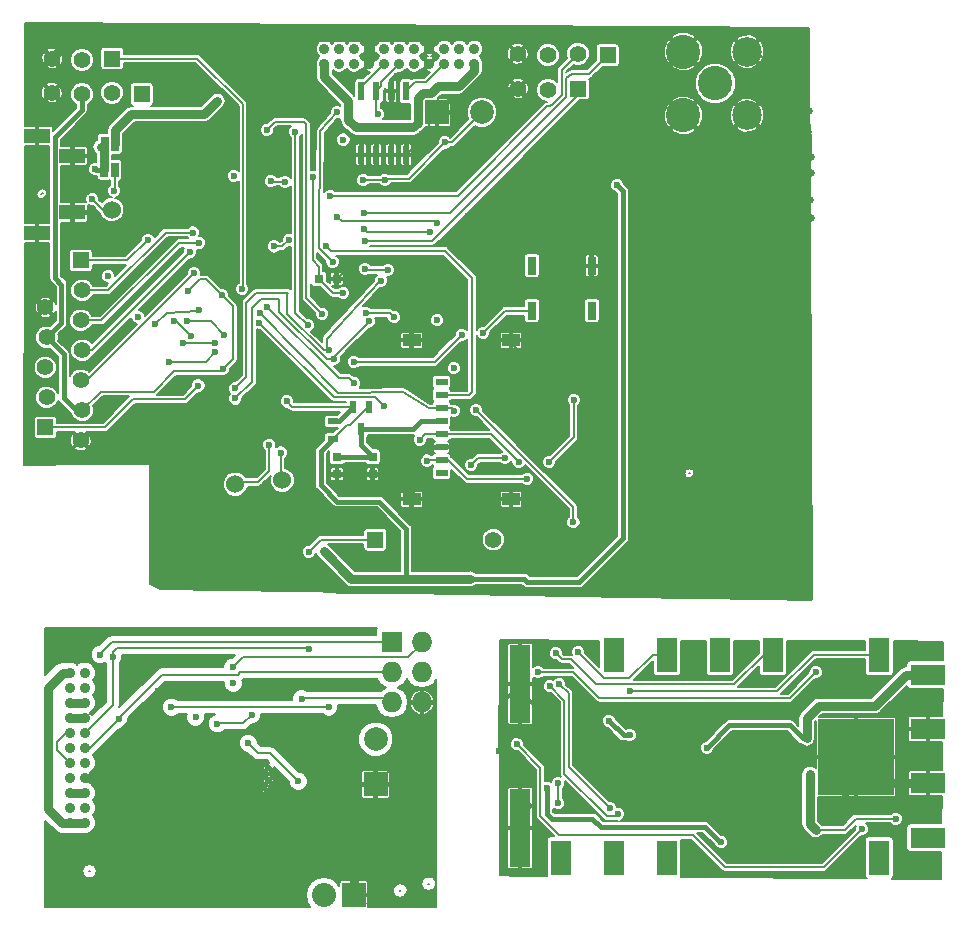
<source format=gbr>
G04 #@! TF.FileFunction,Copper,L2,Bot,Signal*
%FSLAX46Y46*%
G04 Gerber Fmt 4.6, Leading zero omitted, Abs format (unit mm)*
G04 Created by KiCad (PCBNEW (after 2015-may-01 BZR unknown)-product) date Tue 12 May 2015 01:07:24 EDT*
%MOMM*%
G01*
G04 APERTURE LIST*
%ADD10C,0.100000*%
%ADD11R,1.049020X0.599440*%
%ADD12R,1.501140X1.049020*%
%ADD13R,0.750000X0.800000*%
%ADD14C,1.998980*%
%ADD15R,1.998980X1.998980*%
%ADD16R,0.635000X1.270000*%
%ADD17R,1.397000X1.397000*%
%ADD18C,1.397000*%
%ADD19R,0.600000X1.550000*%
%ADD20R,2.301240X1.300480*%
%ADD21R,2.202180X1.300480*%
%ADD22C,2.900000*%
%ADD23C,2.500000*%
%ADD24R,0.599440X1.000760*%
%ADD25R,0.900000X0.500000*%
%ADD26R,0.762000X1.524000*%
%ADD27C,1.524000*%
%ADD28R,0.800000X0.750000*%
%ADD29R,1.400000X1.400000*%
%ADD30C,1.400000*%
%ADD31C,0.900000*%
%ADD32R,2.032000X2.032000*%
%ADD33O,2.032000X2.032000*%
%ADD34R,1.727200X1.727200*%
%ADD35O,1.727200X1.727200*%
%ADD36C,0.500000*%
%ADD37R,1.800000X6.600000*%
%ADD38R,1.800000X3.000000*%
%ADD39R,3.000000X1.800000*%
%ADD40R,6.400000X6.400000*%
%ADD41C,0.600000*%
%ADD42C,0.660000*%
%ADD43C,0.800000*%
%ADD44C,0.200000*%
%ADD45C,0.152400*%
%ADD46C,0.400000*%
%ADD47C,0.160000*%
%ADD48C,0.250000*%
G04 APERTURE END LIST*
D10*
D11*
X106930880Y-70155080D03*
X106930880Y-71254900D03*
X106930880Y-72354720D03*
X106930880Y-73454540D03*
X106930880Y-74554360D03*
X106930880Y-75654180D03*
X106930880Y-76754000D03*
X106930880Y-77853820D03*
D12*
X104401040Y-66599080D03*
X104401040Y-80050920D03*
X112800820Y-66599080D03*
X112800820Y-80050920D03*
D13*
X98100000Y-77950000D03*
X98100000Y-76450000D03*
X101100000Y-77950000D03*
X101100000Y-76450000D03*
D14*
X110360000Y-47300000D03*
D15*
X106550000Y-47300000D03*
D16*
X78400420Y-50000000D03*
X79299580Y-50000000D03*
X78350420Y-52150000D03*
X79249580Y-52150000D03*
D17*
X118490000Y-45289040D03*
D18*
X115950000Y-45410960D03*
X113410000Y-45289040D03*
D17*
X79040000Y-42739040D03*
D18*
X76500000Y-42860960D03*
X73960000Y-42739040D03*
X79020000Y-45639040D03*
X76480000Y-45760960D03*
D17*
X81560000Y-45760960D03*
D18*
X73940000Y-45639040D03*
X118470000Y-42339040D03*
X115930000Y-42460960D03*
D17*
X121010000Y-42460960D03*
D18*
X113390000Y-42339040D03*
D17*
X73389040Y-73980000D03*
D18*
X73510960Y-71440000D03*
X73389040Y-68900000D03*
X73510960Y-66360000D03*
X73389040Y-63820000D03*
X76510960Y-62370000D03*
X76389040Y-64910000D03*
X76510960Y-67450000D03*
X76389040Y-69990000D03*
X76510960Y-72530000D03*
D17*
X76389040Y-59830000D03*
D18*
X76389040Y-75070000D03*
D19*
X103955000Y-50900000D03*
X102685000Y-50900000D03*
X101415000Y-50900000D03*
X100145000Y-50900000D03*
X100145000Y-45500000D03*
X101415000Y-45500000D03*
X102685000Y-45500000D03*
X103955000Y-45500000D03*
D20*
X72675000Y-49275440D03*
D21*
X75674740Y-50974700D03*
D20*
X72675000Y-57474560D03*
D21*
X75674740Y-55775300D03*
D22*
X130100000Y-44850000D03*
D23*
X132800020Y-42149980D03*
D22*
X127399980Y-42149980D03*
X127399980Y-47550020D03*
D23*
X132800020Y-47550020D03*
D24*
X100750240Y-72250040D03*
X99449760Y-72250040D03*
X100100000Y-74149960D03*
D25*
X97750000Y-73450000D03*
X97750000Y-74950000D03*
D26*
X114560000Y-64105000D03*
X119640000Y-64105000D03*
X114560000Y-60295000D03*
X119640000Y-60295000D03*
D27*
X93450000Y-78450000D03*
X89475000Y-78775000D03*
X79025000Y-55550000D03*
D28*
X96550000Y-61400000D03*
X98050000Y-61400000D03*
D29*
X101325000Y-83475000D03*
D30*
X111325000Y-83475000D03*
D31*
X97020000Y-41930000D03*
X98290000Y-41930000D03*
X99560000Y-41930000D03*
X100830000Y-41930000D03*
X102100000Y-41930000D03*
X103370000Y-41930000D03*
X104640000Y-41930000D03*
X105910000Y-41930000D03*
X107180000Y-41930000D03*
X108450000Y-41930000D03*
X109720000Y-41930000D03*
X109720000Y-43200000D03*
X108450000Y-43200000D03*
X107180000Y-43200000D03*
X105910000Y-43200000D03*
X104640000Y-43200000D03*
X103370000Y-43200000D03*
X102100000Y-43200000D03*
X100830000Y-43200000D03*
X99560000Y-43200000D03*
X98290000Y-43200000D03*
X97020000Y-43200000D03*
X75440000Y-107460000D03*
X75440000Y-106190000D03*
X75440000Y-104920000D03*
X75440000Y-103650000D03*
X75440000Y-102380000D03*
X75440000Y-101110000D03*
X75440000Y-99840000D03*
X75440000Y-98570000D03*
X75440000Y-97300000D03*
X75440000Y-96030000D03*
X75440000Y-94760000D03*
X76710000Y-94760000D03*
X76710000Y-96030000D03*
X76710000Y-97300000D03*
X76710000Y-98570000D03*
X76710000Y-99840000D03*
X76710000Y-101110000D03*
X76710000Y-102380000D03*
X76710000Y-103650000D03*
X76710000Y-104920000D03*
X76710000Y-106190000D03*
X76710000Y-107460000D03*
D32*
X99500000Y-113550000D03*
D33*
X96960000Y-113550000D03*
D34*
X102725000Y-92175000D03*
D35*
X105265000Y-92175000D03*
X102725000Y-94715000D03*
X105265000Y-94715000D03*
X102725000Y-97255000D03*
X105265000Y-97255000D03*
D36*
X92200000Y-104800000D03*
X92300000Y-103900000D03*
X92300000Y-102800000D03*
D14*
X101350000Y-100390000D03*
D15*
X101350000Y-104200000D03*
D37*
X113600000Y-107900000D03*
D38*
X117050000Y-110400000D03*
X121500000Y-110400000D03*
X126000000Y-110400000D03*
X144000000Y-110400000D03*
D39*
X148100000Y-108700000D03*
X148100000Y-99500000D03*
X148100000Y-104100000D03*
X148100000Y-94900000D03*
D38*
X144000000Y-93200000D03*
X135000000Y-93200000D03*
X130500000Y-93200000D03*
X126000000Y-93200000D03*
X121500000Y-93200000D03*
D37*
X113600000Y-95700000D03*
D40*
X142000000Y-101900000D03*
D41*
X105050000Y-102375000D03*
X105075000Y-108700000D03*
X105175000Y-111175000D03*
X90025000Y-109825000D03*
X76200000Y-113500000D03*
X74925000Y-111400000D03*
X76175000Y-92550000D03*
X89300000Y-95650000D03*
X86100000Y-98500000D03*
X81225000Y-64600000D03*
X78725000Y-61175000D03*
X98625000Y-49600000D03*
X106575000Y-64900000D03*
X107975000Y-68975000D03*
X89325000Y-52675000D03*
X123000000Y-102600000D03*
X120900000Y-104400000D03*
X125800000Y-104400000D03*
X139800000Y-106400000D03*
X124850000Y-99550000D03*
X125350000Y-102050000D03*
X114350000Y-106050000D03*
X111800000Y-101400000D03*
X128500000Y-101200000D03*
X122400000Y-97500000D03*
X135500000Y-103500000D03*
X135412500Y-101987500D03*
X133700000Y-101900000D03*
X133787500Y-103612500D03*
X116150040Y-98850040D03*
X116300000Y-100600000D03*
X118300000Y-106000000D03*
X142600000Y-101300000D03*
X134800000Y-108000000D03*
X128200000Y-109900000D03*
X129000000Y-111000000D03*
X129400000Y-106900000D03*
X130800000Y-97900000D03*
X132100000Y-97900000D03*
X127700000Y-98000000D03*
X125400000Y-98000000D03*
X132400000Y-93800000D03*
X132400000Y-100600000D03*
X135800000Y-97500000D03*
X134100000Y-95600000D03*
X136700000Y-100700000D03*
X137900000Y-101200000D03*
X85350000Y-107225000D03*
X84200000Y-93800000D03*
X89700000Y-101800000D03*
X80250000Y-93650000D03*
X81675160Y-95075160D03*
X81050000Y-107350000D03*
X82924840Y-96324840D03*
X92150000Y-106550000D03*
X99500000Y-108800000D03*
X125325000Y-66850000D03*
X91150000Y-72000000D03*
X115525000Y-69525000D03*
X115125000Y-87900000D03*
X115200000Y-86300000D03*
X115200000Y-82300000D03*
X126300000Y-54825000D03*
X98250000Y-87850000D03*
X103200000Y-44250000D03*
X104875000Y-50950000D03*
X99525000Y-53750000D03*
X89425000Y-63050000D03*
X89675000Y-69625000D03*
X99275000Y-62150000D03*
X104250000Y-59650000D03*
X111525000Y-49600000D03*
X110600000Y-50825000D03*
X109850000Y-51650000D03*
X111825000Y-53600000D03*
X110450000Y-54900000D03*
X108350000Y-52925000D03*
X107000000Y-53700000D03*
X109150000Y-56050000D03*
X112725000Y-52625000D03*
X114600000Y-50875000D03*
X115475000Y-51000000D03*
D42*
X135350000Y-43850000D03*
X137150000Y-45400000D03*
X138050000Y-47200000D03*
X137950000Y-49000000D03*
X138200000Y-51050000D03*
X138200000Y-52400000D03*
X138150000Y-54700000D03*
X138250000Y-56250000D03*
X137650000Y-58500000D03*
X135650000Y-58350000D03*
X133850000Y-58300000D03*
X133500000Y-57250000D03*
X134050000Y-55300000D03*
X135550000Y-54650000D03*
X135550000Y-53150000D03*
X135550000Y-51300000D03*
X135300000Y-50150000D03*
X134500000Y-49100000D03*
X83500000Y-83800000D03*
X85550000Y-83450000D03*
X86400000Y-81300000D03*
X86500000Y-79400000D03*
X86500000Y-77950000D03*
X86350000Y-76000000D03*
X83000000Y-72700000D03*
X83050000Y-74400000D03*
X83150000Y-75900000D03*
X83250000Y-78150000D03*
X83200000Y-79750000D03*
D41*
X102925000Y-64650000D03*
X100500000Y-64275000D03*
X100450000Y-60550000D03*
X102400000Y-60650000D03*
X145400000Y-107100000D03*
X115900000Y-104500000D03*
X130600000Y-109100000D03*
X137850000Y-100300000D03*
X138100000Y-103300000D03*
X138600000Y-108050000D03*
X129400000Y-101100000D03*
X121800000Y-53475000D03*
X109350000Y-86775000D03*
X96975000Y-84475000D03*
X93675000Y-53175000D03*
X92475000Y-53125000D03*
X96025000Y-52775000D03*
X85475000Y-62425000D03*
X88325000Y-62775000D03*
X100300000Y-53050000D03*
X102150000Y-53000000D03*
X107200000Y-49850000D03*
X98600000Y-62575000D03*
X88425000Y-69050000D03*
X109450000Y-77150000D03*
X112300000Y-76550000D03*
X97150000Y-58600000D03*
X91525000Y-64300000D03*
X107975000Y-72550000D03*
X113450000Y-76875000D03*
X105075000Y-75025000D03*
X99550000Y-70250000D03*
X92175000Y-63750000D03*
X105700000Y-76775000D03*
X102025000Y-72125000D03*
X91500000Y-65100000D03*
X118125000Y-71650000D03*
X116050000Y-76900000D03*
X114175000Y-78325000D03*
X77625000Y-52125000D03*
X87950000Y-46325000D03*
X88500000Y-66125000D03*
X85350000Y-65000000D03*
X79200000Y-53925000D03*
X118490000Y-45289040D03*
X100450000Y-58200000D03*
X90050000Y-62250000D03*
X97500000Y-54350000D03*
X100400000Y-55800000D03*
X86350000Y-70425000D03*
X83850000Y-68425000D03*
X87750000Y-67625000D03*
X85050000Y-66850000D03*
X87725000Y-66825000D03*
X85875000Y-57475000D03*
X86425000Y-58350000D03*
X85650000Y-59100000D03*
X85975000Y-60925000D03*
X82075000Y-58075000D03*
X96825000Y-64350000D03*
X92125000Y-48800000D03*
X95625000Y-65325000D03*
X94550000Y-48925000D03*
X97700000Y-59950000D03*
X98100000Y-47275000D03*
X98075000Y-56125000D03*
X106550000Y-56650000D03*
X100350000Y-57150000D03*
X105975000Y-57450000D03*
X109850000Y-72500000D03*
X118100000Y-82000000D03*
X85750000Y-66225000D03*
X84250000Y-64950000D03*
X89475000Y-71525000D03*
X101575000Y-47450000D03*
X100750000Y-65000000D03*
X97800000Y-68200000D03*
X89450000Y-70675000D03*
X101800000Y-61550000D03*
X97400000Y-67450000D03*
X93825000Y-71775000D03*
X92750000Y-58650000D03*
X94000000Y-58100000D03*
X99500000Y-68425000D03*
X108650000Y-66125000D03*
X110475000Y-65950000D03*
X86425000Y-64000000D03*
X82700000Y-65225000D03*
X92350000Y-75450000D03*
X93300000Y-76100000D03*
X77350000Y-54650000D03*
X95700000Y-84500000D03*
X94800000Y-103950000D03*
X90550000Y-100700000D03*
X89250000Y-94300000D03*
X115100000Y-94700000D03*
X138600000Y-94700000D03*
X79600000Y-98700000D03*
X87950000Y-99050000D03*
X90850000Y-98300000D03*
X84050000Y-97650000D03*
X97400000Y-97650000D03*
X95100000Y-96950000D03*
X79100000Y-93400000D03*
X95700000Y-92750000D03*
X78050000Y-93200000D03*
X122850000Y-100050000D03*
X121100000Y-98800000D03*
X116800000Y-105800000D03*
X116800000Y-104100000D03*
X116900000Y-95700000D03*
X121200000Y-106200000D03*
X121900000Y-106700000D03*
X116100000Y-95900000D03*
X122850000Y-96300000D03*
X116600000Y-93100000D03*
X118500000Y-93000000D03*
X113300000Y-100800000D03*
X142500000Y-108000000D03*
D43*
X105150000Y-103500000D02*
X105150000Y-102475000D01*
X105150000Y-102475000D02*
X105050000Y-102375000D01*
X105125000Y-111800000D02*
X105125000Y-111225000D01*
X105125000Y-111225000D02*
X105175000Y-111175000D01*
X74575000Y-110075000D02*
X74575000Y-111050000D01*
X74575000Y-111050000D02*
X74925000Y-111400000D01*
X75700000Y-93025000D02*
X75475000Y-93025000D01*
X76175000Y-92550000D02*
X75700000Y-93025000D01*
D44*
X77100000Y-111550000D02*
X77150000Y-111550000D01*
X105900000Y-112600000D02*
X105800000Y-112600000D01*
X103400000Y-113200000D02*
X103450000Y-113150000D01*
D45*
X127850000Y-77875000D02*
X127925000Y-77800000D01*
X73150000Y-54100000D02*
X73000000Y-54250000D01*
D46*
X122700000Y-102600000D02*
X123000000Y-102600000D01*
X120900000Y-104400000D02*
X122700000Y-102600000D01*
D44*
X125350000Y-103950000D02*
X125350000Y-102050000D01*
X125800000Y-104400000D02*
X125350000Y-103950000D01*
D46*
X139800000Y-106400000D02*
X142000000Y-104200000D01*
X142000000Y-104200000D02*
X142000000Y-101900000D01*
D47*
X124850000Y-99550000D02*
X125350000Y-100050000D01*
X125350000Y-100050000D02*
X125350000Y-102050000D01*
X113100000Y-107400000D02*
X113600000Y-107900000D01*
D43*
X148100000Y-104100000D02*
X144200000Y-104100000D01*
X144200000Y-104100000D02*
X142000000Y-101900000D01*
D48*
X114350000Y-106050000D02*
X113600000Y-106800000D01*
X113600000Y-106800000D02*
X113600000Y-107900000D01*
X113600000Y-103200000D02*
X111800000Y-101400000D01*
X113600000Y-107900000D02*
X113600000Y-103200000D01*
X111800000Y-97500000D02*
X113600000Y-95700000D01*
X111800000Y-101400000D02*
X111800000Y-97500000D01*
X129200000Y-101900000D02*
X128500000Y-101200000D01*
X142000000Y-101900000D02*
X129200000Y-101900000D01*
X123150000Y-98250000D02*
X124450000Y-99550000D01*
X124450000Y-99550000D02*
X124850000Y-99550000D01*
X122400000Y-97500000D02*
X123150000Y-98250000D01*
X135500000Y-102075000D02*
X135500000Y-103500000D01*
X135412500Y-101987500D02*
X135500000Y-102075000D01*
X133700000Y-103525000D02*
X133787500Y-103612500D01*
X133700000Y-103525000D02*
X133700000Y-101900000D01*
X113600000Y-96300000D02*
X113600000Y-95700000D01*
X116150040Y-98850040D02*
X113600000Y-96300000D01*
X111800000Y-100900000D02*
X113000000Y-99700000D01*
X113000000Y-99700000D02*
X114600000Y-99700000D01*
X114600000Y-99700000D02*
X115500000Y-100600000D01*
X115500000Y-100600000D02*
X116300000Y-100600000D01*
X111800000Y-101400000D02*
X111800000Y-100900000D01*
X118300000Y-106000000D02*
X118400000Y-105900000D01*
X118400000Y-105900000D02*
X119100000Y-105900000D01*
X142600000Y-101300000D02*
X142000000Y-101900000D01*
X134900000Y-107900000D02*
X134800000Y-108000000D01*
X134900000Y-106800000D02*
X134900000Y-107900000D01*
X128200000Y-109900000D02*
X129000000Y-110700000D01*
X129000000Y-110700000D02*
X129000000Y-111000000D01*
X128500000Y-99900000D02*
X130500000Y-97900000D01*
X130500000Y-97900000D02*
X130800000Y-97900000D01*
X132100000Y-97900000D02*
X131600000Y-98400000D01*
X131600000Y-98400000D02*
X131300000Y-98400000D01*
X131300000Y-98400000D02*
X130800000Y-98900000D01*
X130800000Y-98900000D02*
X128600000Y-98900000D01*
X128600000Y-98900000D02*
X127700000Y-98000000D01*
X125400000Y-98000000D02*
X125150000Y-98250000D01*
X125150000Y-98250000D02*
X123150000Y-98250000D01*
X128500000Y-101200000D02*
X128500000Y-99900000D01*
X132400000Y-93800000D02*
X132700000Y-93500000D01*
D46*
X133700000Y-101900000D02*
X132400000Y-100600000D01*
D47*
X137900000Y-101200000D02*
X138000000Y-101200000D01*
X135412500Y-101987500D02*
X136700000Y-100700000D01*
D44*
X105265000Y-97255000D02*
X105265000Y-97585000D01*
X105265000Y-97255000D02*
X105265000Y-100285000D01*
X105265000Y-100285000D02*
X101350000Y-104200000D01*
D43*
X99500000Y-113550000D02*
X99500000Y-110800000D01*
X93500000Y-104800000D02*
X92200000Y-104800000D01*
X99500000Y-110800000D02*
X93500000Y-104800000D01*
D44*
X100450000Y-114250000D02*
X100500000Y-114250000D01*
D43*
X75440000Y-98570000D02*
X76710000Y-98570000D01*
D44*
X81700000Y-95050000D02*
X81700000Y-95050320D01*
X81700000Y-95050320D02*
X81675160Y-95075160D01*
D43*
X77750000Y-104050000D02*
X81050000Y-107350000D01*
X77350000Y-103650000D02*
X77750000Y-104050000D01*
X76710000Y-103650000D02*
X77350000Y-103650000D01*
D44*
X77750000Y-101499680D02*
X82924840Y-96324840D01*
X77750000Y-104050000D02*
X77750000Y-101499680D01*
D43*
X92200000Y-106500000D02*
X92150000Y-106550000D01*
X92200000Y-104800000D02*
X92200000Y-106500000D01*
D44*
X88725000Y-70575000D02*
X89675000Y-69625000D01*
X88725000Y-71675000D02*
X88725000Y-70575000D01*
X89325000Y-72275000D02*
X88725000Y-71675000D01*
X90875000Y-72275000D02*
X89325000Y-72275000D01*
X91150000Y-72000000D02*
X90875000Y-72275000D01*
X112800820Y-80050920D02*
X104401040Y-80050920D01*
X104401040Y-66599080D02*
X104401040Y-59801040D01*
X104401040Y-59801040D02*
X104250000Y-59650000D01*
X112800820Y-66599080D02*
X114275920Y-66599080D01*
X119640000Y-61235000D02*
X119640000Y-60295000D01*
X114275920Y-66599080D02*
X119640000Y-61235000D01*
X115525000Y-69525000D02*
X112800820Y-66800820D01*
X112800820Y-66800820D02*
X112800820Y-66599080D01*
D46*
X104401040Y-80050920D02*
X104401040Y-77048960D01*
X105795820Y-75654180D02*
X106930880Y-75654180D01*
X104401040Y-77048960D02*
X105795820Y-75654180D01*
X98100000Y-77950000D02*
X101100000Y-77950000D01*
X101100000Y-77950000D02*
X102300120Y-77950000D01*
X102300120Y-77950000D02*
X104401040Y-80050920D01*
X115200000Y-82300000D02*
X115200000Y-86300000D01*
X115125000Y-87900000D02*
X115125000Y-87850000D01*
X126300000Y-54825000D02*
X125325000Y-55800000D01*
X125325000Y-55800000D02*
X125325000Y-66850000D01*
X125325000Y-66850000D02*
X125325000Y-81325000D01*
X125325000Y-81325000D02*
X118800000Y-87850000D01*
X118800000Y-87850000D02*
X115125000Y-87850000D01*
X115125000Y-87850000D02*
X98250000Y-87850000D01*
D44*
X103200000Y-44250000D02*
X102685000Y-44765000D01*
X102685000Y-44765000D02*
X102685000Y-45500000D01*
D45*
X104825000Y-50900000D02*
X103955000Y-50900000D01*
X104875000Y-50950000D02*
X104825000Y-50900000D01*
X100145000Y-50900000D02*
X100145000Y-52230000D01*
X99525000Y-52850000D02*
X99525000Y-53750000D01*
X100145000Y-52230000D02*
X99525000Y-52850000D01*
D44*
X89425000Y-63050000D02*
X89700000Y-63325000D01*
X89700000Y-63325000D02*
X89675000Y-69625000D01*
D43*
X73960000Y-42739040D02*
X73960000Y-42715000D01*
X100830000Y-43200000D02*
X100830000Y-41930000D01*
X100830000Y-41930000D02*
X100850000Y-41910000D01*
X105910000Y-41460000D02*
X105910000Y-41930000D01*
X100850000Y-41400000D02*
X101350000Y-40900000D01*
X100850000Y-41910000D02*
X100850000Y-41400000D01*
X105350000Y-40900000D02*
X105850000Y-41400000D01*
X105300000Y-40900000D02*
X105350000Y-40900000D01*
X101350000Y-40900000D02*
X105300000Y-40900000D01*
X105850000Y-41400000D02*
X105910000Y-41460000D01*
D44*
X101100000Y-77950000D02*
X101150000Y-77900000D01*
X98100000Y-77950000D02*
X97850000Y-78200000D01*
X102900000Y-45715000D02*
X102900000Y-46200000D01*
X102685000Y-45500000D02*
X102900000Y-45715000D01*
X105005000Y-49850000D02*
X103955000Y-50900000D01*
X105850000Y-48000000D02*
X105850000Y-49850000D01*
X105850000Y-49850000D02*
X105005000Y-49850000D01*
X106540000Y-47310000D02*
X105850000Y-48000000D01*
X103955000Y-50900000D02*
X102685000Y-50900000D01*
X102685000Y-50900000D02*
X101415000Y-50900000D01*
X99850000Y-51000000D02*
X100145000Y-50900000D01*
X101315000Y-51000000D02*
X99850000Y-51000000D01*
X101415000Y-50900000D02*
X101315000Y-51000000D01*
X99175000Y-62050000D02*
X98650000Y-61525000D01*
X99175000Y-62150000D02*
X99175000Y-62050000D01*
X99275000Y-62150000D02*
X99175000Y-62150000D01*
X98525000Y-61400000D02*
X98050000Y-61400000D01*
X98650000Y-61525000D02*
X98525000Y-61400000D01*
X99800000Y-59650000D02*
X104250000Y-59650000D01*
X98050000Y-61400000D02*
X99800000Y-59650000D01*
D46*
X107475000Y-46375000D02*
X106550000Y-47300000D01*
X110260960Y-45289040D02*
X109175000Y-46375000D01*
X109175000Y-46375000D02*
X107475000Y-46375000D01*
X113410000Y-45289040D02*
X110260960Y-45289040D01*
X111525000Y-49600000D02*
X111575000Y-49600000D01*
X110600000Y-50825000D02*
X109850000Y-51575000D01*
X109850000Y-51575000D02*
X109850000Y-51650000D01*
X111825000Y-53600000D02*
X110525000Y-54900000D01*
X110525000Y-54900000D02*
X110450000Y-54900000D01*
X108350000Y-52925000D02*
X107575000Y-53700000D01*
X107575000Y-53700000D02*
X107000000Y-53700000D01*
X109150000Y-56050000D02*
X109275000Y-56175000D01*
X109275000Y-56175000D02*
X110725000Y-56175000D01*
X110725000Y-56175000D02*
X112800000Y-54100000D01*
X112800000Y-54100000D02*
X112800000Y-52700000D01*
X112800000Y-52700000D02*
X112725000Y-52625000D01*
X114600000Y-50875000D02*
X114725000Y-51000000D01*
X114725000Y-51000000D02*
X115475000Y-51000000D01*
D45*
X132800020Y-47550020D02*
X132950020Y-47550020D01*
X137150000Y-45400000D02*
X138050000Y-46300000D01*
X138050000Y-46300000D02*
X138050000Y-47200000D01*
X137950000Y-49000000D02*
X138200000Y-49250000D01*
X138200000Y-49250000D02*
X138200000Y-51050000D01*
X138200000Y-52400000D02*
X138150000Y-52450000D01*
X138150000Y-52450000D02*
X138150000Y-54700000D01*
X138250000Y-56250000D02*
X137800000Y-56700000D01*
X137800000Y-56700000D02*
X137800000Y-56750000D01*
X132950020Y-47550020D02*
X134500000Y-49100000D01*
X137800000Y-58350000D02*
X137800000Y-56750000D01*
X137650000Y-58500000D02*
X137800000Y-58350000D01*
X133900000Y-58350000D02*
X135650000Y-58350000D01*
X133850000Y-58300000D02*
X133900000Y-58350000D01*
X133500000Y-55850000D02*
X133500000Y-57250000D01*
X134050000Y-55300000D02*
X133500000Y-55850000D01*
X135550000Y-53150000D02*
X135550000Y-54650000D01*
X135550000Y-50400000D02*
X135550000Y-51300000D01*
X135300000Y-50150000D02*
X135550000Y-50400000D01*
X133649980Y-42149980D02*
X135350000Y-43850000D01*
X132800020Y-42149980D02*
X133649980Y-42149980D01*
X83500000Y-83800000D02*
X83850000Y-83450000D01*
X83850000Y-83450000D02*
X85550000Y-83450000D01*
X86400000Y-81300000D02*
X86500000Y-81200000D01*
X86500000Y-81200000D02*
X86500000Y-79400000D01*
X86500000Y-77950000D02*
X86350000Y-77800000D01*
X86350000Y-77800000D02*
X86350000Y-76000000D01*
X83000000Y-72700000D02*
X83050000Y-72750000D01*
X83050000Y-72750000D02*
X83050000Y-74400000D01*
D44*
X83150000Y-75900000D02*
X83250000Y-76000000D01*
X83250000Y-76000000D02*
X83250000Y-78150000D01*
X83200000Y-79750000D02*
X83500000Y-80050000D01*
X83500000Y-80050000D02*
X83500000Y-83800000D01*
D43*
X73960000Y-42715000D02*
X75775000Y-40900000D01*
X75775000Y-40900000D02*
X101350000Y-40900000D01*
D44*
X102550000Y-64275000D02*
X102925000Y-64650000D01*
X100500000Y-64275000D02*
X102550000Y-64275000D01*
X100550000Y-60650000D02*
X100450000Y-60550000D01*
X102400000Y-60650000D02*
X100550000Y-60650000D01*
X138600000Y-108050000D02*
X141050000Y-108050000D01*
X142000000Y-107100000D02*
X145400000Y-107100000D01*
X141050000Y-108050000D02*
X142000000Y-107100000D01*
D46*
X120400000Y-107800000D02*
X129200000Y-107800000D01*
X115900000Y-104500000D02*
X115900000Y-106700000D01*
X115900000Y-106700000D02*
X116300000Y-107100000D01*
X116300000Y-107100000D02*
X119700000Y-107100000D01*
X119700000Y-107100000D02*
X120400000Y-107800000D01*
X130500000Y-109100000D02*
X130600000Y-109100000D01*
X129200000Y-107800000D02*
X130500000Y-109100000D01*
D43*
X148100000Y-94900000D02*
X146250000Y-94900000D01*
X137850000Y-98550000D02*
X137850000Y-100300000D01*
X138850000Y-97550000D02*
X137850000Y-98550000D01*
X143600000Y-97550000D02*
X138850000Y-97550000D01*
X146250000Y-94900000D02*
X143600000Y-97550000D01*
X138100000Y-107550000D02*
X138100000Y-103300000D01*
X138600000Y-108050000D02*
X138100000Y-107550000D01*
D46*
X137500000Y-100300000D02*
X136400000Y-99200000D01*
X136400000Y-99200000D02*
X131300000Y-99200000D01*
X131300000Y-99200000D02*
X129400000Y-101100000D01*
X137850000Y-100300000D02*
X137500000Y-100300000D01*
D43*
X75440000Y-104920000D02*
X76710000Y-104920000D01*
X75440000Y-97300000D02*
X76710000Y-97300000D01*
D46*
X76480000Y-45760960D02*
X76480000Y-47120000D01*
X74750000Y-65120960D02*
X73510960Y-66360000D01*
X74750000Y-61875000D02*
X74750000Y-65120960D01*
X74200000Y-61325000D02*
X74750000Y-61875000D01*
X74200000Y-49400000D02*
X74200000Y-61325000D01*
X76480000Y-47120000D02*
X74200000Y-49400000D01*
X103950000Y-86800000D02*
X103950000Y-82550000D01*
X96700000Y-76000000D02*
X97750000Y-74950000D01*
X96700000Y-78875000D02*
X96700000Y-76000000D01*
X98075000Y-80250000D02*
X96700000Y-78875000D01*
X101650000Y-80250000D02*
X98075000Y-80250000D01*
X103950000Y-82550000D02*
X101650000Y-80250000D01*
X109350000Y-86775000D02*
X113875000Y-86775000D01*
X122300000Y-53975000D02*
X121800000Y-53475000D01*
X122300000Y-83375000D02*
X122300000Y-53975000D01*
X118600000Y-87075000D02*
X122300000Y-83375000D01*
X114175000Y-87075000D02*
X118600000Y-87075000D01*
X113875000Y-86775000D02*
X114175000Y-87075000D01*
D43*
X109325000Y-86800000D02*
X109350000Y-86775000D01*
X99300000Y-86800000D02*
X103950000Y-86800000D01*
X103950000Y-86800000D02*
X109325000Y-86800000D01*
X96975000Y-84475000D02*
X99300000Y-86800000D01*
D44*
X100750240Y-72250040D02*
X100699960Y-72250040D01*
X100699960Y-72250040D02*
X99150000Y-73800000D01*
X98900000Y-73800000D02*
X97750000Y-74950000D01*
X99150000Y-73800000D02*
X98900000Y-73800000D01*
D46*
X76510960Y-72530000D02*
X75955000Y-72530000D01*
X74950000Y-67799040D02*
X73510960Y-66360000D01*
X74950000Y-71525000D02*
X74950000Y-67799040D01*
X75955000Y-72530000D02*
X74950000Y-71525000D01*
X73510960Y-66360000D02*
X73510960Y-65989040D01*
X76510960Y-72530000D02*
X76510960Y-72664040D01*
D45*
X92525000Y-53175000D02*
X93675000Y-53175000D01*
X92475000Y-53125000D02*
X92525000Y-53175000D01*
X96550000Y-61400000D02*
X96550000Y-60350000D01*
X96025000Y-59825000D02*
X96025000Y-52775000D01*
X96550000Y-60350000D02*
X96025000Y-59825000D01*
X88325000Y-62775000D02*
X86975000Y-61425000D01*
X86475000Y-61425000D02*
X85475000Y-62425000D01*
X86975000Y-61425000D02*
X86475000Y-61425000D01*
D43*
X76500000Y-45740960D02*
X76480000Y-45760960D01*
D46*
X76500000Y-42860960D02*
X76500000Y-42425000D01*
X76480000Y-42880960D02*
X76500000Y-42860960D01*
D44*
X76510960Y-73089040D02*
X76510960Y-72530000D01*
X105630000Y-44750000D02*
X107180000Y-43200000D01*
X104705000Y-44750000D02*
X105630000Y-44750000D01*
X103955000Y-45500000D02*
X104705000Y-44750000D01*
X100350000Y-53000000D02*
X100300000Y-53050000D01*
X102150000Y-53000000D02*
X100350000Y-53000000D01*
X107810000Y-49850000D02*
X110350000Y-47310000D01*
X107200000Y-49850000D02*
X107810000Y-49850000D01*
X102200000Y-52900000D02*
X102150000Y-53000000D01*
X104150000Y-52900000D02*
X102200000Y-52900000D01*
X107200000Y-49850000D02*
X104150000Y-52900000D01*
X97725000Y-62575000D02*
X96550000Y-61400000D01*
X98600000Y-62575000D02*
X97725000Y-62575000D01*
X84275000Y-69225000D02*
X82550000Y-70950000D01*
X82550000Y-70950000D02*
X78090960Y-70950000D01*
X78090960Y-70950000D02*
X76510960Y-72530000D01*
D45*
X88400000Y-69075000D02*
X88250000Y-69225000D01*
D44*
X89275000Y-68200000D02*
X88425000Y-69050000D01*
X89275000Y-63725000D02*
X89275000Y-68200000D01*
X88325000Y-62775000D02*
X89275000Y-63725000D01*
X88250000Y-69225000D02*
X84275000Y-69225000D01*
D46*
X100100000Y-74149960D02*
X104525040Y-74149960D01*
X105220460Y-73454540D02*
X106930880Y-73454540D01*
X104525040Y-74149960D02*
X105220460Y-73454540D01*
X100100000Y-74149960D02*
X100100000Y-75450000D01*
X100100000Y-75450000D02*
X101100000Y-76450000D01*
X101100000Y-76450000D02*
X98100000Y-76450000D01*
D44*
X100100000Y-74450000D02*
X100100000Y-74149960D01*
X100100000Y-74149960D02*
X100300040Y-74350000D01*
X110050000Y-76550000D02*
X109450000Y-77150000D01*
X112300000Y-76550000D02*
X110050000Y-76550000D01*
X106930880Y-71254900D02*
X109220100Y-71254900D01*
X97575000Y-59025000D02*
X97150000Y-58600000D01*
X107200000Y-59025000D02*
X97575000Y-59025000D01*
X109525000Y-61350000D02*
X107200000Y-59025000D01*
X109525000Y-70950000D02*
X109525000Y-61350000D01*
X109220100Y-71254900D02*
X109525000Y-70950000D01*
X91525000Y-64300000D02*
X98200000Y-71025000D01*
X98200000Y-71025000D02*
X103700000Y-70975000D01*
X103700000Y-70975000D02*
X105854720Y-72354720D01*
X105854720Y-72354720D02*
X106930880Y-72354720D01*
X107779720Y-72354720D02*
X106930880Y-72354720D01*
X107975000Y-72550000D02*
X107779720Y-72354720D01*
X111129360Y-74554360D02*
X106930880Y-74554360D01*
X113450000Y-76875000D02*
X111129360Y-74554360D01*
X98225000Y-69800000D02*
X99100000Y-69800000D01*
X105545640Y-74554360D02*
X106930880Y-74554360D01*
X105075000Y-75025000D02*
X105545640Y-74554360D01*
X99100000Y-69800000D02*
X99550000Y-70250000D01*
X92175000Y-63750000D02*
X98225000Y-69800000D01*
X98225000Y-69800000D02*
X98250000Y-69800000D01*
X105721000Y-76754000D02*
X106930880Y-76754000D01*
X105700000Y-76775000D02*
X105721000Y-76754000D01*
X101300000Y-71400000D02*
X102025000Y-72125000D01*
X97800000Y-71400000D02*
X101300000Y-71400000D01*
X91500000Y-65100000D02*
X97800000Y-71400000D01*
X106930880Y-76754000D02*
X107504000Y-76754000D01*
X118125000Y-74825000D02*
X118125000Y-71650000D01*
X116050000Y-76900000D02*
X118125000Y-74825000D01*
X109075000Y-78325000D02*
X114175000Y-78325000D01*
X107504000Y-76754000D02*
X109075000Y-78325000D01*
D43*
X78350420Y-52150000D02*
X78350420Y-50225420D01*
X78350420Y-50225420D02*
X78325840Y-50250000D01*
X78325840Y-50250000D02*
X78075000Y-50250000D01*
D46*
X77650000Y-52150000D02*
X78350420Y-52150000D01*
X77625000Y-52125000D02*
X77650000Y-52150000D01*
D45*
X78350420Y-50050000D02*
X78400420Y-50000000D01*
D43*
X109720000Y-43200000D02*
X109720000Y-43755000D01*
X97020000Y-44345000D02*
X97020000Y-43200000D01*
X99025000Y-46350000D02*
X97020000Y-44345000D01*
X99025000Y-47925000D02*
X99025000Y-46350000D01*
X99675000Y-48575000D02*
X99025000Y-47925000D01*
X104550000Y-48575000D02*
X99675000Y-48575000D01*
X104925000Y-48200000D02*
X104550000Y-48575000D01*
X104925000Y-46075000D02*
X104925000Y-48200000D01*
X105350000Y-45650000D02*
X104925000Y-46075000D01*
X106050000Y-45650000D02*
X105350000Y-45650000D01*
X106600000Y-45100000D02*
X106050000Y-45650000D01*
X108375000Y-45100000D02*
X106600000Y-45100000D01*
X109720000Y-43755000D02*
X108375000Y-45100000D01*
X79299580Y-50000000D02*
X79299580Y-48825420D01*
X86825000Y-47450000D02*
X87950000Y-46325000D01*
X80675000Y-47450000D02*
X86825000Y-47450000D01*
X79299580Y-48825420D02*
X80675000Y-47450000D01*
D45*
X88500000Y-66125000D02*
X87375000Y-65000000D01*
X87375000Y-65000000D02*
X85350000Y-65000000D01*
X79200000Y-53925000D02*
X79249580Y-53875420D01*
X79249580Y-53875420D02*
X79249580Y-52150000D01*
D44*
X118440000Y-45910000D02*
X106900000Y-57450000D01*
X118490000Y-45910000D02*
X118440000Y-45910000D01*
X118490000Y-45289040D02*
X118490000Y-45910000D01*
X106150000Y-58200000D02*
X100450000Y-58200000D01*
X106900000Y-57450000D02*
X106150000Y-58200000D01*
D45*
X90050000Y-62250000D02*
X90125000Y-62175000D01*
X90125000Y-62175000D02*
X90125000Y-46625000D01*
X90125000Y-46625000D02*
X86239040Y-42739040D01*
X86239040Y-42739040D02*
X79040000Y-42739040D01*
D44*
X116350000Y-46600000D02*
X116350000Y-46600000D01*
X117095970Y-45854030D02*
X116350000Y-46600000D01*
X117097598Y-45854030D02*
X117095970Y-45854030D01*
X117097598Y-43711442D02*
X117097598Y-45854030D01*
X118470000Y-42339040D02*
X117097598Y-43711442D01*
X116150000Y-46800000D02*
X115900000Y-46800000D01*
X116350000Y-46600000D02*
X116150000Y-46800000D01*
X108350000Y-54350000D02*
X97500000Y-54350000D01*
X115900000Y-46800000D02*
X108350000Y-54350000D01*
X117950000Y-44050000D02*
X117450000Y-44400000D01*
X119420960Y-44050000D02*
X117950000Y-44050000D01*
X121010000Y-42460960D02*
X119420960Y-44050000D01*
X117450000Y-44850000D02*
X117450000Y-46000000D01*
X117450000Y-44400000D02*
X117450000Y-44850000D01*
X107650000Y-55800000D02*
X100400000Y-55800000D01*
X117450000Y-46000000D02*
X107650000Y-55800000D01*
X78445000Y-73980000D02*
X80825000Y-71600000D01*
X80825000Y-71600000D02*
X85175000Y-71600000D01*
X85175000Y-71600000D02*
X86350000Y-70425000D01*
X73389040Y-73980000D02*
X78445000Y-73980000D01*
X86950000Y-68425000D02*
X83850000Y-68425000D01*
X87750000Y-67625000D02*
X86950000Y-68425000D01*
X87700000Y-66850000D02*
X85050000Y-66850000D01*
X87725000Y-66825000D02*
X87700000Y-66850000D01*
X76510960Y-62370000D02*
X78680000Y-62370000D01*
X83575000Y-57475000D02*
X85875000Y-57475000D01*
X78680000Y-62370000D02*
X83575000Y-57475000D01*
X76389040Y-64910000D02*
X78140000Y-64910000D01*
X84700000Y-58350000D02*
X86425000Y-58350000D01*
X78140000Y-64910000D02*
X84700000Y-58350000D01*
X76510960Y-67450000D02*
X77300000Y-67450000D01*
X77300000Y-67450000D02*
X85650000Y-59100000D01*
X76389040Y-69990000D02*
X76910000Y-69990000D01*
X76910000Y-69990000D02*
X85975000Y-60925000D01*
X82075000Y-58075000D02*
X80320000Y-59830000D01*
X80320000Y-59830000D02*
X76389040Y-59830000D01*
D45*
X96825000Y-64350000D02*
X95475000Y-63000000D01*
X95475000Y-63000000D02*
X95475000Y-48300000D01*
X95475000Y-48300000D02*
X95275000Y-48100000D01*
X95275000Y-48100000D02*
X92825000Y-48100000D01*
X92825000Y-48100000D02*
X92125000Y-48800000D01*
X95625000Y-65325000D02*
X94550000Y-64250000D01*
X94550000Y-64250000D02*
X94550000Y-48925000D01*
X96525000Y-58775000D02*
X97700000Y-59950000D01*
X96675000Y-48900000D02*
X96525000Y-58775000D01*
X98100000Y-47275000D02*
X96675000Y-48900000D01*
X98475000Y-56525000D02*
X98075000Y-56125000D01*
X106425000Y-56525000D02*
X98475000Y-56525000D01*
X106550000Y-56650000D02*
X106425000Y-56525000D01*
X100350000Y-57150000D02*
X100650000Y-57450000D01*
X100650000Y-57450000D02*
X105975000Y-57450000D01*
X118100000Y-80750000D02*
X109850000Y-72500000D01*
X118100000Y-80800000D02*
X118100000Y-80750000D01*
X118100000Y-82000000D02*
X118100000Y-80800000D01*
X85750000Y-66225000D02*
X84475000Y-64950000D01*
X84475000Y-64950000D02*
X84250000Y-64950000D01*
D44*
X97800000Y-68200000D02*
X97200000Y-68200000D01*
X90900000Y-70100000D02*
X89475000Y-71525000D01*
X90900000Y-63900000D02*
X90900000Y-70100000D01*
X91675000Y-63125000D02*
X90900000Y-63900000D01*
X93125000Y-63125000D02*
X91675000Y-63125000D01*
X93200000Y-63200000D02*
X93125000Y-63125000D01*
X93200000Y-64200000D02*
X93200000Y-63200000D01*
X97200000Y-68200000D02*
X93200000Y-64200000D01*
X101415000Y-47290000D02*
X101415000Y-45500000D01*
X101575000Y-47450000D02*
X101415000Y-47290000D01*
X100700000Y-65150000D02*
X98850000Y-67000000D01*
X100700000Y-65100000D02*
X100700000Y-65150000D01*
X100750000Y-65100000D02*
X100700000Y-65100000D01*
X100750000Y-65000000D02*
X100750000Y-65100000D01*
X97800000Y-68050000D02*
X97800000Y-68200000D01*
X98850000Y-67000000D02*
X97800000Y-68050000D01*
X101824186Y-44745814D02*
X103370000Y-43200000D01*
X101415000Y-45500000D02*
X101824186Y-45090814D01*
X101824186Y-45090814D02*
X101824186Y-44745814D01*
X96950000Y-67450000D02*
X93875000Y-64375000D01*
X93875000Y-64375000D02*
X93875000Y-62650000D01*
X93875000Y-62650000D02*
X93925000Y-62600000D01*
X96950000Y-67450000D02*
X97400000Y-67450000D01*
X91200000Y-62600000D02*
X93925000Y-62600000D01*
X90400000Y-63400000D02*
X91200000Y-62600000D01*
X90400000Y-69725000D02*
X90400000Y-63400000D01*
X89450000Y-70675000D02*
X90400000Y-69725000D01*
X101800000Y-61550000D02*
X101750000Y-61550000D01*
X101750000Y-61550000D02*
X97200000Y-66450000D01*
X97200000Y-66450000D02*
X97200000Y-67250000D01*
X97200000Y-67250000D02*
X97400000Y-67450000D01*
X100145000Y-45155000D02*
X100145000Y-45500000D01*
X102100000Y-43200000D02*
X100145000Y-45155000D01*
X99449760Y-72250040D02*
X94300040Y-72250040D01*
X94300040Y-72250040D02*
X93825000Y-71775000D01*
D46*
X97750000Y-73450000D02*
X98249800Y-73450000D01*
X98249800Y-73450000D02*
X99449760Y-72250040D01*
D45*
X92750000Y-58650000D02*
X93450000Y-58650000D01*
X93450000Y-58650000D02*
X94000000Y-58100000D01*
D44*
X114560000Y-64105000D02*
X112320000Y-64105000D01*
X106350000Y-68425000D02*
X99500000Y-68425000D01*
X108650000Y-66125000D02*
X106350000Y-68425000D01*
X112320000Y-64105000D02*
X110475000Y-65950000D01*
D45*
X86425000Y-64000000D02*
X86325000Y-64100000D01*
X86325000Y-64100000D02*
X83650000Y-64275000D01*
X83650000Y-64275000D02*
X82700000Y-65225000D01*
D44*
X89650000Y-78600000D02*
X91400000Y-78600000D01*
D45*
X92350000Y-75450000D02*
X92350000Y-77650000D01*
X92350000Y-77650000D02*
X91400000Y-78600000D01*
D44*
X89650000Y-78600000D02*
X89475000Y-78775000D01*
D45*
X93300000Y-78300000D02*
X93300000Y-76100000D01*
X93450000Y-78450000D02*
X93300000Y-78300000D01*
D44*
X78250000Y-55550000D02*
X79025000Y-55550000D01*
X77350000Y-54650000D02*
X78250000Y-55550000D01*
X101325000Y-83475000D02*
X96725000Y-83475000D01*
X96725000Y-83475000D02*
X95700000Y-84500000D01*
X92400000Y-101550000D02*
X94800000Y-103950000D01*
X91400000Y-101550000D02*
X92400000Y-101550000D01*
X90550000Y-100700000D02*
X91400000Y-101550000D01*
X105265000Y-92175000D02*
X105265000Y-92285000D01*
X105265000Y-92285000D02*
X104100000Y-93450000D01*
X104100000Y-93450000D02*
X90100000Y-93450000D01*
X90100000Y-93450000D02*
X89250000Y-94300000D01*
D47*
X118100000Y-94700000D02*
X115100000Y-94700000D01*
X120300000Y-96900000D02*
X118100000Y-94700000D01*
X136400000Y-96900000D02*
X120300000Y-96900000D01*
X138600000Y-94700000D02*
X136400000Y-96900000D01*
D44*
X102725000Y-94715000D02*
X89885000Y-94715000D01*
X79600000Y-98550000D02*
X79600000Y-98700000D01*
X83250000Y-94900000D02*
X79600000Y-98550000D01*
X89700000Y-94900000D02*
X83250000Y-94900000D01*
X89885000Y-94715000D02*
X89700000Y-94900000D01*
X77190000Y-101110000D02*
X76710000Y-101110000D01*
X79600000Y-98700000D02*
X77190000Y-101110000D01*
X88000000Y-99000000D02*
X87950000Y-99050000D01*
X90150000Y-99000000D02*
X88000000Y-99000000D01*
X90850000Y-98300000D02*
X90150000Y-99000000D01*
X96450000Y-97650000D02*
X84050000Y-97650000D01*
X97400000Y-97650000D02*
X96450000Y-97650000D01*
X95200000Y-96850000D02*
X102320000Y-96850000D01*
X95100000Y-96950000D02*
X95200000Y-96850000D01*
X102320000Y-96850000D02*
X102725000Y-97255000D01*
X79100000Y-93400000D02*
X79100000Y-97450000D01*
X79100000Y-97450000D02*
X76710000Y-99840000D01*
X79100000Y-93000000D02*
X79100000Y-93400000D01*
X79450000Y-92650000D02*
X79100000Y-93000000D01*
X95600000Y-92650000D02*
X79450000Y-92650000D01*
X95700000Y-92750000D02*
X95600000Y-92650000D01*
X105265000Y-94715000D02*
X105085000Y-94715000D01*
X74350000Y-100650000D02*
X74350000Y-101290000D01*
X74350000Y-101290000D02*
X75440000Y-102380000D01*
X75160000Y-99840000D02*
X74350000Y-100650000D01*
X75440000Y-99840000D02*
X75160000Y-99840000D01*
X102725000Y-92175000D02*
X79025000Y-92175000D01*
X78050000Y-93150000D02*
X78050000Y-93200000D01*
X79025000Y-92175000D02*
X78050000Y-93150000D01*
D43*
X74840000Y-94760000D02*
X73600000Y-96000000D01*
X75440000Y-94760000D02*
X74840000Y-94760000D01*
X74810000Y-107460000D02*
X76710000Y-107460000D01*
X73600000Y-106250000D02*
X74810000Y-107460000D01*
X73600000Y-96000000D02*
X73600000Y-106250000D01*
D46*
X122350000Y-100050000D02*
X122850000Y-100050000D01*
X121100000Y-98800000D02*
X122350000Y-100050000D01*
D44*
X116800000Y-105800000D02*
X116800000Y-104100000D01*
D47*
X117700000Y-96500000D02*
X116900000Y-95700000D01*
X117700000Y-102700000D02*
X117700000Y-96500000D01*
X121200000Y-106200000D02*
X117700000Y-102700000D01*
X121500000Y-110400000D02*
X121500000Y-109200000D01*
X121900000Y-106700000D02*
X121800000Y-106700000D01*
X117300000Y-103100000D02*
X117300000Y-97100000D01*
X117300000Y-97100000D02*
X116100000Y-95900000D01*
X117300000Y-103300000D02*
X117300000Y-103100000D01*
X120900000Y-106900000D02*
X117300000Y-103300000D01*
X121600000Y-106900000D02*
X120900000Y-106900000D01*
X121800000Y-106700000D02*
X121600000Y-106900000D01*
X138450000Y-93200000D02*
X135350000Y-96300000D01*
X135350000Y-96300000D02*
X122850000Y-96300000D01*
X144000000Y-93200000D02*
X138450000Y-93200000D01*
X144000000Y-93200000D02*
X143450000Y-93200000D01*
X117900000Y-93600000D02*
X117100000Y-93600000D01*
X120000000Y-95700000D02*
X117900000Y-93600000D01*
X131700000Y-95700000D02*
X120000000Y-95700000D01*
X134200000Y-93200000D02*
X131700000Y-95700000D01*
X117100000Y-93600000D02*
X116600000Y-93100000D01*
X135000000Y-93200000D02*
X134200000Y-93200000D01*
X126000000Y-93200000D02*
X124800000Y-93200000D01*
X120700000Y-95200000D02*
X118500000Y-93000000D01*
X122800000Y-95200000D02*
X120700000Y-95200000D01*
X124800000Y-93200000D02*
X122800000Y-95200000D01*
X126000000Y-93200000D02*
X125200000Y-93200000D01*
X115300000Y-102800000D02*
X113300000Y-100800000D01*
X115300000Y-106900000D02*
X115300000Y-102800000D01*
X116900000Y-108500000D02*
X115300000Y-106900000D01*
X128200000Y-108500000D02*
X116900000Y-108500000D01*
X130900000Y-111200000D02*
X128200000Y-108500000D01*
X139300000Y-111200000D02*
X130900000Y-111200000D01*
X142500000Y-108000000D02*
X139300000Y-111200000D01*
D44*
G36*
X109125000Y-70784314D02*
X109054414Y-70854900D01*
X108575104Y-70854900D01*
X108575104Y-68856176D01*
X108483952Y-68635571D01*
X108315317Y-68466641D01*
X108094871Y-68375104D01*
X107856176Y-68374896D01*
X107635571Y-68466048D01*
X107466641Y-68634683D01*
X107375104Y-68855129D01*
X107374896Y-69093824D01*
X107466048Y-69314429D01*
X107634683Y-69483359D01*
X107855129Y-69574896D01*
X108093824Y-69575104D01*
X108314429Y-69483952D01*
X108483359Y-69315317D01*
X108574896Y-69094871D01*
X108575104Y-68856176D01*
X108575104Y-70854900D01*
X107741810Y-70854900D01*
X107739073Y-70840791D01*
X107673031Y-70740254D01*
X107620777Y-70704982D01*
X107670316Y-70672441D01*
X107737615Y-70572740D01*
X107761267Y-70454800D01*
X107761267Y-69855360D01*
X107739073Y-69740971D01*
X107673031Y-69640434D01*
X107573330Y-69573135D01*
X107455390Y-69549483D01*
X106406370Y-69549483D01*
X106291981Y-69571677D01*
X106191444Y-69637719D01*
X106124145Y-69737420D01*
X106100493Y-69855360D01*
X106100493Y-70454800D01*
X106122687Y-70569189D01*
X106188729Y-70669726D01*
X106240982Y-70704997D01*
X106191444Y-70737539D01*
X106124145Y-70837240D01*
X106100493Y-70955180D01*
X106100493Y-71554620D01*
X106122687Y-71669009D01*
X106188729Y-71769546D01*
X106240982Y-71804817D01*
X106191444Y-71837359D01*
X106124145Y-71937060D01*
X106120603Y-71954720D01*
X105971811Y-71954720D01*
X103915699Y-70638141D01*
X103880935Y-70624529D01*
X103849707Y-70604072D01*
X103808974Y-70596354D01*
X103770370Y-70581239D01*
X103733043Y-70581966D01*
X103696364Y-70575017D01*
X100040391Y-70608253D01*
X100058359Y-70590317D01*
X100149896Y-70369871D01*
X100150104Y-70131176D01*
X100058952Y-69910571D01*
X99890317Y-69741641D01*
X99669871Y-69650104D01*
X99515655Y-69649969D01*
X99382843Y-69517157D01*
X99253074Y-69430448D01*
X99100000Y-69400000D01*
X98390686Y-69400000D01*
X97790678Y-68799992D01*
X97918824Y-68800104D01*
X98139429Y-68708952D01*
X98308359Y-68540317D01*
X98399896Y-68319871D01*
X98400104Y-68081176D01*
X98380925Y-68034760D01*
X99132843Y-67282843D01*
X100815628Y-65600057D01*
X100868824Y-65600104D01*
X101089429Y-65508952D01*
X101258359Y-65340317D01*
X101349896Y-65119871D01*
X101350104Y-64881176D01*
X101264913Y-64675000D01*
X102324977Y-64675000D01*
X102324896Y-64768824D01*
X102416048Y-64989429D01*
X102584683Y-65158359D01*
X102805129Y-65249896D01*
X103043824Y-65250104D01*
X103264429Y-65158952D01*
X103433359Y-64990317D01*
X103524896Y-64769871D01*
X103525104Y-64531176D01*
X103433952Y-64310571D01*
X103265317Y-64141641D01*
X103044871Y-64050104D01*
X102890655Y-64049969D01*
X102832843Y-63992157D01*
X102703074Y-63905448D01*
X102550000Y-63875000D01*
X100948486Y-63875000D01*
X100840317Y-63766641D01*
X100619871Y-63675104D01*
X100381176Y-63674896D01*
X100286359Y-63714073D01*
X101738762Y-62149947D01*
X101918824Y-62150104D01*
X102139429Y-62058952D01*
X102308359Y-61890317D01*
X102399896Y-61669871D01*
X102400104Y-61431176D01*
X102325216Y-61249935D01*
X102518824Y-61250104D01*
X102739429Y-61158952D01*
X102908359Y-60990317D01*
X102999896Y-60769871D01*
X103000104Y-60531176D01*
X102908952Y-60310571D01*
X102740317Y-60141641D01*
X102519871Y-60050104D01*
X102281176Y-60049896D01*
X102060571Y-60141048D01*
X101951428Y-60250000D01*
X100975243Y-60250000D01*
X100958952Y-60210571D01*
X100790317Y-60041641D01*
X100569871Y-59950104D01*
X100331176Y-59949896D01*
X100110571Y-60041048D01*
X99941641Y-60209683D01*
X99850104Y-60430129D01*
X99849896Y-60668824D01*
X99941048Y-60889429D01*
X100109683Y-61058359D01*
X100330129Y-61149896D01*
X100568824Y-61150104D01*
X100789429Y-61058952D01*
X100798396Y-61050000D01*
X101451603Y-61050000D01*
X101291641Y-61209683D01*
X101200104Y-61430129D01*
X101199995Y-61554466D01*
X96906883Y-66177820D01*
X96869774Y-66238070D01*
X96830448Y-66296927D01*
X96828980Y-66304304D01*
X96825036Y-66310709D01*
X96813807Y-66380584D01*
X96800000Y-66450000D01*
X96800000Y-66734314D01*
X95918581Y-65852895D01*
X95964429Y-65833952D01*
X96133359Y-65665317D01*
X96224896Y-65444871D01*
X96225104Y-65206176D01*
X96133952Y-64985571D01*
X95965317Y-64816641D01*
X95744871Y-64725104D01*
X95556967Y-64724940D01*
X94926200Y-64094172D01*
X94926200Y-49397245D01*
X95058359Y-49265317D01*
X95098800Y-49167924D01*
X95098800Y-62999994D01*
X95098799Y-63000000D01*
X95122685Y-63120079D01*
X95127437Y-63143966D01*
X95208986Y-63266014D01*
X96225058Y-64282085D01*
X96224896Y-64468824D01*
X96316048Y-64689429D01*
X96484683Y-64858359D01*
X96705129Y-64949896D01*
X96943824Y-64950104D01*
X97164429Y-64858952D01*
X97333359Y-64690317D01*
X97424896Y-64469871D01*
X97425104Y-64231176D01*
X97333952Y-64010571D01*
X97165317Y-63841641D01*
X96944871Y-63750104D01*
X96756967Y-63749940D01*
X95851200Y-62844172D01*
X95851200Y-61811475D01*
X95866317Y-61889389D01*
X95932359Y-61989926D01*
X96032060Y-62057225D01*
X96150000Y-62080877D01*
X96665191Y-62080877D01*
X97442157Y-62857843D01*
X97571926Y-62944552D01*
X97571927Y-62944552D01*
X97725000Y-62975000D01*
X98151513Y-62975000D01*
X98259683Y-63083359D01*
X98480129Y-63174896D01*
X98718824Y-63175104D01*
X98939429Y-63083952D01*
X99108359Y-62915317D01*
X99199896Y-62694871D01*
X99200104Y-62456176D01*
X99108952Y-62235571D01*
X98940317Y-62066641D01*
X98719871Y-61975104D01*
X98490014Y-61974903D01*
X98563290Y-61944552D01*
X98619551Y-61888291D01*
X98650000Y-61814783D01*
X98650000Y-61735218D01*
X98650000Y-61550000D01*
X98650000Y-61250000D01*
X98650000Y-61064782D01*
X98650000Y-60985217D01*
X98619551Y-60911709D01*
X98563290Y-60855448D01*
X98489782Y-60825000D01*
X98200000Y-60825000D01*
X98150000Y-60875000D01*
X98150000Y-61300000D01*
X98600000Y-61300000D01*
X98650000Y-61250000D01*
X98650000Y-61550000D01*
X98600000Y-61500000D01*
X98150000Y-61500000D01*
X98150000Y-61925000D01*
X98200000Y-61975000D01*
X98480924Y-61975000D01*
X98260571Y-62066048D01*
X98151428Y-62175000D01*
X97890686Y-62175000D01*
X97690686Y-61975000D01*
X97900000Y-61975000D01*
X97950000Y-61925000D01*
X97950000Y-61500000D01*
X97950000Y-61300000D01*
X97950000Y-60875000D01*
X97900000Y-60825000D01*
X97610218Y-60825000D01*
X97536710Y-60855448D01*
X97480449Y-60911709D01*
X97450000Y-60985217D01*
X97450000Y-61064782D01*
X97450000Y-61250000D01*
X97500000Y-61300000D01*
X97950000Y-61300000D01*
X97950000Y-61500000D01*
X97500000Y-61500000D01*
X97450000Y-61550000D01*
X97450000Y-61734314D01*
X97255877Y-61540191D01*
X97255877Y-61025000D01*
X97233683Y-60910611D01*
X97167641Y-60810074D01*
X97067940Y-60742775D01*
X96950000Y-60719123D01*
X96926200Y-60719123D01*
X96926200Y-60350005D01*
X96926200Y-60350000D01*
X96926201Y-60350000D01*
X96902314Y-60229920D01*
X96897563Y-60206035D01*
X96897563Y-60206034D01*
X96816014Y-60083986D01*
X96816010Y-60083983D01*
X96401200Y-59669172D01*
X96401200Y-59183228D01*
X97100058Y-59882086D01*
X97099896Y-60068824D01*
X97191048Y-60289429D01*
X97359683Y-60458359D01*
X97580129Y-60549896D01*
X97818824Y-60550104D01*
X98039429Y-60458952D01*
X98208359Y-60290317D01*
X98299896Y-60069871D01*
X98300104Y-59831176D01*
X98208952Y-59610571D01*
X98040317Y-59441641D01*
X98000240Y-59425000D01*
X107034314Y-59425000D01*
X109125000Y-61515685D01*
X109125000Y-65751559D01*
X108990317Y-65616641D01*
X108769871Y-65525104D01*
X108531176Y-65524896D01*
X108310571Y-65616048D01*
X108141641Y-65784683D01*
X108050104Y-66005129D01*
X108049969Y-66159344D01*
X107175104Y-67034209D01*
X107175104Y-64781176D01*
X107083952Y-64560571D01*
X106915317Y-64391641D01*
X106694871Y-64300104D01*
X106456176Y-64299896D01*
X106235571Y-64391048D01*
X106066641Y-64559683D01*
X105975104Y-64780129D01*
X105974896Y-65018824D01*
X106066048Y-65239429D01*
X106234683Y-65408359D01*
X106455129Y-65499896D01*
X106693824Y-65500104D01*
X106914429Y-65408952D01*
X107083359Y-65240317D01*
X107174896Y-65019871D01*
X107175104Y-64781176D01*
X107175104Y-67034209D01*
X106184314Y-68025000D01*
X105351610Y-68025000D01*
X105351610Y-67163372D01*
X105351610Y-66749080D01*
X105351610Y-66449080D01*
X105351610Y-66034788D01*
X105321162Y-65961280D01*
X105264901Y-65905019D01*
X105191393Y-65874570D01*
X105111828Y-65874570D01*
X104551040Y-65874570D01*
X104501040Y-65924570D01*
X104501040Y-66499080D01*
X105301610Y-66499080D01*
X105351610Y-66449080D01*
X105351610Y-66749080D01*
X105301610Y-66699080D01*
X104501040Y-66699080D01*
X104501040Y-67273590D01*
X104551040Y-67323590D01*
X105111828Y-67323590D01*
X105191393Y-67323590D01*
X105264901Y-67293141D01*
X105321162Y-67236880D01*
X105351610Y-67163372D01*
X105351610Y-68025000D01*
X104301040Y-68025000D01*
X104301040Y-67273590D01*
X104301040Y-66699080D01*
X104301040Y-66499080D01*
X104301040Y-65924570D01*
X104251040Y-65874570D01*
X103690252Y-65874570D01*
X103610687Y-65874570D01*
X103537179Y-65905019D01*
X103480918Y-65961280D01*
X103450470Y-66034788D01*
X103450470Y-66449080D01*
X103500470Y-66499080D01*
X104301040Y-66499080D01*
X104301040Y-66699080D01*
X103500470Y-66699080D01*
X103450470Y-66749080D01*
X103450470Y-67163372D01*
X103480918Y-67236880D01*
X103537179Y-67293141D01*
X103610687Y-67323590D01*
X103690252Y-67323590D01*
X104251040Y-67323590D01*
X104301040Y-67273590D01*
X104301040Y-68025000D01*
X99948486Y-68025000D01*
X99840317Y-67916641D01*
X99619871Y-67825104D01*
X99381176Y-67824896D01*
X99160571Y-67916048D01*
X98991641Y-68084683D01*
X98900104Y-68305129D01*
X98899896Y-68543824D01*
X98991048Y-68764429D01*
X99159683Y-68933359D01*
X99380129Y-69024896D01*
X99618824Y-69025104D01*
X99839429Y-68933952D01*
X99948571Y-68825000D01*
X106350000Y-68825000D01*
X106503073Y-68794552D01*
X106503074Y-68794552D01*
X106632843Y-68707843D01*
X108615715Y-66724970D01*
X108768824Y-66725104D01*
X108989429Y-66633952D01*
X109125000Y-66498617D01*
X109125000Y-70784314D01*
X109125000Y-70784314D01*
G37*
X109125000Y-70784314D02*
X109054414Y-70854900D01*
X108575104Y-70854900D01*
X108575104Y-68856176D01*
X108483952Y-68635571D01*
X108315317Y-68466641D01*
X108094871Y-68375104D01*
X107856176Y-68374896D01*
X107635571Y-68466048D01*
X107466641Y-68634683D01*
X107375104Y-68855129D01*
X107374896Y-69093824D01*
X107466048Y-69314429D01*
X107634683Y-69483359D01*
X107855129Y-69574896D01*
X108093824Y-69575104D01*
X108314429Y-69483952D01*
X108483359Y-69315317D01*
X108574896Y-69094871D01*
X108575104Y-68856176D01*
X108575104Y-70854900D01*
X107741810Y-70854900D01*
X107739073Y-70840791D01*
X107673031Y-70740254D01*
X107620777Y-70704982D01*
X107670316Y-70672441D01*
X107737615Y-70572740D01*
X107761267Y-70454800D01*
X107761267Y-69855360D01*
X107739073Y-69740971D01*
X107673031Y-69640434D01*
X107573330Y-69573135D01*
X107455390Y-69549483D01*
X106406370Y-69549483D01*
X106291981Y-69571677D01*
X106191444Y-69637719D01*
X106124145Y-69737420D01*
X106100493Y-69855360D01*
X106100493Y-70454800D01*
X106122687Y-70569189D01*
X106188729Y-70669726D01*
X106240982Y-70704997D01*
X106191444Y-70737539D01*
X106124145Y-70837240D01*
X106100493Y-70955180D01*
X106100493Y-71554620D01*
X106122687Y-71669009D01*
X106188729Y-71769546D01*
X106240982Y-71804817D01*
X106191444Y-71837359D01*
X106124145Y-71937060D01*
X106120603Y-71954720D01*
X105971811Y-71954720D01*
X103915699Y-70638141D01*
X103880935Y-70624529D01*
X103849707Y-70604072D01*
X103808974Y-70596354D01*
X103770370Y-70581239D01*
X103733043Y-70581966D01*
X103696364Y-70575017D01*
X100040391Y-70608253D01*
X100058359Y-70590317D01*
X100149896Y-70369871D01*
X100150104Y-70131176D01*
X100058952Y-69910571D01*
X99890317Y-69741641D01*
X99669871Y-69650104D01*
X99515655Y-69649969D01*
X99382843Y-69517157D01*
X99253074Y-69430448D01*
X99100000Y-69400000D01*
X98390686Y-69400000D01*
X97790678Y-68799992D01*
X97918824Y-68800104D01*
X98139429Y-68708952D01*
X98308359Y-68540317D01*
X98399896Y-68319871D01*
X98400104Y-68081176D01*
X98380925Y-68034760D01*
X99132843Y-67282843D01*
X100815628Y-65600057D01*
X100868824Y-65600104D01*
X101089429Y-65508952D01*
X101258359Y-65340317D01*
X101349896Y-65119871D01*
X101350104Y-64881176D01*
X101264913Y-64675000D01*
X102324977Y-64675000D01*
X102324896Y-64768824D01*
X102416048Y-64989429D01*
X102584683Y-65158359D01*
X102805129Y-65249896D01*
X103043824Y-65250104D01*
X103264429Y-65158952D01*
X103433359Y-64990317D01*
X103524896Y-64769871D01*
X103525104Y-64531176D01*
X103433952Y-64310571D01*
X103265317Y-64141641D01*
X103044871Y-64050104D01*
X102890655Y-64049969D01*
X102832843Y-63992157D01*
X102703074Y-63905448D01*
X102550000Y-63875000D01*
X100948486Y-63875000D01*
X100840317Y-63766641D01*
X100619871Y-63675104D01*
X100381176Y-63674896D01*
X100286359Y-63714073D01*
X101738762Y-62149947D01*
X101918824Y-62150104D01*
X102139429Y-62058952D01*
X102308359Y-61890317D01*
X102399896Y-61669871D01*
X102400104Y-61431176D01*
X102325216Y-61249935D01*
X102518824Y-61250104D01*
X102739429Y-61158952D01*
X102908359Y-60990317D01*
X102999896Y-60769871D01*
X103000104Y-60531176D01*
X102908952Y-60310571D01*
X102740317Y-60141641D01*
X102519871Y-60050104D01*
X102281176Y-60049896D01*
X102060571Y-60141048D01*
X101951428Y-60250000D01*
X100975243Y-60250000D01*
X100958952Y-60210571D01*
X100790317Y-60041641D01*
X100569871Y-59950104D01*
X100331176Y-59949896D01*
X100110571Y-60041048D01*
X99941641Y-60209683D01*
X99850104Y-60430129D01*
X99849896Y-60668824D01*
X99941048Y-60889429D01*
X100109683Y-61058359D01*
X100330129Y-61149896D01*
X100568824Y-61150104D01*
X100789429Y-61058952D01*
X100798396Y-61050000D01*
X101451603Y-61050000D01*
X101291641Y-61209683D01*
X101200104Y-61430129D01*
X101199995Y-61554466D01*
X96906883Y-66177820D01*
X96869774Y-66238070D01*
X96830448Y-66296927D01*
X96828980Y-66304304D01*
X96825036Y-66310709D01*
X96813807Y-66380584D01*
X96800000Y-66450000D01*
X96800000Y-66734314D01*
X95918581Y-65852895D01*
X95964429Y-65833952D01*
X96133359Y-65665317D01*
X96224896Y-65444871D01*
X96225104Y-65206176D01*
X96133952Y-64985571D01*
X95965317Y-64816641D01*
X95744871Y-64725104D01*
X95556967Y-64724940D01*
X94926200Y-64094172D01*
X94926200Y-49397245D01*
X95058359Y-49265317D01*
X95098800Y-49167924D01*
X95098800Y-62999994D01*
X95098799Y-63000000D01*
X95122685Y-63120079D01*
X95127437Y-63143966D01*
X95208986Y-63266014D01*
X96225058Y-64282085D01*
X96224896Y-64468824D01*
X96316048Y-64689429D01*
X96484683Y-64858359D01*
X96705129Y-64949896D01*
X96943824Y-64950104D01*
X97164429Y-64858952D01*
X97333359Y-64690317D01*
X97424896Y-64469871D01*
X97425104Y-64231176D01*
X97333952Y-64010571D01*
X97165317Y-63841641D01*
X96944871Y-63750104D01*
X96756967Y-63749940D01*
X95851200Y-62844172D01*
X95851200Y-61811475D01*
X95866317Y-61889389D01*
X95932359Y-61989926D01*
X96032060Y-62057225D01*
X96150000Y-62080877D01*
X96665191Y-62080877D01*
X97442157Y-62857843D01*
X97571926Y-62944552D01*
X97571927Y-62944552D01*
X97725000Y-62975000D01*
X98151513Y-62975000D01*
X98259683Y-63083359D01*
X98480129Y-63174896D01*
X98718824Y-63175104D01*
X98939429Y-63083952D01*
X99108359Y-62915317D01*
X99199896Y-62694871D01*
X99200104Y-62456176D01*
X99108952Y-62235571D01*
X98940317Y-62066641D01*
X98719871Y-61975104D01*
X98490014Y-61974903D01*
X98563290Y-61944552D01*
X98619551Y-61888291D01*
X98650000Y-61814783D01*
X98650000Y-61735218D01*
X98650000Y-61550000D01*
X98650000Y-61250000D01*
X98650000Y-61064782D01*
X98650000Y-60985217D01*
X98619551Y-60911709D01*
X98563290Y-60855448D01*
X98489782Y-60825000D01*
X98200000Y-60825000D01*
X98150000Y-60875000D01*
X98150000Y-61300000D01*
X98600000Y-61300000D01*
X98650000Y-61250000D01*
X98650000Y-61550000D01*
X98600000Y-61500000D01*
X98150000Y-61500000D01*
X98150000Y-61925000D01*
X98200000Y-61975000D01*
X98480924Y-61975000D01*
X98260571Y-62066048D01*
X98151428Y-62175000D01*
X97890686Y-62175000D01*
X97690686Y-61975000D01*
X97900000Y-61975000D01*
X97950000Y-61925000D01*
X97950000Y-61500000D01*
X97950000Y-61300000D01*
X97950000Y-60875000D01*
X97900000Y-60825000D01*
X97610218Y-60825000D01*
X97536710Y-60855448D01*
X97480449Y-60911709D01*
X97450000Y-60985217D01*
X97450000Y-61064782D01*
X97450000Y-61250000D01*
X97500000Y-61300000D01*
X97950000Y-61300000D01*
X97950000Y-61500000D01*
X97500000Y-61500000D01*
X97450000Y-61550000D01*
X97450000Y-61734314D01*
X97255877Y-61540191D01*
X97255877Y-61025000D01*
X97233683Y-60910611D01*
X97167641Y-60810074D01*
X97067940Y-60742775D01*
X96950000Y-60719123D01*
X96926200Y-60719123D01*
X96926200Y-60350005D01*
X96926200Y-60350000D01*
X96926201Y-60350000D01*
X96902314Y-60229920D01*
X96897563Y-60206035D01*
X96897563Y-60206034D01*
X96816014Y-60083986D01*
X96816010Y-60083983D01*
X96401200Y-59669172D01*
X96401200Y-59183228D01*
X97100058Y-59882086D01*
X97099896Y-60068824D01*
X97191048Y-60289429D01*
X97359683Y-60458359D01*
X97580129Y-60549896D01*
X97818824Y-60550104D01*
X98039429Y-60458952D01*
X98208359Y-60290317D01*
X98299896Y-60069871D01*
X98300104Y-59831176D01*
X98208952Y-59610571D01*
X98040317Y-59441641D01*
X98000240Y-59425000D01*
X107034314Y-59425000D01*
X109125000Y-61515685D01*
X109125000Y-65751559D01*
X108990317Y-65616641D01*
X108769871Y-65525104D01*
X108531176Y-65524896D01*
X108310571Y-65616048D01*
X108141641Y-65784683D01*
X108050104Y-66005129D01*
X108049969Y-66159344D01*
X107175104Y-67034209D01*
X107175104Y-64781176D01*
X107083952Y-64560571D01*
X106915317Y-64391641D01*
X106694871Y-64300104D01*
X106456176Y-64299896D01*
X106235571Y-64391048D01*
X106066641Y-64559683D01*
X105975104Y-64780129D01*
X105974896Y-65018824D01*
X106066048Y-65239429D01*
X106234683Y-65408359D01*
X106455129Y-65499896D01*
X106693824Y-65500104D01*
X106914429Y-65408952D01*
X107083359Y-65240317D01*
X107174896Y-65019871D01*
X107175104Y-64781176D01*
X107175104Y-67034209D01*
X106184314Y-68025000D01*
X105351610Y-68025000D01*
X105351610Y-67163372D01*
X105351610Y-66749080D01*
X105351610Y-66449080D01*
X105351610Y-66034788D01*
X105321162Y-65961280D01*
X105264901Y-65905019D01*
X105191393Y-65874570D01*
X105111828Y-65874570D01*
X104551040Y-65874570D01*
X104501040Y-65924570D01*
X104501040Y-66499080D01*
X105301610Y-66499080D01*
X105351610Y-66449080D01*
X105351610Y-66749080D01*
X105301610Y-66699080D01*
X104501040Y-66699080D01*
X104501040Y-67273590D01*
X104551040Y-67323590D01*
X105111828Y-67323590D01*
X105191393Y-67323590D01*
X105264901Y-67293141D01*
X105321162Y-67236880D01*
X105351610Y-67163372D01*
X105351610Y-68025000D01*
X104301040Y-68025000D01*
X104301040Y-67273590D01*
X104301040Y-66699080D01*
X104301040Y-66499080D01*
X104301040Y-65924570D01*
X104251040Y-65874570D01*
X103690252Y-65874570D01*
X103610687Y-65874570D01*
X103537179Y-65905019D01*
X103480918Y-65961280D01*
X103450470Y-66034788D01*
X103450470Y-66449080D01*
X103500470Y-66499080D01*
X104301040Y-66499080D01*
X104301040Y-66699080D01*
X103500470Y-66699080D01*
X103450470Y-66749080D01*
X103450470Y-67163372D01*
X103480918Y-67236880D01*
X103537179Y-67293141D01*
X103610687Y-67323590D01*
X103690252Y-67323590D01*
X104251040Y-67323590D01*
X104301040Y-67273590D01*
X104301040Y-68025000D01*
X99948486Y-68025000D01*
X99840317Y-67916641D01*
X99619871Y-67825104D01*
X99381176Y-67824896D01*
X99160571Y-67916048D01*
X98991641Y-68084683D01*
X98900104Y-68305129D01*
X98899896Y-68543824D01*
X98991048Y-68764429D01*
X99159683Y-68933359D01*
X99380129Y-69024896D01*
X99618824Y-69025104D01*
X99839429Y-68933952D01*
X99948571Y-68825000D01*
X106350000Y-68825000D01*
X106503073Y-68794552D01*
X106503074Y-68794552D01*
X106632843Y-68707843D01*
X108615715Y-66724970D01*
X108768824Y-66725104D01*
X108989429Y-66633952D01*
X109125000Y-66498617D01*
X109125000Y-70784314D01*
G36*
X138274708Y-88518556D02*
X138223057Y-88549547D01*
X134257632Y-88484834D01*
X134257632Y-47797120D01*
X134257632Y-42397080D01*
X134241238Y-41820467D01*
X134052116Y-41363886D01*
X133878289Y-41213133D01*
X133736867Y-41354554D01*
X133736867Y-41071711D01*
X133586114Y-40897884D01*
X133047120Y-40692368D01*
X132470507Y-40708762D01*
X132013926Y-40897884D01*
X131863173Y-41071711D01*
X132800020Y-42008559D01*
X133736867Y-41071711D01*
X133736867Y-41354554D01*
X132941441Y-42149980D01*
X133878289Y-43086827D01*
X134052116Y-42936074D01*
X134257632Y-42397080D01*
X134257632Y-47797120D01*
X134241238Y-47220507D01*
X134052116Y-46763926D01*
X133878289Y-46613173D01*
X133736867Y-46754594D01*
X133736867Y-46471751D01*
X133736867Y-43228249D01*
X132800020Y-42291401D01*
X132658599Y-42432822D01*
X132658599Y-42149980D01*
X131721751Y-41213133D01*
X131547924Y-41363886D01*
X131342408Y-41902880D01*
X131358802Y-42479493D01*
X131547924Y-42936074D01*
X131721751Y-43086827D01*
X132658599Y-42149980D01*
X132658599Y-42432822D01*
X131863173Y-43228249D01*
X132013926Y-43402076D01*
X132552920Y-43607592D01*
X133129533Y-43591198D01*
X133586114Y-43402076D01*
X133736867Y-43228249D01*
X133736867Y-46471751D01*
X133586114Y-46297924D01*
X133047120Y-46092408D01*
X132470507Y-46108802D01*
X132013926Y-46297924D01*
X131863173Y-46471751D01*
X132800020Y-47408599D01*
X133736867Y-46471751D01*
X133736867Y-46754594D01*
X132941441Y-47550020D01*
X133878289Y-48486867D01*
X134052116Y-48336114D01*
X134257632Y-47797120D01*
X134257632Y-88484834D01*
X133736867Y-88476336D01*
X133736867Y-48628289D01*
X132800020Y-47691441D01*
X132658599Y-47832862D01*
X132658599Y-47550020D01*
X131850304Y-46741725D01*
X131850304Y-44503431D01*
X131584443Y-43859999D01*
X131092590Y-43367287D01*
X130449624Y-43100304D01*
X129753431Y-43099696D01*
X129109999Y-43365557D01*
X129056274Y-43419188D01*
X129056274Y-42444779D01*
X129043010Y-41788503D01*
X128817381Y-41243784D01*
X128622751Y-41068631D01*
X128481329Y-41210052D01*
X128481329Y-40927209D01*
X128306176Y-40732579D01*
X127694779Y-40493686D01*
X127038503Y-40506950D01*
X126493784Y-40732579D01*
X126318631Y-40927209D01*
X127399980Y-42008559D01*
X128481329Y-40927209D01*
X128481329Y-41210052D01*
X127541401Y-42149980D01*
X128622751Y-43231329D01*
X128817381Y-43056176D01*
X129056274Y-42444779D01*
X129056274Y-43419188D01*
X128617287Y-43857410D01*
X128481329Y-44184832D01*
X128481329Y-43372751D01*
X127399980Y-42291401D01*
X127258559Y-42432822D01*
X127258559Y-42149980D01*
X126177209Y-41068631D01*
X125982579Y-41243784D01*
X125743686Y-41855181D01*
X125756950Y-42511457D01*
X125982579Y-43056176D01*
X126177209Y-43231329D01*
X127258559Y-42149980D01*
X127258559Y-42432822D01*
X126318631Y-43372751D01*
X126493784Y-43567381D01*
X127105181Y-43806274D01*
X127761457Y-43793010D01*
X128306176Y-43567381D01*
X128481329Y-43372751D01*
X128481329Y-44184832D01*
X128350304Y-44500376D01*
X128349696Y-45196569D01*
X128615557Y-45840001D01*
X129107410Y-46332713D01*
X129750376Y-46599696D01*
X130446569Y-46600304D01*
X131090001Y-46334443D01*
X131582713Y-45842590D01*
X131849696Y-45199624D01*
X131850304Y-44503431D01*
X131850304Y-46741725D01*
X131721751Y-46613173D01*
X131547924Y-46763926D01*
X131342408Y-47302920D01*
X131358802Y-47879533D01*
X131547924Y-48336114D01*
X131721751Y-48486867D01*
X132658599Y-47550020D01*
X132658599Y-47832862D01*
X131863173Y-48628289D01*
X132013926Y-48802116D01*
X132552920Y-49007632D01*
X133129533Y-48991238D01*
X133586114Y-48802116D01*
X133736867Y-48628289D01*
X133736867Y-88476336D01*
X129056274Y-88399953D01*
X129056274Y-47844819D01*
X129043010Y-47188543D01*
X128817381Y-46643824D01*
X128622751Y-46468671D01*
X128481329Y-46610092D01*
X128481329Y-46327249D01*
X128306176Y-46132619D01*
X127694779Y-45893726D01*
X127038503Y-45906990D01*
X126493784Y-46132619D01*
X126318631Y-46327249D01*
X127399980Y-47408599D01*
X128481329Y-46327249D01*
X128481329Y-46610092D01*
X127541401Y-47550020D01*
X128622751Y-48631369D01*
X128817381Y-48456216D01*
X129056274Y-47844819D01*
X129056274Y-88399953D01*
X128481329Y-88390570D01*
X128481329Y-48772791D01*
X127399980Y-47691441D01*
X127258559Y-47832862D01*
X127258559Y-47550020D01*
X126177209Y-46468671D01*
X125982579Y-46643824D01*
X125743686Y-47255221D01*
X125756950Y-47911497D01*
X125982579Y-48456216D01*
X126177209Y-48631369D01*
X127258559Y-47550020D01*
X127258559Y-47832862D01*
X126318631Y-48772791D01*
X126493784Y-48967421D01*
X127105181Y-49206314D01*
X127761457Y-49193050D01*
X128306176Y-48967421D01*
X128481329Y-48772791D01*
X128481329Y-88390570D01*
X128301201Y-88387630D01*
X128301201Y-77800000D01*
X128272563Y-77656035D01*
X128191014Y-77533986D01*
X128068965Y-77452437D01*
X127925000Y-77423799D01*
X127781035Y-77452437D01*
X127658986Y-77533986D01*
X127583986Y-77608986D01*
X127502437Y-77731035D01*
X127473799Y-77875000D01*
X127502437Y-78018965D01*
X127583986Y-78141014D01*
X127706035Y-78222563D01*
X127850000Y-78251201D01*
X127993965Y-78222563D01*
X128116014Y-78141014D01*
X128191014Y-78066014D01*
X128272563Y-77943965D01*
X128301201Y-77800000D01*
X128301201Y-88387630D01*
X122800000Y-88297856D01*
X122800000Y-83375000D01*
X122800000Y-53975000D01*
X122761940Y-53783658D01*
X122653554Y-53621447D01*
X122400093Y-53367987D01*
X122400104Y-53356176D01*
X122308952Y-53135571D01*
X122140317Y-52966641D01*
X121919871Y-52875104D01*
X121681176Y-52874896D01*
X121460571Y-52966048D01*
X121291641Y-53134683D01*
X121200104Y-53355129D01*
X121199896Y-53593824D01*
X121291048Y-53814429D01*
X121459683Y-53983359D01*
X121680129Y-54074896D01*
X121692800Y-54074907D01*
X121800000Y-54182106D01*
X121800000Y-83167893D01*
X120326877Y-84641016D01*
X120326877Y-64867000D01*
X120326877Y-63343000D01*
X120304683Y-63228611D01*
X120238641Y-63128074D01*
X120221000Y-63116166D01*
X120221000Y-61096783D01*
X120221000Y-61017218D01*
X120221000Y-60445000D01*
X120221000Y-60145000D01*
X120221000Y-59572782D01*
X120221000Y-59493217D01*
X120190551Y-59419709D01*
X120134290Y-59363448D01*
X120060782Y-59333000D01*
X119790000Y-59333000D01*
X119740000Y-59383000D01*
X119740000Y-60195000D01*
X120171000Y-60195000D01*
X120221000Y-60145000D01*
X120221000Y-60445000D01*
X120171000Y-60395000D01*
X119740000Y-60395000D01*
X119740000Y-61207000D01*
X119790000Y-61257000D01*
X120060782Y-61257000D01*
X120134290Y-61226552D01*
X120190551Y-61170291D01*
X120221000Y-61096783D01*
X120221000Y-63116166D01*
X120138940Y-63060775D01*
X120021000Y-63037123D01*
X119540000Y-63037123D01*
X119540000Y-61207000D01*
X119540000Y-60395000D01*
X119540000Y-60195000D01*
X119540000Y-59383000D01*
X119490000Y-59333000D01*
X119219218Y-59333000D01*
X119145710Y-59363448D01*
X119089449Y-59419709D01*
X119059000Y-59493217D01*
X119059000Y-59572782D01*
X119059000Y-60145000D01*
X119109000Y-60195000D01*
X119540000Y-60195000D01*
X119540000Y-60395000D01*
X119109000Y-60395000D01*
X119059000Y-60445000D01*
X119059000Y-61017218D01*
X119059000Y-61096783D01*
X119089449Y-61170291D01*
X119145710Y-61226552D01*
X119219218Y-61257000D01*
X119490000Y-61257000D01*
X119540000Y-61207000D01*
X119540000Y-63037123D01*
X119259000Y-63037123D01*
X119144611Y-63059317D01*
X119044074Y-63125359D01*
X118976775Y-63225060D01*
X118953123Y-63343000D01*
X118953123Y-64867000D01*
X118975317Y-64981389D01*
X119041359Y-65081926D01*
X119141060Y-65149225D01*
X119259000Y-65172877D01*
X120021000Y-65172877D01*
X120135389Y-65150683D01*
X120235926Y-65084641D01*
X120303225Y-64984940D01*
X120326877Y-64867000D01*
X120326877Y-84641016D01*
X118725104Y-86242789D01*
X118725104Y-71531176D01*
X118633952Y-71310571D01*
X118465317Y-71141641D01*
X118244871Y-71050104D01*
X118006176Y-71049896D01*
X117785571Y-71141048D01*
X117616641Y-71309683D01*
X117525104Y-71530129D01*
X117524896Y-71768824D01*
X117616048Y-71989429D01*
X117725000Y-72098571D01*
X117725000Y-74659314D01*
X116084284Y-76300029D01*
X115931176Y-76299896D01*
X115710571Y-76391048D01*
X115541641Y-76559683D01*
X115450104Y-76780129D01*
X115449896Y-77018824D01*
X115541048Y-77239429D01*
X115709683Y-77408359D01*
X115930129Y-77499896D01*
X116168824Y-77500104D01*
X116389429Y-77408952D01*
X116558359Y-77240317D01*
X116649896Y-77019871D01*
X116650030Y-76865655D01*
X118407843Y-75107843D01*
X118494552Y-74978074D01*
X118494552Y-74978073D01*
X118525000Y-74825000D01*
X118525000Y-72098486D01*
X118633359Y-71990317D01*
X118724896Y-71769871D01*
X118725104Y-71531176D01*
X118725104Y-86242789D01*
X118392893Y-86575000D01*
X114775104Y-86575000D01*
X114775104Y-78206176D01*
X114683952Y-77985571D01*
X114515317Y-77816641D01*
X114294871Y-77725104D01*
X114056176Y-77724896D01*
X113835571Y-77816048D01*
X113726428Y-77925000D01*
X109240685Y-77925000D01*
X107786843Y-76471157D01*
X107761219Y-76454036D01*
X107739073Y-76339891D01*
X107673031Y-76239354D01*
X107573330Y-76172055D01*
X107482800Y-76153900D01*
X107495173Y-76153900D01*
X107568681Y-76123451D01*
X107624942Y-76067190D01*
X107655390Y-75993682D01*
X107655390Y-75804180D01*
X107605390Y-75754180D01*
X107030880Y-75754180D01*
X107030880Y-75774180D01*
X106830880Y-75774180D01*
X106830880Y-75754180D01*
X106256370Y-75754180D01*
X106206370Y-75804180D01*
X106206370Y-75993682D01*
X106236818Y-76067190D01*
X106293079Y-76123451D01*
X106366587Y-76153900D01*
X106378038Y-76153900D01*
X106291981Y-76170597D01*
X106191444Y-76236639D01*
X106124145Y-76336340D01*
X106121761Y-76348227D01*
X106040317Y-76266641D01*
X105819871Y-76175104D01*
X105581176Y-76174896D01*
X105360571Y-76266048D01*
X105191641Y-76434683D01*
X105100104Y-76655129D01*
X105099896Y-76893824D01*
X105191048Y-77114429D01*
X105359683Y-77283359D01*
X105580129Y-77374896D01*
X105818824Y-77375104D01*
X106039429Y-77283952D01*
X106135672Y-77187876D01*
X106188729Y-77268646D01*
X106240982Y-77303917D01*
X106191444Y-77336459D01*
X106124145Y-77436160D01*
X106100493Y-77554100D01*
X106100493Y-78153540D01*
X106122687Y-78267929D01*
X106188729Y-78368466D01*
X106288430Y-78435765D01*
X106406370Y-78459417D01*
X107455390Y-78459417D01*
X107569779Y-78437223D01*
X107670316Y-78371181D01*
X107737615Y-78271480D01*
X107761267Y-78153540D01*
X107761267Y-77576952D01*
X108792154Y-78607839D01*
X108792157Y-78607843D01*
X108792158Y-78607843D01*
X108921927Y-78694552D01*
X109075000Y-78725001D01*
X109075000Y-78725000D01*
X109075005Y-78725000D01*
X113726513Y-78725000D01*
X113834683Y-78833359D01*
X114055129Y-78924896D01*
X114293824Y-78925104D01*
X114514429Y-78833952D01*
X114683359Y-78665317D01*
X114774896Y-78444871D01*
X114775104Y-78206176D01*
X114775104Y-86575000D01*
X114382106Y-86575000D01*
X114228553Y-86421447D01*
X114066342Y-86313060D01*
X113875000Y-86275000D01*
X113751390Y-86275000D01*
X113751390Y-80615212D01*
X113751390Y-80200920D01*
X113751390Y-79900920D01*
X113751390Y-79486628D01*
X113720942Y-79413120D01*
X113664681Y-79356859D01*
X113591173Y-79326410D01*
X113511608Y-79326410D01*
X112950820Y-79326410D01*
X112900820Y-79376410D01*
X112900820Y-79950920D01*
X113701390Y-79950920D01*
X113751390Y-79900920D01*
X113751390Y-80200920D01*
X113701390Y-80150920D01*
X112900820Y-80150920D01*
X112900820Y-80725430D01*
X112950820Y-80775430D01*
X113511608Y-80775430D01*
X113591173Y-80775430D01*
X113664681Y-80744981D01*
X113720942Y-80688720D01*
X113751390Y-80615212D01*
X113751390Y-86275000D01*
X112700820Y-86275000D01*
X112700820Y-80725430D01*
X112700820Y-80150920D01*
X112700820Y-79950920D01*
X112700820Y-79376410D01*
X112650820Y-79326410D01*
X112090032Y-79326410D01*
X112010467Y-79326410D01*
X111936959Y-79356859D01*
X111880698Y-79413120D01*
X111850250Y-79486628D01*
X111850250Y-79900920D01*
X111900250Y-79950920D01*
X112700820Y-79950920D01*
X112700820Y-80150920D01*
X111900250Y-80150920D01*
X111850250Y-80200920D01*
X111850250Y-80615212D01*
X111880698Y-80688720D01*
X111936959Y-80744981D01*
X112010467Y-80775430D01*
X112090032Y-80775430D01*
X112650820Y-80775430D01*
X112700820Y-80725430D01*
X112700820Y-86275000D01*
X112325173Y-86275000D01*
X112325173Y-83276960D01*
X112173253Y-82909286D01*
X111892194Y-82627736D01*
X111524785Y-82475174D01*
X111126960Y-82474827D01*
X110759286Y-82626747D01*
X110477736Y-82907806D01*
X110325174Y-83275215D01*
X110324827Y-83673040D01*
X110476747Y-84040714D01*
X110757806Y-84322264D01*
X111125215Y-84474826D01*
X111523040Y-84475173D01*
X111890714Y-84323253D01*
X112172264Y-84042194D01*
X112324826Y-83674785D01*
X112325173Y-83276960D01*
X112325173Y-86275000D01*
X109837454Y-86275000D01*
X109617879Y-86128285D01*
X109350000Y-86075000D01*
X109224317Y-86100000D01*
X105351610Y-86100000D01*
X105351610Y-80615212D01*
X105351610Y-80200920D01*
X105351610Y-79900920D01*
X105351610Y-79486628D01*
X105321162Y-79413120D01*
X105264901Y-79356859D01*
X105191393Y-79326410D01*
X105111828Y-79326410D01*
X104551040Y-79326410D01*
X104501040Y-79376410D01*
X104501040Y-79950920D01*
X105301610Y-79950920D01*
X105351610Y-79900920D01*
X105351610Y-80200920D01*
X105301610Y-80150920D01*
X104501040Y-80150920D01*
X104501040Y-80725430D01*
X104551040Y-80775430D01*
X105111828Y-80775430D01*
X105191393Y-80775430D01*
X105264901Y-80744981D01*
X105321162Y-80688720D01*
X105351610Y-80615212D01*
X105351610Y-86100000D01*
X104450000Y-86100000D01*
X104450000Y-82550000D01*
X104411940Y-82358658D01*
X104303553Y-82196447D01*
X104303553Y-82196446D01*
X104301040Y-82193933D01*
X104301040Y-80725430D01*
X104301040Y-80150920D01*
X104301040Y-79950920D01*
X104301040Y-79376410D01*
X104251040Y-79326410D01*
X103690252Y-79326410D01*
X103610687Y-79326410D01*
X103537179Y-79356859D01*
X103480918Y-79413120D01*
X103450470Y-79486628D01*
X103450470Y-79900920D01*
X103500470Y-79950920D01*
X104301040Y-79950920D01*
X104301040Y-80150920D01*
X103500470Y-80150920D01*
X103450470Y-80200920D01*
X103450470Y-80615212D01*
X103480918Y-80688720D01*
X103537179Y-80744981D01*
X103610687Y-80775430D01*
X103690252Y-80775430D01*
X104251040Y-80775430D01*
X104301040Y-80725430D01*
X104301040Y-82193933D01*
X102003553Y-79896447D01*
X101841342Y-79788060D01*
X101675000Y-79754972D01*
X101675000Y-78389782D01*
X101675000Y-78100000D01*
X101675000Y-77800000D01*
X101675000Y-77510218D01*
X101644552Y-77436710D01*
X101588291Y-77380449D01*
X101514783Y-77350000D01*
X101435218Y-77350000D01*
X101250000Y-77350000D01*
X101200000Y-77400000D01*
X101200000Y-77850000D01*
X101625000Y-77850000D01*
X101675000Y-77800000D01*
X101675000Y-78100000D01*
X101625000Y-78050000D01*
X101200000Y-78050000D01*
X101200000Y-78500000D01*
X101250000Y-78550000D01*
X101435218Y-78550000D01*
X101514783Y-78550000D01*
X101588291Y-78519551D01*
X101644552Y-78463290D01*
X101675000Y-78389782D01*
X101675000Y-79754972D01*
X101650000Y-79750000D01*
X101000000Y-79750000D01*
X101000000Y-78500000D01*
X101000000Y-78050000D01*
X101000000Y-77850000D01*
X101000000Y-77400000D01*
X100950000Y-77350000D01*
X100764782Y-77350000D01*
X100685217Y-77350000D01*
X100611709Y-77380449D01*
X100555448Y-77436710D01*
X100525000Y-77510218D01*
X100525000Y-77800000D01*
X100575000Y-77850000D01*
X101000000Y-77850000D01*
X101000000Y-78050000D01*
X100575000Y-78050000D01*
X100525000Y-78100000D01*
X100525000Y-78389782D01*
X100555448Y-78463290D01*
X100611709Y-78519551D01*
X100685217Y-78550000D01*
X100764782Y-78550000D01*
X100950000Y-78550000D01*
X101000000Y-78500000D01*
X101000000Y-79750000D01*
X98675000Y-79750000D01*
X98675000Y-78389782D01*
X98675000Y-78100000D01*
X98675000Y-77800000D01*
X98675000Y-77510218D01*
X98644552Y-77436710D01*
X98588291Y-77380449D01*
X98514783Y-77350000D01*
X98435218Y-77350000D01*
X98250000Y-77350000D01*
X98200000Y-77400000D01*
X98200000Y-77850000D01*
X98625000Y-77850000D01*
X98675000Y-77800000D01*
X98675000Y-78100000D01*
X98625000Y-78050000D01*
X98200000Y-78050000D01*
X98200000Y-78500000D01*
X98250000Y-78550000D01*
X98435218Y-78550000D01*
X98514783Y-78550000D01*
X98588291Y-78519551D01*
X98644552Y-78463290D01*
X98675000Y-78389782D01*
X98675000Y-79750000D01*
X98282106Y-79750000D01*
X98000000Y-79467893D01*
X98000000Y-78500000D01*
X98000000Y-78050000D01*
X98000000Y-77850000D01*
X98000000Y-77400000D01*
X97950000Y-77350000D01*
X97764782Y-77350000D01*
X97685217Y-77350000D01*
X97611709Y-77380449D01*
X97555448Y-77436710D01*
X97525000Y-77510218D01*
X97525000Y-77800000D01*
X97575000Y-77850000D01*
X98000000Y-77850000D01*
X98000000Y-78050000D01*
X97575000Y-78050000D01*
X97525000Y-78100000D01*
X97525000Y-78389782D01*
X97555448Y-78463290D01*
X97611709Y-78519551D01*
X97685217Y-78550000D01*
X97764782Y-78550000D01*
X97950000Y-78550000D01*
X98000000Y-78500000D01*
X98000000Y-79467893D01*
X97200000Y-78667893D01*
X97200000Y-76207106D01*
X97434679Y-75972426D01*
X97419123Y-76050000D01*
X97419123Y-76850000D01*
X97441317Y-76964389D01*
X97507359Y-77064926D01*
X97607060Y-77132225D01*
X97725000Y-77155877D01*
X98475000Y-77155877D01*
X98589389Y-77133683D01*
X98689926Y-77067641D01*
X98757225Y-76967940D01*
X98760822Y-76950000D01*
X100438525Y-76950000D01*
X100441317Y-76964389D01*
X100507359Y-77064926D01*
X100607060Y-77132225D01*
X100725000Y-77155877D01*
X101475000Y-77155877D01*
X101589389Y-77133683D01*
X101689926Y-77067641D01*
X101757225Y-76967940D01*
X101780877Y-76850000D01*
X101780877Y-76050000D01*
X101758683Y-75935611D01*
X101692641Y-75835074D01*
X101592940Y-75767775D01*
X101475000Y-75744123D01*
X101101229Y-75744123D01*
X100600000Y-75242893D01*
X100600000Y-74877601D01*
X100614646Y-74867981D01*
X100681945Y-74768280D01*
X100705597Y-74650340D01*
X100705597Y-74649960D01*
X104525040Y-74649960D01*
X104525040Y-74649959D01*
X104620432Y-74630985D01*
X104566641Y-74684683D01*
X104475104Y-74905129D01*
X104474896Y-75143824D01*
X104566048Y-75364429D01*
X104734683Y-75533359D01*
X104955129Y-75624896D01*
X105193824Y-75625104D01*
X105414429Y-75533952D01*
X105583359Y-75365317D01*
X105674896Y-75144871D01*
X105675030Y-74990654D01*
X105711325Y-74954360D01*
X106119949Y-74954360D01*
X106122687Y-74968469D01*
X106188729Y-75069006D01*
X106288430Y-75136305D01*
X106378959Y-75154460D01*
X106366587Y-75154460D01*
X106293079Y-75184909D01*
X106236818Y-75241170D01*
X106206370Y-75314678D01*
X106206370Y-75504180D01*
X106256370Y-75554180D01*
X106830880Y-75554180D01*
X106830880Y-75534180D01*
X107030880Y-75534180D01*
X107030880Y-75554180D01*
X107605390Y-75554180D01*
X107655390Y-75504180D01*
X107655390Y-75314678D01*
X107624942Y-75241170D01*
X107568681Y-75184909D01*
X107495173Y-75154460D01*
X107483721Y-75154460D01*
X107569779Y-75137763D01*
X107670316Y-75071721D01*
X107737615Y-74972020D01*
X107741156Y-74954360D01*
X110963674Y-74954360D01*
X112024109Y-76014794D01*
X111960571Y-76041048D01*
X111851428Y-76150000D01*
X110050000Y-76150000D01*
X109896926Y-76180448D01*
X109767157Y-76267157D01*
X109484284Y-76550029D01*
X109331176Y-76549896D01*
X109110571Y-76641048D01*
X108941641Y-76809683D01*
X108850104Y-77030129D01*
X108849896Y-77268824D01*
X108941048Y-77489429D01*
X109109683Y-77658359D01*
X109330129Y-77749896D01*
X109568824Y-77750104D01*
X109789429Y-77658952D01*
X109958359Y-77490317D01*
X110049896Y-77269871D01*
X110050030Y-77115655D01*
X110215686Y-76950000D01*
X111851513Y-76950000D01*
X111959683Y-77058359D01*
X112180129Y-77149896D01*
X112418824Y-77150104D01*
X112639429Y-77058952D01*
X112808359Y-76890317D01*
X112835138Y-76825823D01*
X112850029Y-76840714D01*
X112849896Y-76993824D01*
X112941048Y-77214429D01*
X113109683Y-77383359D01*
X113330129Y-77474896D01*
X113568824Y-77475104D01*
X113789429Y-77383952D01*
X113958359Y-77215317D01*
X113980343Y-77162371D01*
X117723800Y-80905827D01*
X117723800Y-81527754D01*
X117591641Y-81659683D01*
X117500104Y-81880129D01*
X117499896Y-82118824D01*
X117591048Y-82339429D01*
X117759683Y-82508359D01*
X117980129Y-82599896D01*
X118218824Y-82600104D01*
X118439429Y-82508952D01*
X118608359Y-82340317D01*
X118699896Y-82119871D01*
X118700104Y-81881176D01*
X118608952Y-81660571D01*
X118476200Y-81527586D01*
X118476200Y-80800000D01*
X118476200Y-80750005D01*
X118476200Y-80750000D01*
X118476201Y-80750000D01*
X118447564Y-80606035D01*
X118447563Y-80606034D01*
X118420503Y-80565536D01*
X118366014Y-80483987D01*
X118366014Y-80483986D01*
X118366010Y-80483983D01*
X113751390Y-75869362D01*
X113751390Y-67163372D01*
X113751390Y-66749080D01*
X113751390Y-66449080D01*
X113751390Y-66034788D01*
X113720942Y-65961280D01*
X113664681Y-65905019D01*
X113591173Y-65874570D01*
X113511608Y-65874570D01*
X112950820Y-65874570D01*
X112900820Y-65924570D01*
X112900820Y-66499080D01*
X113701390Y-66499080D01*
X113751390Y-66449080D01*
X113751390Y-66749080D01*
X113701390Y-66699080D01*
X112900820Y-66699080D01*
X112900820Y-67273590D01*
X112950820Y-67323590D01*
X113511608Y-67323590D01*
X113591173Y-67323590D01*
X113664681Y-67293141D01*
X113720942Y-67236880D01*
X113751390Y-67163372D01*
X113751390Y-75869362D01*
X112700820Y-74818792D01*
X112700820Y-67273590D01*
X112700820Y-66699080D01*
X112700820Y-66499080D01*
X112700820Y-65924570D01*
X112650820Y-65874570D01*
X112090032Y-65874570D01*
X112010467Y-65874570D01*
X111936959Y-65905019D01*
X111880698Y-65961280D01*
X111850250Y-66034788D01*
X111850250Y-66449080D01*
X111900250Y-66499080D01*
X112700820Y-66499080D01*
X112700820Y-66699080D01*
X111900250Y-66699080D01*
X111850250Y-66749080D01*
X111850250Y-67163372D01*
X111880698Y-67236880D01*
X111936959Y-67293141D01*
X112010467Y-67323590D01*
X112090032Y-67323590D01*
X112650820Y-67323590D01*
X112700820Y-67273590D01*
X112700820Y-74818792D01*
X110449941Y-72567913D01*
X110450104Y-72381176D01*
X110358952Y-72160571D01*
X110190317Y-71991641D01*
X109969871Y-71900104D01*
X109731176Y-71899896D01*
X109510571Y-71991048D01*
X109341641Y-72159683D01*
X109250104Y-72380129D01*
X109249896Y-72618824D01*
X109341048Y-72839429D01*
X109509683Y-73008359D01*
X109730129Y-73099896D01*
X109918031Y-73100059D01*
X110972332Y-74154360D01*
X107741810Y-74154360D01*
X107739073Y-74140251D01*
X107673031Y-74039714D01*
X107620777Y-74004442D01*
X107670316Y-73971901D01*
X107737615Y-73872200D01*
X107761267Y-73754260D01*
X107761267Y-73154820D01*
X107752003Y-73107074D01*
X107855129Y-73149896D01*
X108093824Y-73150104D01*
X108314429Y-73058952D01*
X108483359Y-72890317D01*
X108574896Y-72669871D01*
X108575104Y-72431176D01*
X108483952Y-72210571D01*
X108315317Y-72041641D01*
X108094871Y-71950104D01*
X107856176Y-71949896D01*
X107823449Y-71963418D01*
X107779720Y-71954720D01*
X107741810Y-71954720D01*
X107739073Y-71940611D01*
X107673031Y-71840074D01*
X107620777Y-71804802D01*
X107670316Y-71772261D01*
X107737615Y-71672560D01*
X107741156Y-71654900D01*
X109220100Y-71654900D01*
X109373173Y-71624452D01*
X109373174Y-71624452D01*
X109502943Y-71537743D01*
X109807843Y-71232843D01*
X109894552Y-71103074D01*
X109894552Y-71103073D01*
X109925000Y-70950000D01*
X109925001Y-70950000D01*
X109925000Y-70949994D01*
X109925000Y-66190085D01*
X109966048Y-66289429D01*
X110134683Y-66458359D01*
X110355129Y-66549896D01*
X110593824Y-66550104D01*
X110814429Y-66458952D01*
X110983359Y-66290317D01*
X111074896Y-66069871D01*
X111075030Y-65915655D01*
X112485686Y-64505000D01*
X113873123Y-64505000D01*
X113873123Y-64867000D01*
X113895317Y-64981389D01*
X113961359Y-65081926D01*
X114061060Y-65149225D01*
X114179000Y-65172877D01*
X114941000Y-65172877D01*
X115055389Y-65150683D01*
X115155926Y-65084641D01*
X115223225Y-64984940D01*
X115246877Y-64867000D01*
X115246877Y-63343000D01*
X115246877Y-61057000D01*
X115246877Y-59533000D01*
X115224683Y-59418611D01*
X115158641Y-59318074D01*
X115058940Y-59250775D01*
X114941000Y-59227123D01*
X114179000Y-59227123D01*
X114064611Y-59249317D01*
X113964074Y-59315359D01*
X113896775Y-59415060D01*
X113873123Y-59533000D01*
X113873123Y-61057000D01*
X113895317Y-61171389D01*
X113961359Y-61271926D01*
X114061060Y-61339225D01*
X114179000Y-61362877D01*
X114941000Y-61362877D01*
X115055389Y-61340683D01*
X115155926Y-61274641D01*
X115223225Y-61174940D01*
X115246877Y-61057000D01*
X115246877Y-63343000D01*
X115224683Y-63228611D01*
X115158641Y-63128074D01*
X115058940Y-63060775D01*
X114941000Y-63037123D01*
X114179000Y-63037123D01*
X114064611Y-63059317D01*
X113964074Y-63125359D01*
X113896775Y-63225060D01*
X113873123Y-63343000D01*
X113873123Y-63705000D01*
X112320000Y-63705000D01*
X112166926Y-63735448D01*
X112037157Y-63822157D01*
X110509284Y-65350029D01*
X110356176Y-65349896D01*
X110135571Y-65441048D01*
X109966641Y-65609683D01*
X109925000Y-65709965D01*
X109925000Y-61350005D01*
X109925000Y-61350000D01*
X109925001Y-61350000D01*
X109894552Y-61196927D01*
X109807843Y-61067158D01*
X109807843Y-61067157D01*
X109807839Y-61067154D01*
X107482843Y-58742157D01*
X107353074Y-58655448D01*
X107200000Y-58625000D01*
X100873527Y-58625000D01*
X100898571Y-58600000D01*
X106150000Y-58600000D01*
X106303073Y-58569552D01*
X106303074Y-58569552D01*
X106432843Y-58482843D01*
X107182843Y-57732843D01*
X118622268Y-46293417D01*
X119188500Y-46293417D01*
X119302889Y-46271223D01*
X119403426Y-46205181D01*
X119470725Y-46105480D01*
X119494377Y-45987540D01*
X119494377Y-44590540D01*
X119472183Y-44476151D01*
X119451070Y-44444010D01*
X119574033Y-44419552D01*
X119574034Y-44419552D01*
X119703803Y-44332843D01*
X120571309Y-43465337D01*
X121708500Y-43465337D01*
X121822889Y-43443143D01*
X121923426Y-43377101D01*
X121990725Y-43277400D01*
X122014377Y-43159460D01*
X122014377Y-41762460D01*
X121992183Y-41648071D01*
X121926141Y-41547534D01*
X121826440Y-41480235D01*
X121708500Y-41456583D01*
X120311500Y-41456583D01*
X120197111Y-41478777D01*
X120096574Y-41544819D01*
X120029275Y-41644520D01*
X120005623Y-41762460D01*
X120005623Y-42899651D01*
X119255274Y-43650000D01*
X117950000Y-43650000D01*
X117907156Y-43658522D01*
X117863478Y-43659469D01*
X117831348Y-43673601D01*
X117796927Y-43680448D01*
X117760604Y-43704717D01*
X117720615Y-43722307D01*
X117497598Y-43878418D01*
X117497598Y-43877127D01*
X118105767Y-43268957D01*
X118270515Y-43337367D01*
X118667743Y-43337713D01*
X119034866Y-43186021D01*
X119315994Y-42905383D01*
X119468327Y-42538525D01*
X119468673Y-42141297D01*
X119316981Y-41774174D01*
X119036343Y-41493046D01*
X118669485Y-41340713D01*
X118272257Y-41340367D01*
X117905134Y-41492059D01*
X117624006Y-41772697D01*
X117471673Y-42139555D01*
X117471327Y-42536783D01*
X117540108Y-42703246D01*
X116928673Y-43314681D01*
X116928673Y-42263217D01*
X116776981Y-41896094D01*
X116496343Y-41614966D01*
X116129485Y-41462633D01*
X115732257Y-41462287D01*
X115365134Y-41613979D01*
X115084006Y-41894617D01*
X114931673Y-42261475D01*
X114931327Y-42658703D01*
X115083019Y-43025826D01*
X115363657Y-43306954D01*
X115730515Y-43459287D01*
X116127743Y-43459633D01*
X116494866Y-43307941D01*
X116775994Y-43027303D01*
X116928327Y-42660445D01*
X116928673Y-42263217D01*
X116928673Y-43314681D01*
X116814755Y-43428599D01*
X116728046Y-43558368D01*
X116697598Y-43711442D01*
X116697598Y-44746537D01*
X116516343Y-44564966D01*
X116149485Y-44412633D01*
X115752257Y-44412287D01*
X115385134Y-44563979D01*
X115104006Y-44844617D01*
X114951673Y-45211475D01*
X114951327Y-45608703D01*
X115103019Y-45975826D01*
X115383657Y-46256954D01*
X115750515Y-46409287D01*
X115852862Y-46409376D01*
X115746927Y-46430448D01*
X115617157Y-46517157D01*
X115617154Y-46517160D01*
X114318813Y-47815501D01*
X114318813Y-45404385D01*
X114298813Y-45119574D01*
X114298813Y-42454385D01*
X114273774Y-42097817D01*
X114185493Y-41884688D01*
X114069042Y-41801419D01*
X113927621Y-41942840D01*
X113927621Y-41659998D01*
X113844352Y-41543547D01*
X113505345Y-41430227D01*
X113148777Y-41455266D01*
X112935648Y-41543547D01*
X112852379Y-41659998D01*
X113390000Y-42197619D01*
X113927621Y-41659998D01*
X113927621Y-41942840D01*
X113531421Y-42339040D01*
X114069042Y-42876661D01*
X114185493Y-42793392D01*
X114298813Y-42454385D01*
X114298813Y-45119574D01*
X114293774Y-45047817D01*
X114205493Y-44834688D01*
X114089042Y-44751419D01*
X113947621Y-44892840D01*
X113947621Y-44609998D01*
X113927621Y-44582028D01*
X113927621Y-43018082D01*
X113390000Y-42480461D01*
X113248579Y-42621882D01*
X113248579Y-42339040D01*
X112710958Y-41801419D01*
X112594507Y-41884688D01*
X112481187Y-42223695D01*
X112506226Y-42580263D01*
X112594507Y-42793392D01*
X112710958Y-42876661D01*
X113248579Y-42339040D01*
X113248579Y-42621882D01*
X112852379Y-43018082D01*
X112935648Y-43134533D01*
X113274655Y-43247853D01*
X113631223Y-43222814D01*
X113844352Y-43134533D01*
X113927621Y-43018082D01*
X113927621Y-44582028D01*
X113864352Y-44493547D01*
X113525345Y-44380227D01*
X113168777Y-44405266D01*
X112955648Y-44493547D01*
X112872379Y-44609998D01*
X113410000Y-45147619D01*
X113947621Y-44609998D01*
X113947621Y-44892840D01*
X113551421Y-45289040D01*
X114089042Y-45826661D01*
X114205493Y-45743392D01*
X114318813Y-45404385D01*
X114318813Y-47815501D01*
X113947621Y-48186693D01*
X113947621Y-45968082D01*
X113410000Y-45430461D01*
X113268579Y-45571882D01*
X113268579Y-45289040D01*
X112730958Y-44751419D01*
X112614507Y-44834688D01*
X112501187Y-45173695D01*
X112526226Y-45530263D01*
X112614507Y-45743392D01*
X112730958Y-45826661D01*
X113268579Y-45289040D01*
X113268579Y-45571882D01*
X112872379Y-45968082D01*
X112955648Y-46084533D01*
X113294655Y-46197853D01*
X113651223Y-46172814D01*
X113864352Y-46084533D01*
X113947621Y-45968082D01*
X113947621Y-48186693D01*
X111659716Y-50474598D01*
X111659716Y-47042649D01*
X111462297Y-46564859D01*
X111097063Y-46198988D01*
X110619619Y-46000736D01*
X110102649Y-46000284D01*
X109624859Y-46197703D01*
X109258988Y-46562937D01*
X109060736Y-47040381D01*
X109060284Y-47557351D01*
X109199656Y-47894658D01*
X107749490Y-49344823D01*
X107749490Y-48339273D01*
X107749490Y-48259708D01*
X107749490Y-47450000D01*
X107699490Y-47400000D01*
X106650000Y-47400000D01*
X106650000Y-48449490D01*
X106700000Y-48499490D01*
X107589272Y-48499490D01*
X107662780Y-48469042D01*
X107719041Y-48412781D01*
X107749490Y-48339273D01*
X107749490Y-49344823D01*
X107646402Y-49447911D01*
X107540317Y-49341641D01*
X107319871Y-49250104D01*
X107081176Y-49249896D01*
X106860571Y-49341048D01*
X106691641Y-49509683D01*
X106600104Y-49730129D01*
X106599969Y-49884345D01*
X104455000Y-52029314D01*
X104455000Y-51714782D01*
X104455000Y-51050000D01*
X104455000Y-50750000D01*
X104455000Y-50085218D01*
X104424552Y-50011710D01*
X104368291Y-49955449D01*
X104294783Y-49925000D01*
X104215218Y-49925000D01*
X104105000Y-49925000D01*
X104055000Y-49975000D01*
X104055000Y-50800000D01*
X104405000Y-50800000D01*
X104455000Y-50750000D01*
X104455000Y-51050000D01*
X104405000Y-51000000D01*
X104055000Y-51000000D01*
X104055000Y-51825000D01*
X104105000Y-51875000D01*
X104215218Y-51875000D01*
X104294783Y-51875000D01*
X104368291Y-51844551D01*
X104424552Y-51788290D01*
X104455000Y-51714782D01*
X104455000Y-52029314D01*
X103984314Y-52500000D01*
X103855000Y-52500000D01*
X103855000Y-51825000D01*
X103855000Y-51000000D01*
X103855000Y-50800000D01*
X103855000Y-49975000D01*
X103805000Y-49925000D01*
X103694782Y-49925000D01*
X103615217Y-49925000D01*
X103541709Y-49955449D01*
X103485448Y-50011710D01*
X103455000Y-50085218D01*
X103455000Y-50750000D01*
X103505000Y-50800000D01*
X103855000Y-50800000D01*
X103855000Y-51000000D01*
X103505000Y-51000000D01*
X103455000Y-51050000D01*
X103455000Y-51714782D01*
X103485448Y-51788290D01*
X103541709Y-51844551D01*
X103615217Y-51875000D01*
X103694782Y-51875000D01*
X103805000Y-51875000D01*
X103855000Y-51825000D01*
X103855000Y-52500000D01*
X103185000Y-52500000D01*
X103185000Y-51714782D01*
X103185000Y-51050000D01*
X103185000Y-50750000D01*
X103185000Y-50085218D01*
X103154552Y-50011710D01*
X103098291Y-49955449D01*
X103024783Y-49925000D01*
X102945218Y-49925000D01*
X102835000Y-49925000D01*
X102785000Y-49975000D01*
X102785000Y-50800000D01*
X103135000Y-50800000D01*
X103185000Y-50750000D01*
X103185000Y-51050000D01*
X103135000Y-51000000D01*
X102785000Y-51000000D01*
X102785000Y-51825000D01*
X102835000Y-51875000D01*
X102945218Y-51875000D01*
X103024783Y-51875000D01*
X103098291Y-51844551D01*
X103154552Y-51788290D01*
X103185000Y-51714782D01*
X103185000Y-52500000D01*
X102585000Y-52500000D01*
X102585000Y-51825000D01*
X102585000Y-51000000D01*
X102585000Y-50800000D01*
X102585000Y-49975000D01*
X102535000Y-49925000D01*
X102424782Y-49925000D01*
X102345217Y-49925000D01*
X102271709Y-49955449D01*
X102215448Y-50011710D01*
X102185000Y-50085218D01*
X102185000Y-50750000D01*
X102235000Y-50800000D01*
X102585000Y-50800000D01*
X102585000Y-51000000D01*
X102235000Y-51000000D01*
X102185000Y-51050000D01*
X102185000Y-51714782D01*
X102215448Y-51788290D01*
X102271709Y-51844551D01*
X102345217Y-51875000D01*
X102424782Y-51875000D01*
X102535000Y-51875000D01*
X102585000Y-51825000D01*
X102585000Y-52500000D01*
X102498661Y-52500000D01*
X102490317Y-52491641D01*
X102269871Y-52400104D01*
X102031176Y-52399896D01*
X101915000Y-52447898D01*
X101915000Y-51714782D01*
X101915000Y-51050000D01*
X101915000Y-50750000D01*
X101915000Y-50085218D01*
X101884552Y-50011710D01*
X101828291Y-49955449D01*
X101754783Y-49925000D01*
X101675218Y-49925000D01*
X101565000Y-49925000D01*
X101515000Y-49975000D01*
X101515000Y-50800000D01*
X101865000Y-50800000D01*
X101915000Y-50750000D01*
X101915000Y-51050000D01*
X101865000Y-51000000D01*
X101515000Y-51000000D01*
X101515000Y-51825000D01*
X101565000Y-51875000D01*
X101675218Y-51875000D01*
X101754783Y-51875000D01*
X101828291Y-51844551D01*
X101884552Y-51788290D01*
X101915000Y-51714782D01*
X101915000Y-52447898D01*
X101810571Y-52491048D01*
X101701428Y-52600000D01*
X101315000Y-52600000D01*
X101315000Y-51825000D01*
X101315000Y-51000000D01*
X101315000Y-50800000D01*
X101315000Y-49975000D01*
X101265000Y-49925000D01*
X101154782Y-49925000D01*
X101075217Y-49925000D01*
X101001709Y-49955449D01*
X100945448Y-50011710D01*
X100915000Y-50085218D01*
X100915000Y-50750000D01*
X100965000Y-50800000D01*
X101315000Y-50800000D01*
X101315000Y-51000000D01*
X100965000Y-51000000D01*
X100915000Y-51050000D01*
X100915000Y-51714782D01*
X100945448Y-51788290D01*
X101001709Y-51844551D01*
X101075217Y-51875000D01*
X101154782Y-51875000D01*
X101265000Y-51875000D01*
X101315000Y-51825000D01*
X101315000Y-52600000D01*
X100698574Y-52600000D01*
X100645000Y-52546332D01*
X100645000Y-51714782D01*
X100645000Y-51050000D01*
X100645000Y-50750000D01*
X100645000Y-50085218D01*
X100614552Y-50011710D01*
X100558291Y-49955449D01*
X100484783Y-49925000D01*
X100405218Y-49925000D01*
X100295000Y-49925000D01*
X100245000Y-49975000D01*
X100245000Y-50800000D01*
X100595000Y-50800000D01*
X100645000Y-50750000D01*
X100645000Y-51050000D01*
X100595000Y-51000000D01*
X100245000Y-51000000D01*
X100245000Y-51825000D01*
X100295000Y-51875000D01*
X100405218Y-51875000D01*
X100484783Y-51875000D01*
X100558291Y-51844551D01*
X100614552Y-51788290D01*
X100645000Y-51714782D01*
X100645000Y-52546332D01*
X100640317Y-52541641D01*
X100419871Y-52450104D01*
X100181176Y-52449896D01*
X100045000Y-52506162D01*
X100045000Y-51825000D01*
X100045000Y-51000000D01*
X100045000Y-50800000D01*
X100045000Y-49975000D01*
X99995000Y-49925000D01*
X99884782Y-49925000D01*
X99805217Y-49925000D01*
X99731709Y-49955449D01*
X99675448Y-50011710D01*
X99645000Y-50085218D01*
X99645000Y-50750000D01*
X99695000Y-50800000D01*
X100045000Y-50800000D01*
X100045000Y-51000000D01*
X99695000Y-51000000D01*
X99645000Y-51050000D01*
X99645000Y-51714782D01*
X99675448Y-51788290D01*
X99731709Y-51844551D01*
X99805217Y-51875000D01*
X99884782Y-51875000D01*
X99995000Y-51875000D01*
X100045000Y-51825000D01*
X100045000Y-52506162D01*
X99960571Y-52541048D01*
X99791641Y-52709683D01*
X99700104Y-52930129D01*
X99699896Y-53168824D01*
X99791048Y-53389429D01*
X99959683Y-53558359D01*
X100180129Y-53649896D01*
X100418824Y-53650104D01*
X100639429Y-53558952D01*
X100798659Y-53400000D01*
X101701513Y-53400000D01*
X101809683Y-53508359D01*
X102030129Y-53599896D01*
X102268824Y-53600104D01*
X102489429Y-53508952D01*
X102658359Y-53340317D01*
X102675100Y-53300000D01*
X104150000Y-53300000D01*
X104303073Y-53269552D01*
X104303074Y-53269552D01*
X104432843Y-53182843D01*
X107165714Y-50449970D01*
X107318824Y-50450104D01*
X107539429Y-50358952D01*
X107648571Y-50250000D01*
X107810000Y-50250000D01*
X107963073Y-50219552D01*
X107963074Y-50219552D01*
X108092843Y-50132843D01*
X109765483Y-48460202D01*
X110100381Y-48599264D01*
X110617351Y-48599716D01*
X111095141Y-48402297D01*
X111461012Y-48037063D01*
X111659264Y-47559619D01*
X111659716Y-47042649D01*
X111659716Y-50474598D01*
X108184314Y-53950000D01*
X99225104Y-53950000D01*
X99225104Y-49481176D01*
X99133952Y-49260571D01*
X98965317Y-49091641D01*
X98744871Y-49000104D01*
X98506176Y-48999896D01*
X98285571Y-49091048D01*
X98116641Y-49259683D01*
X98025104Y-49480129D01*
X98024896Y-49718824D01*
X98116048Y-49939429D01*
X98284683Y-50108359D01*
X98505129Y-50199896D01*
X98743824Y-50200104D01*
X98964429Y-50108952D01*
X99133359Y-49940317D01*
X99224896Y-49719871D01*
X99225104Y-49481176D01*
X99225104Y-53950000D01*
X97948486Y-53950000D01*
X97840317Y-53841641D01*
X97619871Y-53750104D01*
X97381176Y-53749896D01*
X97160571Y-53841048D01*
X96991641Y-54009683D01*
X96972944Y-54054709D01*
X97049055Y-49044030D01*
X98074224Y-47874977D01*
X98218824Y-47875104D01*
X98325000Y-47831233D01*
X98325000Y-47925000D01*
X98378284Y-48192879D01*
X98530025Y-48419975D01*
X99180025Y-49069975D01*
X99407121Y-49221716D01*
X99407122Y-49221716D01*
X99675000Y-49275000D01*
X104550000Y-49275000D01*
X104817878Y-49221716D01*
X104817879Y-49221716D01*
X105044975Y-49069975D01*
X105419975Y-48694975D01*
X105550593Y-48499490D01*
X105550594Y-48499490D01*
X106400000Y-48499490D01*
X106450000Y-48449490D01*
X106450000Y-47400000D01*
X106430000Y-47400000D01*
X106430000Y-47200000D01*
X106450000Y-47200000D01*
X106450000Y-47180000D01*
X106650000Y-47180000D01*
X106650000Y-47200000D01*
X107699490Y-47200000D01*
X107749490Y-47150000D01*
X107749490Y-46340292D01*
X107749490Y-46260727D01*
X107719041Y-46187219D01*
X107662780Y-46130958D01*
X107589272Y-46100510D01*
X106700000Y-46100510D01*
X106650002Y-46150508D01*
X106650002Y-46100510D01*
X106589439Y-46100510D01*
X106889949Y-45800000D01*
X108375000Y-45800000D01*
X108642878Y-45746716D01*
X108642879Y-45746716D01*
X108869975Y-45594975D01*
X110214975Y-44249975D01*
X110366715Y-44022879D01*
X110366716Y-44022878D01*
X110420000Y-43755000D01*
X110420000Y-43469936D01*
X110469869Y-43349839D01*
X110470130Y-43051470D01*
X110356189Y-42775714D01*
X110145659Y-42564817D01*
X110355448Y-42355395D01*
X110469869Y-42079839D01*
X110470130Y-41781470D01*
X110356189Y-41505714D01*
X110145395Y-41294552D01*
X109869839Y-41180131D01*
X109571470Y-41179870D01*
X109295714Y-41293811D01*
X109084817Y-41504340D01*
X108875395Y-41294552D01*
X108599839Y-41180131D01*
X108301470Y-41179870D01*
X108025714Y-41293811D01*
X107814817Y-41504340D01*
X107605395Y-41294552D01*
X107329839Y-41180131D01*
X107031470Y-41179870D01*
X106755714Y-41293811D01*
X106544552Y-41504605D01*
X106495110Y-41623674D01*
X106408170Y-41573251D01*
X106266749Y-41714672D01*
X106266749Y-41431830D01*
X106214184Y-41341197D01*
X105965704Y-41269611D01*
X105708743Y-41298564D01*
X105605816Y-41341197D01*
X105553251Y-41431830D01*
X105910000Y-41788579D01*
X106266749Y-41431830D01*
X106266749Y-41714672D01*
X106051421Y-41930000D01*
X106408170Y-42286749D01*
X106495078Y-42236344D01*
X106543811Y-42354286D01*
X106754340Y-42565182D01*
X106544552Y-42774605D01*
X106495110Y-42893674D01*
X106408170Y-42843251D01*
X106266749Y-42984672D01*
X106266749Y-42701830D01*
X106214184Y-42611197D01*
X106061083Y-42567089D01*
X106111257Y-42561436D01*
X106214184Y-42518803D01*
X106266749Y-42428170D01*
X105910000Y-42071421D01*
X105553251Y-42428170D01*
X105605816Y-42518803D01*
X105758916Y-42562910D01*
X105708743Y-42568564D01*
X105605816Y-42611197D01*
X105553251Y-42701830D01*
X105910000Y-43058579D01*
X106266749Y-42701830D01*
X106266749Y-42984672D01*
X106051421Y-43200000D01*
X106065563Y-43214142D01*
X105924142Y-43355563D01*
X105910000Y-43341421D01*
X105553251Y-43698170D01*
X105605816Y-43788803D01*
X105854296Y-43860389D01*
X105966576Y-43847737D01*
X105464314Y-44350000D01*
X104705000Y-44350000D01*
X104551926Y-44380448D01*
X104422157Y-44467157D01*
X104416879Y-44472434D01*
X104372940Y-44442775D01*
X104255000Y-44419123D01*
X103655000Y-44419123D01*
X103540611Y-44441317D01*
X103440074Y-44507359D01*
X103372775Y-44607060D01*
X103349123Y-44725000D01*
X103349123Y-46275000D01*
X103371317Y-46389389D01*
X103437359Y-46489926D01*
X103537060Y-46557225D01*
X103655000Y-46580877D01*
X104225000Y-46580877D01*
X104225000Y-47875000D01*
X103185000Y-47875000D01*
X103185000Y-46314782D01*
X103185000Y-45650000D01*
X103185000Y-45350000D01*
X103185000Y-44685218D01*
X103154552Y-44611710D01*
X103098291Y-44555449D01*
X103024783Y-44525000D01*
X102945218Y-44525000D01*
X102835000Y-44525000D01*
X102785000Y-44575000D01*
X102785000Y-45400000D01*
X103135000Y-45400000D01*
X103185000Y-45350000D01*
X103185000Y-45650000D01*
X103135000Y-45600000D01*
X102785000Y-45600000D01*
X102785000Y-46425000D01*
X102835000Y-46475000D01*
X102945218Y-46475000D01*
X103024783Y-46475000D01*
X103098291Y-46444551D01*
X103154552Y-46388290D01*
X103185000Y-46314782D01*
X103185000Y-47875000D01*
X102585000Y-47875000D01*
X102585000Y-46425000D01*
X102585000Y-45600000D01*
X102235000Y-45600000D01*
X102185000Y-45650000D01*
X102185000Y-46314782D01*
X102215448Y-46388290D01*
X102271709Y-46444551D01*
X102345217Y-46475000D01*
X102424782Y-46475000D01*
X102535000Y-46475000D01*
X102585000Y-46425000D01*
X102585000Y-47875000D01*
X101998527Y-47875000D01*
X102083359Y-47790317D01*
X102174896Y-47569871D01*
X102175104Y-47331176D01*
X102083952Y-47110571D01*
X101915317Y-46941641D01*
X101815000Y-46899985D01*
X101815000Y-46561474D01*
X101829389Y-46558683D01*
X101929926Y-46492641D01*
X101997225Y-46392940D01*
X102020877Y-46275000D01*
X102020877Y-45459808D01*
X102107025Y-45373659D01*
X102107028Y-45373657D01*
X102107029Y-45373657D01*
X102185000Y-45256964D01*
X102185000Y-45350000D01*
X102235000Y-45400000D01*
X102585000Y-45400000D01*
X102585000Y-44575000D01*
X102572843Y-44562843D01*
X103195893Y-43939792D01*
X103220161Y-43949869D01*
X103518530Y-43950130D01*
X103794286Y-43836189D01*
X104005182Y-43625659D01*
X104214605Y-43835448D01*
X104490161Y-43949869D01*
X104788530Y-43950130D01*
X105064286Y-43836189D01*
X105275448Y-43625395D01*
X105324889Y-43506325D01*
X105411830Y-43556749D01*
X105768579Y-43200000D01*
X105411830Y-42843251D01*
X105324921Y-42893655D01*
X105276189Y-42775714D01*
X105065659Y-42564817D01*
X105275448Y-42355395D01*
X105324889Y-42236325D01*
X105411830Y-42286749D01*
X105768579Y-41930000D01*
X105411830Y-41573251D01*
X105324921Y-41623655D01*
X105276189Y-41505714D01*
X105065395Y-41294552D01*
X104789839Y-41180131D01*
X104491470Y-41179870D01*
X104215714Y-41293811D01*
X104004817Y-41504340D01*
X103795395Y-41294552D01*
X103519839Y-41180131D01*
X103221470Y-41179870D01*
X102945714Y-41293811D01*
X102734817Y-41504340D01*
X102525395Y-41294552D01*
X102249839Y-41180131D01*
X101951470Y-41179870D01*
X101675714Y-41293811D01*
X101464552Y-41504605D01*
X101415110Y-41623674D01*
X101328170Y-41573251D01*
X101186749Y-41714672D01*
X101186749Y-41431830D01*
X101134184Y-41341197D01*
X100885704Y-41269611D01*
X100628743Y-41298564D01*
X100525816Y-41341197D01*
X100473251Y-41431830D01*
X100830000Y-41788579D01*
X101186749Y-41431830D01*
X101186749Y-41714672D01*
X100971421Y-41930000D01*
X101328170Y-42286749D01*
X101415078Y-42236344D01*
X101463811Y-42354286D01*
X101674340Y-42565182D01*
X101464552Y-42774605D01*
X101415110Y-42893674D01*
X101328170Y-42843251D01*
X101186749Y-42984672D01*
X101186749Y-42701830D01*
X101134184Y-42611197D01*
X100981083Y-42567089D01*
X101031257Y-42561436D01*
X101134184Y-42518803D01*
X101186749Y-42428170D01*
X100830000Y-42071421D01*
X100473251Y-42428170D01*
X100525816Y-42518803D01*
X100678916Y-42562910D01*
X100628743Y-42568564D01*
X100525816Y-42611197D01*
X100473251Y-42701830D01*
X100830000Y-43058579D01*
X101186749Y-42701830D01*
X101186749Y-42984672D01*
X100971421Y-43200000D01*
X100985563Y-43214142D01*
X100844142Y-43355563D01*
X100830000Y-43341421D01*
X100473251Y-43698170D01*
X100525816Y-43788803D01*
X100774296Y-43860389D01*
X100886576Y-43847737D01*
X100315191Y-44419123D01*
X99845000Y-44419123D01*
X99730611Y-44441317D01*
X99630074Y-44507359D01*
X99562775Y-44607060D01*
X99539123Y-44725000D01*
X99539123Y-45883682D01*
X99519975Y-45855025D01*
X97720000Y-44055050D01*
X97720000Y-43690590D01*
X97864605Y-43835448D01*
X98140161Y-43949869D01*
X98438530Y-43950130D01*
X98714286Y-43836189D01*
X98925182Y-43625659D01*
X99134605Y-43835448D01*
X99410161Y-43949869D01*
X99708530Y-43950130D01*
X99984286Y-43836189D01*
X100195448Y-43625395D01*
X100244889Y-43506325D01*
X100331830Y-43556749D01*
X100688579Y-43200000D01*
X100331830Y-42843251D01*
X100244921Y-42893655D01*
X100196189Y-42775714D01*
X99985659Y-42564817D01*
X100195448Y-42355395D01*
X100244889Y-42236325D01*
X100331830Y-42286749D01*
X100688579Y-41930000D01*
X100331830Y-41573251D01*
X100244921Y-41623655D01*
X100196189Y-41505714D01*
X99985395Y-41294552D01*
X99709839Y-41180131D01*
X99411470Y-41179870D01*
X99135714Y-41293811D01*
X98924817Y-41504340D01*
X98715395Y-41294552D01*
X98439839Y-41180131D01*
X98141470Y-41179870D01*
X97865714Y-41293811D01*
X97654817Y-41504340D01*
X97445395Y-41294552D01*
X97169839Y-41180131D01*
X96871470Y-41179870D01*
X96595714Y-41293811D01*
X96384552Y-41504605D01*
X96270131Y-41780161D01*
X96269870Y-42078530D01*
X96383811Y-42354286D01*
X96594340Y-42565182D01*
X96384552Y-42774605D01*
X96270131Y-43050161D01*
X96269870Y-43348530D01*
X96320000Y-43469852D01*
X96320000Y-44345000D01*
X96373284Y-44612879D01*
X96525025Y-44839975D01*
X98325000Y-46639950D01*
X98325000Y-46718757D01*
X98219871Y-46675104D01*
X97981176Y-46674896D01*
X97760571Y-46766048D01*
X97591641Y-46934683D01*
X97500104Y-47155129D01*
X97499900Y-47388738D01*
X96392150Y-48651963D01*
X96362899Y-48702630D01*
X96329664Y-48750772D01*
X96326439Y-48765784D01*
X96318761Y-48779086D01*
X96311126Y-48837090D01*
X96298843Y-48894286D01*
X96248355Y-52218074D01*
X96144871Y-52175104D01*
X95906176Y-52174896D01*
X95851200Y-52197611D01*
X95851200Y-48300005D01*
X95851200Y-48300000D01*
X95851201Y-48300000D01*
X95822564Y-48156035D01*
X95822563Y-48156034D01*
X95795503Y-48115536D01*
X95741014Y-48033987D01*
X95741014Y-48033986D01*
X95741010Y-48033983D01*
X95541014Y-47833986D01*
X95418966Y-47752437D01*
X95395079Y-47747685D01*
X95275000Y-47723799D01*
X95274994Y-47723800D01*
X92825000Y-47723800D01*
X92681034Y-47752437D01*
X92558986Y-47833986D01*
X92558983Y-47833989D01*
X92192913Y-48200058D01*
X92006176Y-48199896D01*
X91785571Y-48291048D01*
X91616641Y-48459683D01*
X91525104Y-48680129D01*
X91524896Y-48918824D01*
X91616048Y-49139429D01*
X91784683Y-49308359D01*
X92005129Y-49399896D01*
X92243824Y-49400104D01*
X92464429Y-49308952D01*
X92633359Y-49140317D01*
X92724896Y-48919871D01*
X92725059Y-48731967D01*
X92980827Y-48476200D01*
X94150313Y-48476200D01*
X94041641Y-48584683D01*
X93950104Y-48805129D01*
X93949896Y-49043824D01*
X94041048Y-49264429D01*
X94173800Y-49397413D01*
X94173800Y-52825401D01*
X94015317Y-52666641D01*
X93794871Y-52575104D01*
X93556176Y-52574896D01*
X93335571Y-52666048D01*
X93202586Y-52798800D01*
X92989418Y-52798800D01*
X92983952Y-52785571D01*
X92815317Y-52616641D01*
X92594871Y-52525104D01*
X92356176Y-52524896D01*
X92135571Y-52616048D01*
X91966641Y-52784683D01*
X91875104Y-53005129D01*
X91874896Y-53243824D01*
X91966048Y-53464429D01*
X92134683Y-53633359D01*
X92355129Y-53724896D01*
X92593824Y-53725104D01*
X92814429Y-53633952D01*
X92897325Y-53551200D01*
X93202754Y-53551200D01*
X93334683Y-53683359D01*
X93555129Y-53774896D01*
X93793824Y-53775104D01*
X94014429Y-53683952D01*
X94173800Y-53524859D01*
X94173800Y-57522497D01*
X94119871Y-57500104D01*
X93881176Y-57499896D01*
X93660571Y-57591048D01*
X93491641Y-57759683D01*
X93400104Y-57980129D01*
X93399940Y-58168032D01*
X93294172Y-58273800D01*
X93222245Y-58273800D01*
X93090317Y-58141641D01*
X92869871Y-58050104D01*
X92631176Y-58049896D01*
X92410571Y-58141048D01*
X92241641Y-58309683D01*
X92150104Y-58530129D01*
X92149896Y-58768824D01*
X92241048Y-58989429D01*
X92409683Y-59158359D01*
X92630129Y-59249896D01*
X92868824Y-59250104D01*
X93089429Y-59158952D01*
X93222413Y-59026200D01*
X93449994Y-59026200D01*
X93450000Y-59026201D01*
X93450000Y-59026200D01*
X93570079Y-59002314D01*
X93593965Y-58997563D01*
X93593966Y-58997563D01*
X93716014Y-58916014D01*
X93932086Y-58699941D01*
X94118824Y-58700104D01*
X94173800Y-58677388D01*
X94173800Y-62294410D01*
X94078074Y-62230448D01*
X93925000Y-62199999D01*
X93924994Y-62200000D01*
X91200005Y-62200000D01*
X91200000Y-62199999D01*
X91046926Y-62230448D01*
X90917157Y-62317157D01*
X90650104Y-62584210D01*
X90650104Y-62131176D01*
X90558952Y-61910571D01*
X90501200Y-61852717D01*
X90501200Y-46625000D01*
X90472563Y-46481035D01*
X90472563Y-46481034D01*
X90391014Y-46358986D01*
X90391010Y-46358983D01*
X86505054Y-42473026D01*
X86383006Y-42391477D01*
X86359119Y-42386725D01*
X86239040Y-42362839D01*
X86239034Y-42362840D01*
X80044377Y-42362840D01*
X80044377Y-42040540D01*
X80022183Y-41926151D01*
X79956141Y-41825614D01*
X79856440Y-41758315D01*
X79738500Y-41734663D01*
X78341500Y-41734663D01*
X78227111Y-41756857D01*
X78126574Y-41822899D01*
X78059275Y-41922600D01*
X78035623Y-42040540D01*
X78035623Y-43437540D01*
X78057817Y-43551929D01*
X78123859Y-43652466D01*
X78223560Y-43719765D01*
X78341500Y-43743417D01*
X79738500Y-43743417D01*
X79852889Y-43721223D01*
X79953426Y-43655181D01*
X80020725Y-43555480D01*
X80044377Y-43437540D01*
X80044377Y-43115240D01*
X86083212Y-43115240D01*
X89748800Y-46780827D01*
X89748800Y-52250270D01*
X89665317Y-52166641D01*
X89444871Y-52075104D01*
X89206176Y-52074896D01*
X88985571Y-52166048D01*
X88816641Y-52334683D01*
X88725104Y-52555129D01*
X88724896Y-52793824D01*
X88816048Y-53014429D01*
X88984683Y-53183359D01*
X89205129Y-53274896D01*
X89443824Y-53275104D01*
X89664429Y-53183952D01*
X89748800Y-53099728D01*
X89748800Y-61725252D01*
X89710571Y-61741048D01*
X89541641Y-61909683D01*
X89450104Y-62130129D01*
X89449896Y-62368824D01*
X89541048Y-62589429D01*
X89709683Y-62758359D01*
X89930129Y-62849896D01*
X90168824Y-62850104D01*
X90389429Y-62758952D01*
X90558359Y-62590317D01*
X90649896Y-62369871D01*
X90650104Y-62131176D01*
X90650104Y-62584210D01*
X90117157Y-63117157D01*
X90030448Y-63246926D01*
X90000000Y-63400000D01*
X90000000Y-69559314D01*
X89675001Y-69884312D01*
X89675001Y-68200000D01*
X89675000Y-68199994D01*
X89675000Y-63725000D01*
X89644552Y-63571927D01*
X89644552Y-63571926D01*
X89557843Y-63442157D01*
X88924970Y-62809284D01*
X88925104Y-62656176D01*
X88833952Y-62435571D01*
X88665317Y-62266641D01*
X88650000Y-62260280D01*
X88650000Y-46325000D01*
X88596715Y-46057121D01*
X88444975Y-45830025D01*
X88217879Y-45678285D01*
X87950000Y-45625000D01*
X87682121Y-45678285D01*
X87455025Y-45830025D01*
X86535050Y-46750000D01*
X82337547Y-46750000D01*
X82372889Y-46743143D01*
X82473426Y-46677101D01*
X82540725Y-46577400D01*
X82564377Y-46459460D01*
X82564377Y-45062460D01*
X82542183Y-44948071D01*
X82476141Y-44847534D01*
X82376440Y-44780235D01*
X82258500Y-44756583D01*
X80861500Y-44756583D01*
X80747111Y-44778777D01*
X80646574Y-44844819D01*
X80579275Y-44944520D01*
X80555623Y-45062460D01*
X80555623Y-46459460D01*
X80577817Y-46573849D01*
X80643859Y-46674386D01*
X80743560Y-46741685D01*
X80785022Y-46750000D01*
X80675005Y-46750000D01*
X80675000Y-46749999D01*
X80407121Y-46803284D01*
X80293573Y-46879154D01*
X80180025Y-46955025D01*
X80180022Y-46955028D01*
X80018673Y-47116377D01*
X80018673Y-45441297D01*
X79866981Y-45074174D01*
X79586343Y-44793046D01*
X79219485Y-44640713D01*
X78822257Y-44640367D01*
X78455134Y-44792059D01*
X78174006Y-45072697D01*
X78021673Y-45439555D01*
X78021327Y-45836783D01*
X78173019Y-46203906D01*
X78453657Y-46485034D01*
X78820515Y-46637367D01*
X79217743Y-46637713D01*
X79584866Y-46486021D01*
X79865994Y-46205383D01*
X80018327Y-45838525D01*
X80018673Y-45441297D01*
X80018673Y-47116377D01*
X78804605Y-48330445D01*
X78652864Y-48557541D01*
X78599580Y-48825420D01*
X78599580Y-49059123D01*
X78082920Y-49059123D01*
X77968531Y-49081317D01*
X77867994Y-49147359D01*
X77800695Y-49247060D01*
X77777043Y-49365000D01*
X77777043Y-49623382D01*
X77580025Y-49755025D01*
X77498673Y-49876777D01*
X77498673Y-42663217D01*
X77346981Y-42296094D01*
X77066343Y-42014966D01*
X76699485Y-41862633D01*
X76302257Y-41862287D01*
X75935134Y-42013979D01*
X75654006Y-42294617D01*
X75501673Y-42661475D01*
X75501327Y-43058703D01*
X75653019Y-43425826D01*
X75933657Y-43706954D01*
X76300515Y-43859287D01*
X76697743Y-43859633D01*
X77064866Y-43707941D01*
X77345994Y-43427303D01*
X77498327Y-43060445D01*
X77498673Y-42663217D01*
X77498673Y-49876777D01*
X77428284Y-49982122D01*
X77375000Y-50250000D01*
X77428284Y-50517878D01*
X77580025Y-50744975D01*
X77650420Y-50792011D01*
X77650420Y-51525021D01*
X77506176Y-51524896D01*
X77285571Y-51616048D01*
X77116641Y-51784683D01*
X77025104Y-52005129D01*
X77024896Y-52243824D01*
X77116048Y-52464429D01*
X77284683Y-52633359D01*
X77505129Y-52724896D01*
X77727043Y-52725089D01*
X77727043Y-52785000D01*
X77749237Y-52899389D01*
X77815279Y-52999926D01*
X77914980Y-53067225D01*
X78032920Y-53090877D01*
X78667920Y-53090877D01*
X78782309Y-53068683D01*
X78799535Y-53057366D01*
X78814140Y-53067225D01*
X78873380Y-53079105D01*
X78873380Y-53410755D01*
X78860571Y-53416048D01*
X78691641Y-53584683D01*
X78600104Y-53805129D01*
X78599896Y-54043824D01*
X78691048Y-54264429D01*
X78859683Y-54433359D01*
X78991201Y-54487970D01*
X78814682Y-54487816D01*
X78424211Y-54649155D01*
X78169303Y-54903617D01*
X77949970Y-54684284D01*
X77950104Y-54531176D01*
X77858952Y-54310571D01*
X77690317Y-54141641D01*
X77469871Y-54050104D01*
X77231176Y-54049896D01*
X77010571Y-54141048D01*
X76975830Y-54175728D01*
X76975830Y-51664722D01*
X76975830Y-51124700D01*
X76975830Y-50824700D01*
X76975830Y-50284678D01*
X76945382Y-50211170D01*
X76889121Y-50154909D01*
X76815613Y-50124460D01*
X76736048Y-50124460D01*
X75824740Y-50124460D01*
X75774740Y-50174460D01*
X75774740Y-50874700D01*
X76925830Y-50874700D01*
X76975830Y-50824700D01*
X76975830Y-51124700D01*
X76925830Y-51074700D01*
X75774740Y-51074700D01*
X75774740Y-51774940D01*
X75824740Y-51824940D01*
X76736048Y-51824940D01*
X76815613Y-51824940D01*
X76889121Y-51794491D01*
X76945382Y-51738230D01*
X76975830Y-51664722D01*
X76975830Y-54175728D01*
X76841641Y-54309683D01*
X76750104Y-54530129D01*
X76749896Y-54768824D01*
X76814451Y-54925060D01*
X76736048Y-54925060D01*
X75824740Y-54925060D01*
X75774740Y-54975060D01*
X75774740Y-55675300D01*
X76925830Y-55675300D01*
X76975830Y-55625300D01*
X76975830Y-55124446D01*
X77009683Y-55158359D01*
X77230129Y-55249896D01*
X77384344Y-55250030D01*
X77967157Y-55832843D01*
X78002555Y-55856495D01*
X78124155Y-56150789D01*
X78422640Y-56449795D01*
X78812828Y-56611815D01*
X79235318Y-56612184D01*
X79625789Y-56450845D01*
X79924795Y-56152360D01*
X80086815Y-55762172D01*
X80087184Y-55339682D01*
X79925845Y-54949211D01*
X79627360Y-54650205D01*
X79322462Y-54523600D01*
X79539429Y-54433952D01*
X79708359Y-54265317D01*
X79799896Y-54044871D01*
X79800104Y-53806176D01*
X79708952Y-53585571D01*
X79625780Y-53502253D01*
X79625780Y-53079487D01*
X79681469Y-53068683D01*
X79782006Y-53002641D01*
X79849305Y-52902940D01*
X79872957Y-52785000D01*
X79872957Y-51515000D01*
X79850763Y-51400611D01*
X79784721Y-51300074D01*
X79685020Y-51232775D01*
X79567080Y-51209123D01*
X79050420Y-51209123D01*
X79050420Y-50940877D01*
X79617080Y-50940877D01*
X79731469Y-50918683D01*
X79832006Y-50852641D01*
X79899305Y-50752940D01*
X79922957Y-50635000D01*
X79922957Y-50302807D01*
X79946296Y-50267878D01*
X79999580Y-50000000D01*
X79999580Y-49115369D01*
X80964949Y-48150000D01*
X86825000Y-48150000D01*
X87092878Y-48096716D01*
X87092879Y-48096716D01*
X87319975Y-47944975D01*
X88444975Y-46819975D01*
X88596715Y-46592879D01*
X88650000Y-46325000D01*
X88650000Y-62260280D01*
X88444871Y-62175104D01*
X88256967Y-62174940D01*
X87241014Y-61158986D01*
X87118966Y-61077437D01*
X87095079Y-61072685D01*
X86975000Y-61048799D01*
X86974994Y-61048800D01*
X86573264Y-61048800D01*
X86574896Y-61044871D01*
X86575104Y-60806176D01*
X86483952Y-60585571D01*
X86315317Y-60416641D01*
X86094871Y-60325104D01*
X85856176Y-60324896D01*
X85635571Y-60416048D01*
X85466641Y-60584683D01*
X85375104Y-60805129D01*
X85374969Y-60959344D01*
X81825079Y-64509234D01*
X81825104Y-64481176D01*
X81733952Y-64260571D01*
X81565317Y-64091641D01*
X81344871Y-64000104D01*
X81315607Y-64000078D01*
X85615715Y-59699970D01*
X85768824Y-59700104D01*
X85989429Y-59608952D01*
X86158359Y-59440317D01*
X86249896Y-59219871D01*
X86250104Y-58981176D01*
X86223106Y-58915837D01*
X86305129Y-58949896D01*
X86543824Y-58950104D01*
X86764429Y-58858952D01*
X86933359Y-58690317D01*
X87024896Y-58469871D01*
X87025104Y-58231176D01*
X86933952Y-58010571D01*
X86765317Y-57841641D01*
X86544871Y-57750104D01*
X86410486Y-57749986D01*
X86474896Y-57594871D01*
X86475104Y-57356176D01*
X86383952Y-57135571D01*
X86215317Y-56966641D01*
X85994871Y-56875104D01*
X85756176Y-56874896D01*
X85535571Y-56966048D01*
X85426428Y-57075000D01*
X83575000Y-57075000D01*
X83421927Y-57105448D01*
X83292157Y-57192157D01*
X83292154Y-57192160D01*
X82632134Y-57852180D01*
X82583952Y-57735571D01*
X82415317Y-57566641D01*
X82194871Y-57475104D01*
X81956176Y-57474896D01*
X81735571Y-57566048D01*
X81566641Y-57734683D01*
X81475104Y-57955129D01*
X81474969Y-58109344D01*
X80154314Y-59430000D01*
X77393417Y-59430000D01*
X77393417Y-59131500D01*
X77371223Y-59017111D01*
X77305181Y-58916574D01*
X77205480Y-58849275D01*
X77087540Y-58825623D01*
X76975830Y-58825623D01*
X76975830Y-56465322D01*
X76975830Y-55925300D01*
X76925830Y-55875300D01*
X75774740Y-55875300D01*
X75774740Y-56575540D01*
X75824740Y-56625540D01*
X76736048Y-56625540D01*
X76815613Y-56625540D01*
X76889121Y-56595091D01*
X76945382Y-56538830D01*
X76975830Y-56465322D01*
X76975830Y-58825623D01*
X75690540Y-58825623D01*
X75576151Y-58847817D01*
X75475614Y-58913859D01*
X75408315Y-59013560D01*
X75384663Y-59131500D01*
X75384663Y-60528500D01*
X75406857Y-60642889D01*
X75472899Y-60743426D01*
X75572600Y-60810725D01*
X75690540Y-60834377D01*
X77087540Y-60834377D01*
X77201929Y-60812183D01*
X77302466Y-60746141D01*
X77369765Y-60646440D01*
X77393417Y-60528500D01*
X77393417Y-60230000D01*
X80254314Y-60230000D01*
X79325014Y-61159300D01*
X79325104Y-61056176D01*
X79233952Y-60835571D01*
X79065317Y-60666641D01*
X78844871Y-60575104D01*
X78606176Y-60574896D01*
X78385571Y-60666048D01*
X78216641Y-60834683D01*
X78125104Y-61055129D01*
X78124896Y-61293824D01*
X78216048Y-61514429D01*
X78384683Y-61683359D01*
X78605129Y-61774896D01*
X78709327Y-61774986D01*
X78514314Y-61970000D01*
X77426062Y-61970000D01*
X77357941Y-61805134D01*
X77077303Y-61524006D01*
X76710445Y-61371673D01*
X76313217Y-61371327D01*
X75946094Y-61523019D01*
X75664966Y-61803657D01*
X75512633Y-62170515D01*
X75512287Y-62567743D01*
X75663979Y-62934866D01*
X75944617Y-63215994D01*
X76311475Y-63368327D01*
X76708703Y-63368673D01*
X77075826Y-63216981D01*
X77356954Y-62936343D01*
X77426025Y-62770000D01*
X78680000Y-62770000D01*
X78833073Y-62739552D01*
X78833074Y-62739552D01*
X78962843Y-62652843D01*
X83740685Y-57875000D01*
X85426513Y-57875000D01*
X85501382Y-57950000D01*
X84700000Y-57950000D01*
X84546926Y-57980448D01*
X84417157Y-58067157D01*
X77974314Y-64510000D01*
X77304142Y-64510000D01*
X77236021Y-64345134D01*
X76955383Y-64064006D01*
X76588525Y-63911673D01*
X76191297Y-63911327D01*
X75824174Y-64063019D01*
X75543046Y-64343657D01*
X75390713Y-64710515D01*
X75390367Y-65107743D01*
X75542059Y-65474866D01*
X75822697Y-65755994D01*
X76189555Y-65908327D01*
X76586783Y-65908673D01*
X76953906Y-65756981D01*
X77235034Y-65476343D01*
X77304105Y-65310000D01*
X78140000Y-65310000D01*
X78293073Y-65279552D01*
X78293074Y-65279552D01*
X78422843Y-65192843D01*
X84865686Y-58750000D01*
X85151340Y-58750000D01*
X85141641Y-58759683D01*
X85050104Y-58980129D01*
X85049969Y-59134344D01*
X77328586Y-66855727D01*
X77077303Y-66604006D01*
X76710445Y-66451673D01*
X76313217Y-66451327D01*
X75946094Y-66603019D01*
X75664966Y-66883657D01*
X75512633Y-67250515D01*
X75512287Y-67647743D01*
X75663979Y-68014866D01*
X75944617Y-68295994D01*
X76311475Y-68448327D01*
X76708703Y-68448673D01*
X77075826Y-68296981D01*
X77356954Y-68016343D01*
X77437371Y-67822675D01*
X77437372Y-67822675D01*
X77453073Y-67819552D01*
X77453074Y-67819552D01*
X77582843Y-67732843D01*
X80624920Y-64690765D01*
X80624896Y-64718824D01*
X80716048Y-64939429D01*
X80884683Y-65108359D01*
X81105129Y-65199896D01*
X81134392Y-65199921D01*
X77072743Y-69261570D01*
X76955383Y-69144006D01*
X76588525Y-68991673D01*
X76191297Y-68991327D01*
X75824174Y-69143019D01*
X75543046Y-69423657D01*
X75450000Y-69647736D01*
X75450000Y-67799040D01*
X75411940Y-67607698D01*
X75303553Y-67445487D01*
X74482371Y-66624305D01*
X74509287Y-66559485D01*
X74509633Y-66162257D01*
X74482200Y-66095865D01*
X75103553Y-65474514D01*
X75103553Y-65474513D01*
X75211940Y-65312302D01*
X75249999Y-65120960D01*
X75250000Y-65120960D01*
X75250000Y-61875000D01*
X75211940Y-61683658D01*
X75103553Y-61521447D01*
X75103553Y-61521446D01*
X74700000Y-61117893D01*
X74700000Y-56625540D01*
X75524740Y-56625540D01*
X75574740Y-56575540D01*
X75574740Y-55875300D01*
X75554740Y-55875300D01*
X75554740Y-55675300D01*
X75574740Y-55675300D01*
X75574740Y-54975060D01*
X75524740Y-54925060D01*
X74700000Y-54925060D01*
X74700000Y-51824940D01*
X75524740Y-51824940D01*
X75574740Y-51774940D01*
X75574740Y-51074700D01*
X75554740Y-51074700D01*
X75554740Y-50874700D01*
X75574740Y-50874700D01*
X75574740Y-50174460D01*
X75524740Y-50124460D01*
X74700000Y-50124460D01*
X74700000Y-49607106D01*
X76833553Y-47473553D01*
X76941940Y-47311342D01*
X76980000Y-47120000D01*
X76980000Y-46634743D01*
X77044866Y-46607941D01*
X77325994Y-46327303D01*
X77478327Y-45960445D01*
X77478673Y-45563217D01*
X77326981Y-45196094D01*
X77046343Y-44914966D01*
X76679485Y-44762633D01*
X76282257Y-44762287D01*
X75915134Y-44913979D01*
X75634006Y-45194617D01*
X75481673Y-45561475D01*
X75481327Y-45958703D01*
X75633019Y-46325826D01*
X75913657Y-46606954D01*
X75980000Y-46634502D01*
X75980000Y-46912894D01*
X74868813Y-48024081D01*
X74868813Y-42854385D01*
X74843774Y-42497817D01*
X74755493Y-42284688D01*
X74639042Y-42201419D01*
X74497621Y-42342840D01*
X74497621Y-42059998D01*
X74414352Y-41943547D01*
X74075345Y-41830227D01*
X73718777Y-41855266D01*
X73505648Y-41943547D01*
X73422379Y-42059998D01*
X73960000Y-42597619D01*
X74497621Y-42059998D01*
X74497621Y-42342840D01*
X74101421Y-42739040D01*
X74639042Y-43276661D01*
X74755493Y-43193392D01*
X74868813Y-42854385D01*
X74868813Y-48024081D01*
X74848813Y-48044081D01*
X74848813Y-45754385D01*
X74823774Y-45397817D01*
X74735493Y-45184688D01*
X74619042Y-45101419D01*
X74497621Y-45222840D01*
X74497621Y-43418082D01*
X73960000Y-42880461D01*
X73818579Y-43021882D01*
X73818579Y-42739040D01*
X73280958Y-42201419D01*
X73164507Y-42284688D01*
X73051187Y-42623695D01*
X73076226Y-42980263D01*
X73164507Y-43193392D01*
X73280958Y-43276661D01*
X73818579Y-42739040D01*
X73818579Y-43021882D01*
X73422379Y-43418082D01*
X73505648Y-43534533D01*
X73844655Y-43647853D01*
X74201223Y-43622814D01*
X74414352Y-43534533D01*
X74497621Y-43418082D01*
X74497621Y-45222840D01*
X74477621Y-45242840D01*
X74477621Y-44959998D01*
X74394352Y-44843547D01*
X74055345Y-44730227D01*
X73698777Y-44755266D01*
X73485648Y-44843547D01*
X73402379Y-44959998D01*
X73940000Y-45497619D01*
X74477621Y-44959998D01*
X74477621Y-45242840D01*
X74081421Y-45639040D01*
X74619042Y-46176661D01*
X74735493Y-46093392D01*
X74848813Y-45754385D01*
X74848813Y-48044081D01*
X74477621Y-48415273D01*
X74477621Y-46318082D01*
X73940000Y-45780461D01*
X73798579Y-45921882D01*
X73798579Y-45639040D01*
X73260958Y-45101419D01*
X73144507Y-45184688D01*
X73031187Y-45523695D01*
X73056226Y-45880263D01*
X73144507Y-46093392D01*
X73260958Y-46176661D01*
X73798579Y-45639040D01*
X73798579Y-45921882D01*
X73402379Y-46318082D01*
X73485648Y-46434533D01*
X73824655Y-46547853D01*
X74181223Y-46522814D01*
X74394352Y-46434533D01*
X74477621Y-46318082D01*
X74477621Y-48415273D01*
X74025620Y-48867274D01*
X74025620Y-48585418D01*
X73995172Y-48511910D01*
X73938911Y-48455649D01*
X73865403Y-48425200D01*
X73785838Y-48425200D01*
X72825000Y-48425200D01*
X72775000Y-48475200D01*
X72775000Y-49175440D01*
X72795000Y-49175440D01*
X72795000Y-49375440D01*
X72775000Y-49375440D01*
X72775000Y-50075680D01*
X72825000Y-50125680D01*
X73700000Y-50125680D01*
X73700000Y-56624320D01*
X73526201Y-56624320D01*
X73526201Y-54100000D01*
X73497563Y-53956035D01*
X73416014Y-53833986D01*
X73293965Y-53752437D01*
X73150000Y-53723799D01*
X73006035Y-53752437D01*
X72883986Y-53833986D01*
X72733986Y-53983986D01*
X72652437Y-54106035D01*
X72623799Y-54250000D01*
X72652437Y-54393965D01*
X72733986Y-54516014D01*
X72856035Y-54597563D01*
X73000000Y-54626201D01*
X73143965Y-54597563D01*
X73266014Y-54516014D01*
X73416014Y-54366014D01*
X73497563Y-54243965D01*
X73526201Y-54100000D01*
X73526201Y-56624320D01*
X72825000Y-56624320D01*
X72775000Y-56674320D01*
X72775000Y-57374560D01*
X72795000Y-57374560D01*
X72795000Y-57574560D01*
X72775000Y-57574560D01*
X72775000Y-58274800D01*
X72825000Y-58324800D01*
X73700000Y-58324800D01*
X73700000Y-61325000D01*
X73738060Y-61516342D01*
X73846447Y-61678553D01*
X74250000Y-62082106D01*
X74250000Y-63523699D01*
X74184533Y-63365648D01*
X74068082Y-63282379D01*
X73926661Y-63423800D01*
X73926661Y-63140958D01*
X73843392Y-63024507D01*
X73504385Y-62911187D01*
X73147817Y-62936226D01*
X72934688Y-63024507D01*
X72851419Y-63140958D01*
X73389040Y-63678579D01*
X73926661Y-63140958D01*
X73926661Y-63423800D01*
X73530461Y-63820000D01*
X74068082Y-64357621D01*
X74184533Y-64274352D01*
X74250000Y-64078501D01*
X74250000Y-64913853D01*
X73926661Y-65237191D01*
X73926661Y-64499042D01*
X73389040Y-63961421D01*
X73247619Y-64102842D01*
X73247619Y-63820000D01*
X72709998Y-63282379D01*
X72593547Y-63365648D01*
X72480227Y-63704655D01*
X72505266Y-64061223D01*
X72593547Y-64274352D01*
X72709998Y-64357621D01*
X73247619Y-63820000D01*
X73247619Y-64102842D01*
X72851419Y-64499042D01*
X72934688Y-64615493D01*
X73273695Y-64728813D01*
X73630263Y-64703774D01*
X73843392Y-64615493D01*
X73926661Y-64499042D01*
X73926661Y-65237191D01*
X73775264Y-65388588D01*
X73710445Y-65361673D01*
X73313217Y-65361327D01*
X72946094Y-65513019D01*
X72664966Y-65793657D01*
X72512633Y-66160515D01*
X72512287Y-66557743D01*
X72663979Y-66924866D01*
X72944617Y-67205994D01*
X73311475Y-67358327D01*
X73708703Y-67358673D01*
X73775094Y-67331240D01*
X74450000Y-68006146D01*
X74450000Y-71097933D01*
X74387713Y-70947187D01*
X74387713Y-68702257D01*
X74236021Y-68335134D01*
X73955383Y-68054006D01*
X73588525Y-67901673D01*
X73191297Y-67901327D01*
X72824174Y-68053019D01*
X72543046Y-68333657D01*
X72390713Y-68700515D01*
X72390367Y-69097743D01*
X72542059Y-69464866D01*
X72822697Y-69745994D01*
X73189555Y-69898327D01*
X73586783Y-69898673D01*
X73953906Y-69746981D01*
X74235034Y-69466343D01*
X74387367Y-69099485D01*
X74387713Y-68702257D01*
X74387713Y-70947187D01*
X74357941Y-70875134D01*
X74077303Y-70594006D01*
X73710445Y-70441673D01*
X73313217Y-70441327D01*
X72946094Y-70593019D01*
X72664966Y-70873657D01*
X72512633Y-71240515D01*
X72512287Y-71637743D01*
X72663979Y-72004866D01*
X72944617Y-72285994D01*
X73311475Y-72438327D01*
X73708703Y-72438673D01*
X74075826Y-72286981D01*
X74356954Y-72006343D01*
X74484598Y-71698940D01*
X74488060Y-71716342D01*
X74596447Y-71878553D01*
X75559218Y-72841325D01*
X75663979Y-73094866D01*
X75944617Y-73375994D01*
X76311475Y-73528327D01*
X76708703Y-73528673D01*
X77075826Y-73376981D01*
X77356954Y-73096343D01*
X77509287Y-72729485D01*
X77509633Y-72332257D01*
X77440851Y-72165793D01*
X78256645Y-71350000D01*
X80509314Y-71350000D01*
X78279314Y-73580000D01*
X74393417Y-73580000D01*
X74393417Y-73281500D01*
X74371223Y-73167111D01*
X74305181Y-73066574D01*
X74205480Y-72999275D01*
X74087540Y-72975623D01*
X72690540Y-72975623D01*
X72576151Y-72997817D01*
X72475614Y-73063859D01*
X72408315Y-73163560D01*
X72384663Y-73281500D01*
X72384663Y-74678500D01*
X72406857Y-74792889D01*
X72472899Y-74893426D01*
X72572600Y-74960725D01*
X72690540Y-74984377D01*
X74087540Y-74984377D01*
X74201929Y-74962183D01*
X74302466Y-74896141D01*
X74369765Y-74796440D01*
X74393417Y-74678500D01*
X74393417Y-74380000D01*
X75859254Y-74380000D01*
X75851419Y-74390958D01*
X76389040Y-74928579D01*
X76926661Y-74390958D01*
X76918825Y-74380000D01*
X78445000Y-74380000D01*
X78598073Y-74349552D01*
X78598074Y-74349552D01*
X78727843Y-74262843D01*
X80990686Y-72000000D01*
X85175000Y-72000000D01*
X85328073Y-71969552D01*
X85328074Y-71969552D01*
X85457843Y-71882843D01*
X86315715Y-71024970D01*
X86468824Y-71025104D01*
X86689429Y-70933952D01*
X86858359Y-70765317D01*
X86949896Y-70544871D01*
X86950104Y-70306176D01*
X86858952Y-70085571D01*
X86690317Y-69916641D01*
X86469871Y-69825104D01*
X86231176Y-69824896D01*
X86010571Y-69916048D01*
X85841641Y-70084683D01*
X85750104Y-70305129D01*
X85749969Y-70459344D01*
X85009314Y-71200000D01*
X82865685Y-71200000D01*
X84440685Y-69625000D01*
X88245172Y-69625000D01*
X88305129Y-69649896D01*
X88543824Y-69650104D01*
X88764429Y-69558952D01*
X88933359Y-69390317D01*
X89024896Y-69169871D01*
X89025030Y-69015655D01*
X89557839Y-68482845D01*
X89557843Y-68482843D01*
X89557843Y-68482842D01*
X89644552Y-68353073D01*
X89675000Y-68200000D01*
X89675001Y-68200000D01*
X89675001Y-69884312D01*
X89484284Y-70075029D01*
X89331176Y-70074896D01*
X89110571Y-70166048D01*
X88941641Y-70334683D01*
X88850104Y-70555129D01*
X88849896Y-70793824D01*
X88941048Y-71014429D01*
X89038949Y-71112501D01*
X88966641Y-71184683D01*
X88875104Y-71405129D01*
X88874896Y-71643824D01*
X88966048Y-71864429D01*
X89134683Y-72033359D01*
X89355129Y-72124896D01*
X89593824Y-72125104D01*
X89814429Y-72033952D01*
X89983359Y-71865317D01*
X90074896Y-71644871D01*
X90075030Y-71490655D01*
X91182839Y-70382845D01*
X91182842Y-70382843D01*
X91182843Y-70382843D01*
X91269551Y-70253074D01*
X91269552Y-70253073D01*
X91300000Y-70100000D01*
X91300000Y-65666623D01*
X91380129Y-65699896D01*
X91534344Y-65700030D01*
X97517154Y-71682839D01*
X97517157Y-71682843D01*
X97646926Y-71769551D01*
X97646927Y-71769552D01*
X97800000Y-71800000D01*
X98844163Y-71800000D01*
X98844163Y-71850040D01*
X94465726Y-71850040D01*
X94424970Y-71809284D01*
X94425104Y-71656176D01*
X94333952Y-71435571D01*
X94165317Y-71266641D01*
X93944871Y-71175104D01*
X93706176Y-71174896D01*
X93485571Y-71266048D01*
X93316641Y-71434683D01*
X93225104Y-71655129D01*
X93224896Y-71893824D01*
X93316048Y-72114429D01*
X93484683Y-72283359D01*
X93705129Y-72374896D01*
X93859344Y-72375030D01*
X94017197Y-72532883D01*
X94146966Y-72619592D01*
X94146967Y-72619592D01*
X94300040Y-72650040D01*
X98342653Y-72650040D01*
X98098570Y-72894123D01*
X97300000Y-72894123D01*
X97185611Y-72916317D01*
X97085074Y-72982359D01*
X97017775Y-73082060D01*
X96994123Y-73200000D01*
X96994123Y-73700000D01*
X97016317Y-73814389D01*
X97082359Y-73914926D01*
X97182060Y-73982225D01*
X97300000Y-74005877D01*
X98128437Y-74005877D01*
X97740191Y-74394123D01*
X97300000Y-74394123D01*
X97185611Y-74416317D01*
X97085074Y-74482359D01*
X97017775Y-74582060D01*
X96994123Y-74700000D01*
X96994123Y-74998770D01*
X96346447Y-75646447D01*
X96238060Y-75808658D01*
X96200000Y-76000000D01*
X96200000Y-78875000D01*
X96238060Y-79066342D01*
X96346447Y-79228553D01*
X97721447Y-80603554D01*
X97818685Y-80668526D01*
X97883658Y-80711940D01*
X97883659Y-80711940D01*
X98075000Y-80750000D01*
X101442893Y-80750000D01*
X103450000Y-82757106D01*
X103450000Y-86100000D01*
X99589949Y-86100000D01*
X97469975Y-83980025D01*
X97312794Y-83875000D01*
X100319123Y-83875000D01*
X100319123Y-84175000D01*
X100341317Y-84289389D01*
X100407359Y-84389926D01*
X100507060Y-84457225D01*
X100625000Y-84480877D01*
X102025000Y-84480877D01*
X102139389Y-84458683D01*
X102239926Y-84392641D01*
X102307225Y-84292940D01*
X102330877Y-84175000D01*
X102330877Y-82775000D01*
X102308683Y-82660611D01*
X102242641Y-82560074D01*
X102142940Y-82492775D01*
X102025000Y-82469123D01*
X100625000Y-82469123D01*
X100510611Y-82491317D01*
X100410074Y-82557359D01*
X100342775Y-82657060D01*
X100319123Y-82775000D01*
X100319123Y-83075000D01*
X96725000Y-83075000D01*
X96571926Y-83105448D01*
X96442157Y-83192157D01*
X95734284Y-83900029D01*
X95581176Y-83899896D01*
X95360571Y-83991048D01*
X95191641Y-84159683D01*
X95100104Y-84380129D01*
X95099896Y-84618824D01*
X95191048Y-84839429D01*
X95359683Y-85008359D01*
X95580129Y-85099896D01*
X95818824Y-85100104D01*
X96039429Y-85008952D01*
X96208359Y-84840317D01*
X96299896Y-84619871D01*
X96299913Y-84600247D01*
X96328284Y-84742879D01*
X96480025Y-84969975D01*
X98805022Y-87294971D01*
X98805025Y-87294975D01*
X98805026Y-87294975D01*
X98918573Y-87370845D01*
X99032121Y-87446716D01*
X99032122Y-87446716D01*
X99300000Y-87500001D01*
X99300000Y-87500000D01*
X99300005Y-87500000D01*
X103950000Y-87500000D01*
X109325000Y-87500000D01*
X109592878Y-87446716D01*
X109592879Y-87446716D01*
X109819975Y-87294975D01*
X109839950Y-87275000D01*
X113667894Y-87275000D01*
X113821447Y-87428553D01*
X113983658Y-87536940D01*
X114175000Y-87575000D01*
X118600000Y-87575000D01*
X118600000Y-87574999D01*
X118791342Y-87536940D01*
X118953553Y-87428553D01*
X122653553Y-83728554D01*
X122653553Y-83728553D01*
X122761940Y-83566342D01*
X122799999Y-83375000D01*
X122800000Y-83375000D01*
X122800000Y-88297856D01*
X94512184Y-87836223D01*
X94512184Y-78239682D01*
X94350845Y-77849211D01*
X94052360Y-77550205D01*
X93676200Y-77394009D01*
X93676200Y-76572245D01*
X93808359Y-76440317D01*
X93899896Y-76219871D01*
X93900104Y-75981176D01*
X93808952Y-75760571D01*
X93640317Y-75591641D01*
X93419871Y-75500104D01*
X93181176Y-75499896D01*
X92960571Y-75591048D01*
X92927319Y-75624241D01*
X92949896Y-75569871D01*
X92950104Y-75331176D01*
X92858952Y-75110571D01*
X92690317Y-74941641D01*
X92469871Y-74850104D01*
X92231176Y-74849896D01*
X92010571Y-74941048D01*
X91841641Y-75109683D01*
X91750104Y-75330129D01*
X91749896Y-75568824D01*
X91841048Y-75789429D01*
X91973800Y-75922413D01*
X91973800Y-77494172D01*
X91267972Y-78200000D01*
X90386500Y-78200000D01*
X90375845Y-78174211D01*
X90077360Y-77875205D01*
X89687172Y-77713185D01*
X89264682Y-77712816D01*
X88874211Y-77874155D01*
X88575205Y-78172640D01*
X88413185Y-78562828D01*
X88412816Y-78985318D01*
X88574155Y-79375789D01*
X88872640Y-79674795D01*
X89262828Y-79836815D01*
X89685318Y-79837184D01*
X90075789Y-79675845D01*
X90374795Y-79377360D01*
X90531488Y-79000000D01*
X91400000Y-79000000D01*
X91553073Y-78969552D01*
X91682843Y-78882843D01*
X91750617Y-78781409D01*
X92454923Y-78077103D01*
X92388185Y-78237828D01*
X92387816Y-78660318D01*
X92549155Y-79050789D01*
X92847640Y-79349795D01*
X93237828Y-79511815D01*
X93660318Y-79512184D01*
X94050789Y-79350845D01*
X94349795Y-79052360D01*
X94511815Y-78662172D01*
X94512184Y-78239682D01*
X94512184Y-87836223D01*
X83122739Y-87650358D01*
X82225000Y-87236017D01*
X82225000Y-77099764D01*
X77297853Y-77111357D01*
X77297853Y-75185345D01*
X77272814Y-74828777D01*
X77184533Y-74615648D01*
X77068082Y-74532379D01*
X76530461Y-75070000D01*
X77068082Y-75607621D01*
X77184533Y-75524352D01*
X77297853Y-75185345D01*
X77297853Y-77111357D01*
X76926661Y-77112230D01*
X76926661Y-75749042D01*
X76389040Y-75211421D01*
X76247619Y-75352842D01*
X76247619Y-75070000D01*
X75709998Y-74532379D01*
X75593547Y-74615648D01*
X75480227Y-74954655D01*
X75505266Y-75311223D01*
X75593547Y-75524352D01*
X75709998Y-75607621D01*
X76247619Y-75070000D01*
X76247619Y-75352842D01*
X75851419Y-75749042D01*
X75934688Y-75865493D01*
X76273695Y-75978813D01*
X76630263Y-75953774D01*
X76843392Y-75865493D01*
X76926661Y-75749042D01*
X76926661Y-77112230D01*
X71600133Y-77124764D01*
X71625149Y-58324800D01*
X72525000Y-58324800D01*
X72575000Y-58274800D01*
X72575000Y-57574560D01*
X72555000Y-57574560D01*
X72555000Y-57374560D01*
X72575000Y-57374560D01*
X72575000Y-56674320D01*
X72525000Y-56624320D01*
X71627412Y-56624320D01*
X71636060Y-50125680D01*
X72525000Y-50125680D01*
X72575000Y-50075680D01*
X72575000Y-49375440D01*
X72555000Y-49375440D01*
X72555000Y-49175440D01*
X72575000Y-49175440D01*
X72575000Y-48475200D01*
X72525000Y-48425200D01*
X71638322Y-48425200D01*
X71649866Y-39750602D01*
X138025511Y-40149404D01*
X138274708Y-88518556D01*
X138274708Y-88518556D01*
G37*
X138274708Y-88518556D02*
X138223057Y-88549547D01*
X134257632Y-88484834D01*
X134257632Y-47797120D01*
X134257632Y-42397080D01*
X134241238Y-41820467D01*
X134052116Y-41363886D01*
X133878289Y-41213133D01*
X133736867Y-41354554D01*
X133736867Y-41071711D01*
X133586114Y-40897884D01*
X133047120Y-40692368D01*
X132470507Y-40708762D01*
X132013926Y-40897884D01*
X131863173Y-41071711D01*
X132800020Y-42008559D01*
X133736867Y-41071711D01*
X133736867Y-41354554D01*
X132941441Y-42149980D01*
X133878289Y-43086827D01*
X134052116Y-42936074D01*
X134257632Y-42397080D01*
X134257632Y-47797120D01*
X134241238Y-47220507D01*
X134052116Y-46763926D01*
X133878289Y-46613173D01*
X133736867Y-46754594D01*
X133736867Y-46471751D01*
X133736867Y-43228249D01*
X132800020Y-42291401D01*
X132658599Y-42432822D01*
X132658599Y-42149980D01*
X131721751Y-41213133D01*
X131547924Y-41363886D01*
X131342408Y-41902880D01*
X131358802Y-42479493D01*
X131547924Y-42936074D01*
X131721751Y-43086827D01*
X132658599Y-42149980D01*
X132658599Y-42432822D01*
X131863173Y-43228249D01*
X132013926Y-43402076D01*
X132552920Y-43607592D01*
X133129533Y-43591198D01*
X133586114Y-43402076D01*
X133736867Y-43228249D01*
X133736867Y-46471751D01*
X133586114Y-46297924D01*
X133047120Y-46092408D01*
X132470507Y-46108802D01*
X132013926Y-46297924D01*
X131863173Y-46471751D01*
X132800020Y-47408599D01*
X133736867Y-46471751D01*
X133736867Y-46754594D01*
X132941441Y-47550020D01*
X133878289Y-48486867D01*
X134052116Y-48336114D01*
X134257632Y-47797120D01*
X134257632Y-88484834D01*
X133736867Y-88476336D01*
X133736867Y-48628289D01*
X132800020Y-47691441D01*
X132658599Y-47832862D01*
X132658599Y-47550020D01*
X131850304Y-46741725D01*
X131850304Y-44503431D01*
X131584443Y-43859999D01*
X131092590Y-43367287D01*
X130449624Y-43100304D01*
X129753431Y-43099696D01*
X129109999Y-43365557D01*
X129056274Y-43419188D01*
X129056274Y-42444779D01*
X129043010Y-41788503D01*
X128817381Y-41243784D01*
X128622751Y-41068631D01*
X128481329Y-41210052D01*
X128481329Y-40927209D01*
X128306176Y-40732579D01*
X127694779Y-40493686D01*
X127038503Y-40506950D01*
X126493784Y-40732579D01*
X126318631Y-40927209D01*
X127399980Y-42008559D01*
X128481329Y-40927209D01*
X128481329Y-41210052D01*
X127541401Y-42149980D01*
X128622751Y-43231329D01*
X128817381Y-43056176D01*
X129056274Y-42444779D01*
X129056274Y-43419188D01*
X128617287Y-43857410D01*
X128481329Y-44184832D01*
X128481329Y-43372751D01*
X127399980Y-42291401D01*
X127258559Y-42432822D01*
X127258559Y-42149980D01*
X126177209Y-41068631D01*
X125982579Y-41243784D01*
X125743686Y-41855181D01*
X125756950Y-42511457D01*
X125982579Y-43056176D01*
X126177209Y-43231329D01*
X127258559Y-42149980D01*
X127258559Y-42432822D01*
X126318631Y-43372751D01*
X126493784Y-43567381D01*
X127105181Y-43806274D01*
X127761457Y-43793010D01*
X128306176Y-43567381D01*
X128481329Y-43372751D01*
X128481329Y-44184832D01*
X128350304Y-44500376D01*
X128349696Y-45196569D01*
X128615557Y-45840001D01*
X129107410Y-46332713D01*
X129750376Y-46599696D01*
X130446569Y-46600304D01*
X131090001Y-46334443D01*
X131582713Y-45842590D01*
X131849696Y-45199624D01*
X131850304Y-44503431D01*
X131850304Y-46741725D01*
X131721751Y-46613173D01*
X131547924Y-46763926D01*
X131342408Y-47302920D01*
X131358802Y-47879533D01*
X131547924Y-48336114D01*
X131721751Y-48486867D01*
X132658599Y-47550020D01*
X132658599Y-47832862D01*
X131863173Y-48628289D01*
X132013926Y-48802116D01*
X132552920Y-49007632D01*
X133129533Y-48991238D01*
X133586114Y-48802116D01*
X133736867Y-48628289D01*
X133736867Y-88476336D01*
X129056274Y-88399953D01*
X129056274Y-47844819D01*
X129043010Y-47188543D01*
X128817381Y-46643824D01*
X128622751Y-46468671D01*
X128481329Y-46610092D01*
X128481329Y-46327249D01*
X128306176Y-46132619D01*
X127694779Y-45893726D01*
X127038503Y-45906990D01*
X126493784Y-46132619D01*
X126318631Y-46327249D01*
X127399980Y-47408599D01*
X128481329Y-46327249D01*
X128481329Y-46610092D01*
X127541401Y-47550020D01*
X128622751Y-48631369D01*
X128817381Y-48456216D01*
X129056274Y-47844819D01*
X129056274Y-88399953D01*
X128481329Y-88390570D01*
X128481329Y-48772791D01*
X127399980Y-47691441D01*
X127258559Y-47832862D01*
X127258559Y-47550020D01*
X126177209Y-46468671D01*
X125982579Y-46643824D01*
X125743686Y-47255221D01*
X125756950Y-47911497D01*
X125982579Y-48456216D01*
X126177209Y-48631369D01*
X127258559Y-47550020D01*
X127258559Y-47832862D01*
X126318631Y-48772791D01*
X126493784Y-48967421D01*
X127105181Y-49206314D01*
X127761457Y-49193050D01*
X128306176Y-48967421D01*
X128481329Y-48772791D01*
X128481329Y-88390570D01*
X128301201Y-88387630D01*
X128301201Y-77800000D01*
X128272563Y-77656035D01*
X128191014Y-77533986D01*
X128068965Y-77452437D01*
X127925000Y-77423799D01*
X127781035Y-77452437D01*
X127658986Y-77533986D01*
X127583986Y-77608986D01*
X127502437Y-77731035D01*
X127473799Y-77875000D01*
X127502437Y-78018965D01*
X127583986Y-78141014D01*
X127706035Y-78222563D01*
X127850000Y-78251201D01*
X127993965Y-78222563D01*
X128116014Y-78141014D01*
X128191014Y-78066014D01*
X128272563Y-77943965D01*
X128301201Y-77800000D01*
X128301201Y-88387630D01*
X122800000Y-88297856D01*
X122800000Y-83375000D01*
X122800000Y-53975000D01*
X122761940Y-53783658D01*
X122653554Y-53621447D01*
X122400093Y-53367987D01*
X122400104Y-53356176D01*
X122308952Y-53135571D01*
X122140317Y-52966641D01*
X121919871Y-52875104D01*
X121681176Y-52874896D01*
X121460571Y-52966048D01*
X121291641Y-53134683D01*
X121200104Y-53355129D01*
X121199896Y-53593824D01*
X121291048Y-53814429D01*
X121459683Y-53983359D01*
X121680129Y-54074896D01*
X121692800Y-54074907D01*
X121800000Y-54182106D01*
X121800000Y-83167893D01*
X120326877Y-84641016D01*
X120326877Y-64867000D01*
X120326877Y-63343000D01*
X120304683Y-63228611D01*
X120238641Y-63128074D01*
X120221000Y-63116166D01*
X120221000Y-61096783D01*
X120221000Y-61017218D01*
X120221000Y-60445000D01*
X120221000Y-60145000D01*
X120221000Y-59572782D01*
X120221000Y-59493217D01*
X120190551Y-59419709D01*
X120134290Y-59363448D01*
X120060782Y-59333000D01*
X119790000Y-59333000D01*
X119740000Y-59383000D01*
X119740000Y-60195000D01*
X120171000Y-60195000D01*
X120221000Y-60145000D01*
X120221000Y-60445000D01*
X120171000Y-60395000D01*
X119740000Y-60395000D01*
X119740000Y-61207000D01*
X119790000Y-61257000D01*
X120060782Y-61257000D01*
X120134290Y-61226552D01*
X120190551Y-61170291D01*
X120221000Y-61096783D01*
X120221000Y-63116166D01*
X120138940Y-63060775D01*
X120021000Y-63037123D01*
X119540000Y-63037123D01*
X119540000Y-61207000D01*
X119540000Y-60395000D01*
X119540000Y-60195000D01*
X119540000Y-59383000D01*
X119490000Y-59333000D01*
X119219218Y-59333000D01*
X119145710Y-59363448D01*
X119089449Y-59419709D01*
X119059000Y-59493217D01*
X119059000Y-59572782D01*
X119059000Y-60145000D01*
X119109000Y-60195000D01*
X119540000Y-60195000D01*
X119540000Y-60395000D01*
X119109000Y-60395000D01*
X119059000Y-60445000D01*
X119059000Y-61017218D01*
X119059000Y-61096783D01*
X119089449Y-61170291D01*
X119145710Y-61226552D01*
X119219218Y-61257000D01*
X119490000Y-61257000D01*
X119540000Y-61207000D01*
X119540000Y-63037123D01*
X119259000Y-63037123D01*
X119144611Y-63059317D01*
X119044074Y-63125359D01*
X118976775Y-63225060D01*
X118953123Y-63343000D01*
X118953123Y-64867000D01*
X118975317Y-64981389D01*
X119041359Y-65081926D01*
X119141060Y-65149225D01*
X119259000Y-65172877D01*
X120021000Y-65172877D01*
X120135389Y-65150683D01*
X120235926Y-65084641D01*
X120303225Y-64984940D01*
X120326877Y-64867000D01*
X120326877Y-84641016D01*
X118725104Y-86242789D01*
X118725104Y-71531176D01*
X118633952Y-71310571D01*
X118465317Y-71141641D01*
X118244871Y-71050104D01*
X118006176Y-71049896D01*
X117785571Y-71141048D01*
X117616641Y-71309683D01*
X117525104Y-71530129D01*
X117524896Y-71768824D01*
X117616048Y-71989429D01*
X117725000Y-72098571D01*
X117725000Y-74659314D01*
X116084284Y-76300029D01*
X115931176Y-76299896D01*
X115710571Y-76391048D01*
X115541641Y-76559683D01*
X115450104Y-76780129D01*
X115449896Y-77018824D01*
X115541048Y-77239429D01*
X115709683Y-77408359D01*
X115930129Y-77499896D01*
X116168824Y-77500104D01*
X116389429Y-77408952D01*
X116558359Y-77240317D01*
X116649896Y-77019871D01*
X116650030Y-76865655D01*
X118407843Y-75107843D01*
X118494552Y-74978074D01*
X118494552Y-74978073D01*
X118525000Y-74825000D01*
X118525000Y-72098486D01*
X118633359Y-71990317D01*
X118724896Y-71769871D01*
X118725104Y-71531176D01*
X118725104Y-86242789D01*
X118392893Y-86575000D01*
X114775104Y-86575000D01*
X114775104Y-78206176D01*
X114683952Y-77985571D01*
X114515317Y-77816641D01*
X114294871Y-77725104D01*
X114056176Y-77724896D01*
X113835571Y-77816048D01*
X113726428Y-77925000D01*
X109240685Y-77925000D01*
X107786843Y-76471157D01*
X107761219Y-76454036D01*
X107739073Y-76339891D01*
X107673031Y-76239354D01*
X107573330Y-76172055D01*
X107482800Y-76153900D01*
X107495173Y-76153900D01*
X107568681Y-76123451D01*
X107624942Y-76067190D01*
X107655390Y-75993682D01*
X107655390Y-75804180D01*
X107605390Y-75754180D01*
X107030880Y-75754180D01*
X107030880Y-75774180D01*
X106830880Y-75774180D01*
X106830880Y-75754180D01*
X106256370Y-75754180D01*
X106206370Y-75804180D01*
X106206370Y-75993682D01*
X106236818Y-76067190D01*
X106293079Y-76123451D01*
X106366587Y-76153900D01*
X106378038Y-76153900D01*
X106291981Y-76170597D01*
X106191444Y-76236639D01*
X106124145Y-76336340D01*
X106121761Y-76348227D01*
X106040317Y-76266641D01*
X105819871Y-76175104D01*
X105581176Y-76174896D01*
X105360571Y-76266048D01*
X105191641Y-76434683D01*
X105100104Y-76655129D01*
X105099896Y-76893824D01*
X105191048Y-77114429D01*
X105359683Y-77283359D01*
X105580129Y-77374896D01*
X105818824Y-77375104D01*
X106039429Y-77283952D01*
X106135672Y-77187876D01*
X106188729Y-77268646D01*
X106240982Y-77303917D01*
X106191444Y-77336459D01*
X106124145Y-77436160D01*
X106100493Y-77554100D01*
X106100493Y-78153540D01*
X106122687Y-78267929D01*
X106188729Y-78368466D01*
X106288430Y-78435765D01*
X106406370Y-78459417D01*
X107455390Y-78459417D01*
X107569779Y-78437223D01*
X107670316Y-78371181D01*
X107737615Y-78271480D01*
X107761267Y-78153540D01*
X107761267Y-77576952D01*
X108792154Y-78607839D01*
X108792157Y-78607843D01*
X108792158Y-78607843D01*
X108921927Y-78694552D01*
X109075000Y-78725001D01*
X109075000Y-78725000D01*
X109075005Y-78725000D01*
X113726513Y-78725000D01*
X113834683Y-78833359D01*
X114055129Y-78924896D01*
X114293824Y-78925104D01*
X114514429Y-78833952D01*
X114683359Y-78665317D01*
X114774896Y-78444871D01*
X114775104Y-78206176D01*
X114775104Y-86575000D01*
X114382106Y-86575000D01*
X114228553Y-86421447D01*
X114066342Y-86313060D01*
X113875000Y-86275000D01*
X113751390Y-86275000D01*
X113751390Y-80615212D01*
X113751390Y-80200920D01*
X113751390Y-79900920D01*
X113751390Y-79486628D01*
X113720942Y-79413120D01*
X113664681Y-79356859D01*
X113591173Y-79326410D01*
X113511608Y-79326410D01*
X112950820Y-79326410D01*
X112900820Y-79376410D01*
X112900820Y-79950920D01*
X113701390Y-79950920D01*
X113751390Y-79900920D01*
X113751390Y-80200920D01*
X113701390Y-80150920D01*
X112900820Y-80150920D01*
X112900820Y-80725430D01*
X112950820Y-80775430D01*
X113511608Y-80775430D01*
X113591173Y-80775430D01*
X113664681Y-80744981D01*
X113720942Y-80688720D01*
X113751390Y-80615212D01*
X113751390Y-86275000D01*
X112700820Y-86275000D01*
X112700820Y-80725430D01*
X112700820Y-80150920D01*
X112700820Y-79950920D01*
X112700820Y-79376410D01*
X112650820Y-79326410D01*
X112090032Y-79326410D01*
X112010467Y-79326410D01*
X111936959Y-79356859D01*
X111880698Y-79413120D01*
X111850250Y-79486628D01*
X111850250Y-79900920D01*
X111900250Y-79950920D01*
X112700820Y-79950920D01*
X112700820Y-80150920D01*
X111900250Y-80150920D01*
X111850250Y-80200920D01*
X111850250Y-80615212D01*
X111880698Y-80688720D01*
X111936959Y-80744981D01*
X112010467Y-80775430D01*
X112090032Y-80775430D01*
X112650820Y-80775430D01*
X112700820Y-80725430D01*
X112700820Y-86275000D01*
X112325173Y-86275000D01*
X112325173Y-83276960D01*
X112173253Y-82909286D01*
X111892194Y-82627736D01*
X111524785Y-82475174D01*
X111126960Y-82474827D01*
X110759286Y-82626747D01*
X110477736Y-82907806D01*
X110325174Y-83275215D01*
X110324827Y-83673040D01*
X110476747Y-84040714D01*
X110757806Y-84322264D01*
X111125215Y-84474826D01*
X111523040Y-84475173D01*
X111890714Y-84323253D01*
X112172264Y-84042194D01*
X112324826Y-83674785D01*
X112325173Y-83276960D01*
X112325173Y-86275000D01*
X109837454Y-86275000D01*
X109617879Y-86128285D01*
X109350000Y-86075000D01*
X109224317Y-86100000D01*
X105351610Y-86100000D01*
X105351610Y-80615212D01*
X105351610Y-80200920D01*
X105351610Y-79900920D01*
X105351610Y-79486628D01*
X105321162Y-79413120D01*
X105264901Y-79356859D01*
X105191393Y-79326410D01*
X105111828Y-79326410D01*
X104551040Y-79326410D01*
X104501040Y-79376410D01*
X104501040Y-79950920D01*
X105301610Y-79950920D01*
X105351610Y-79900920D01*
X105351610Y-80200920D01*
X105301610Y-80150920D01*
X104501040Y-80150920D01*
X104501040Y-80725430D01*
X104551040Y-80775430D01*
X105111828Y-80775430D01*
X105191393Y-80775430D01*
X105264901Y-80744981D01*
X105321162Y-80688720D01*
X105351610Y-80615212D01*
X105351610Y-86100000D01*
X104450000Y-86100000D01*
X104450000Y-82550000D01*
X104411940Y-82358658D01*
X104303553Y-82196447D01*
X104303553Y-82196446D01*
X104301040Y-82193933D01*
X104301040Y-80725430D01*
X104301040Y-80150920D01*
X104301040Y-79950920D01*
X104301040Y-79376410D01*
X104251040Y-79326410D01*
X103690252Y-79326410D01*
X103610687Y-79326410D01*
X103537179Y-79356859D01*
X103480918Y-79413120D01*
X103450470Y-79486628D01*
X103450470Y-79900920D01*
X103500470Y-79950920D01*
X104301040Y-79950920D01*
X104301040Y-80150920D01*
X103500470Y-80150920D01*
X103450470Y-80200920D01*
X103450470Y-80615212D01*
X103480918Y-80688720D01*
X103537179Y-80744981D01*
X103610687Y-80775430D01*
X103690252Y-80775430D01*
X104251040Y-80775430D01*
X104301040Y-80725430D01*
X104301040Y-82193933D01*
X102003553Y-79896447D01*
X101841342Y-79788060D01*
X101675000Y-79754972D01*
X101675000Y-78389782D01*
X101675000Y-78100000D01*
X101675000Y-77800000D01*
X101675000Y-77510218D01*
X101644552Y-77436710D01*
X101588291Y-77380449D01*
X101514783Y-77350000D01*
X101435218Y-77350000D01*
X101250000Y-77350000D01*
X101200000Y-77400000D01*
X101200000Y-77850000D01*
X101625000Y-77850000D01*
X101675000Y-77800000D01*
X101675000Y-78100000D01*
X101625000Y-78050000D01*
X101200000Y-78050000D01*
X101200000Y-78500000D01*
X101250000Y-78550000D01*
X101435218Y-78550000D01*
X101514783Y-78550000D01*
X101588291Y-78519551D01*
X101644552Y-78463290D01*
X101675000Y-78389782D01*
X101675000Y-79754972D01*
X101650000Y-79750000D01*
X101000000Y-79750000D01*
X101000000Y-78500000D01*
X101000000Y-78050000D01*
X101000000Y-77850000D01*
X101000000Y-77400000D01*
X100950000Y-77350000D01*
X100764782Y-77350000D01*
X100685217Y-77350000D01*
X100611709Y-77380449D01*
X100555448Y-77436710D01*
X100525000Y-77510218D01*
X100525000Y-77800000D01*
X100575000Y-77850000D01*
X101000000Y-77850000D01*
X101000000Y-78050000D01*
X100575000Y-78050000D01*
X100525000Y-78100000D01*
X100525000Y-78389782D01*
X100555448Y-78463290D01*
X100611709Y-78519551D01*
X100685217Y-78550000D01*
X100764782Y-78550000D01*
X100950000Y-78550000D01*
X101000000Y-78500000D01*
X101000000Y-79750000D01*
X98675000Y-79750000D01*
X98675000Y-78389782D01*
X98675000Y-78100000D01*
X98675000Y-77800000D01*
X98675000Y-77510218D01*
X98644552Y-77436710D01*
X98588291Y-77380449D01*
X98514783Y-77350000D01*
X98435218Y-77350000D01*
X98250000Y-77350000D01*
X98200000Y-77400000D01*
X98200000Y-77850000D01*
X98625000Y-77850000D01*
X98675000Y-77800000D01*
X98675000Y-78100000D01*
X98625000Y-78050000D01*
X98200000Y-78050000D01*
X98200000Y-78500000D01*
X98250000Y-78550000D01*
X98435218Y-78550000D01*
X98514783Y-78550000D01*
X98588291Y-78519551D01*
X98644552Y-78463290D01*
X98675000Y-78389782D01*
X98675000Y-79750000D01*
X98282106Y-79750000D01*
X98000000Y-79467893D01*
X98000000Y-78500000D01*
X98000000Y-78050000D01*
X98000000Y-77850000D01*
X98000000Y-77400000D01*
X97950000Y-77350000D01*
X97764782Y-77350000D01*
X97685217Y-77350000D01*
X97611709Y-77380449D01*
X97555448Y-77436710D01*
X97525000Y-77510218D01*
X97525000Y-77800000D01*
X97575000Y-77850000D01*
X98000000Y-77850000D01*
X98000000Y-78050000D01*
X97575000Y-78050000D01*
X97525000Y-78100000D01*
X97525000Y-78389782D01*
X97555448Y-78463290D01*
X97611709Y-78519551D01*
X97685217Y-78550000D01*
X97764782Y-78550000D01*
X97950000Y-78550000D01*
X98000000Y-78500000D01*
X98000000Y-79467893D01*
X97200000Y-78667893D01*
X97200000Y-76207106D01*
X97434679Y-75972426D01*
X97419123Y-76050000D01*
X97419123Y-76850000D01*
X97441317Y-76964389D01*
X97507359Y-77064926D01*
X97607060Y-77132225D01*
X97725000Y-77155877D01*
X98475000Y-77155877D01*
X98589389Y-77133683D01*
X98689926Y-77067641D01*
X98757225Y-76967940D01*
X98760822Y-76950000D01*
X100438525Y-76950000D01*
X100441317Y-76964389D01*
X100507359Y-77064926D01*
X100607060Y-77132225D01*
X100725000Y-77155877D01*
X101475000Y-77155877D01*
X101589389Y-77133683D01*
X101689926Y-77067641D01*
X101757225Y-76967940D01*
X101780877Y-76850000D01*
X101780877Y-76050000D01*
X101758683Y-75935611D01*
X101692641Y-75835074D01*
X101592940Y-75767775D01*
X101475000Y-75744123D01*
X101101229Y-75744123D01*
X100600000Y-75242893D01*
X100600000Y-74877601D01*
X100614646Y-74867981D01*
X100681945Y-74768280D01*
X100705597Y-74650340D01*
X100705597Y-74649960D01*
X104525040Y-74649960D01*
X104525040Y-74649959D01*
X104620432Y-74630985D01*
X104566641Y-74684683D01*
X104475104Y-74905129D01*
X104474896Y-75143824D01*
X104566048Y-75364429D01*
X104734683Y-75533359D01*
X104955129Y-75624896D01*
X105193824Y-75625104D01*
X105414429Y-75533952D01*
X105583359Y-75365317D01*
X105674896Y-75144871D01*
X105675030Y-74990654D01*
X105711325Y-74954360D01*
X106119949Y-74954360D01*
X106122687Y-74968469D01*
X106188729Y-75069006D01*
X106288430Y-75136305D01*
X106378959Y-75154460D01*
X106366587Y-75154460D01*
X106293079Y-75184909D01*
X106236818Y-75241170D01*
X106206370Y-75314678D01*
X106206370Y-75504180D01*
X106256370Y-75554180D01*
X106830880Y-75554180D01*
X106830880Y-75534180D01*
X107030880Y-75534180D01*
X107030880Y-75554180D01*
X107605390Y-75554180D01*
X107655390Y-75504180D01*
X107655390Y-75314678D01*
X107624942Y-75241170D01*
X107568681Y-75184909D01*
X107495173Y-75154460D01*
X107483721Y-75154460D01*
X107569779Y-75137763D01*
X107670316Y-75071721D01*
X107737615Y-74972020D01*
X107741156Y-74954360D01*
X110963674Y-74954360D01*
X112024109Y-76014794D01*
X111960571Y-76041048D01*
X111851428Y-76150000D01*
X110050000Y-76150000D01*
X109896926Y-76180448D01*
X109767157Y-76267157D01*
X109484284Y-76550029D01*
X109331176Y-76549896D01*
X109110571Y-76641048D01*
X108941641Y-76809683D01*
X108850104Y-77030129D01*
X108849896Y-77268824D01*
X108941048Y-77489429D01*
X109109683Y-77658359D01*
X109330129Y-77749896D01*
X109568824Y-77750104D01*
X109789429Y-77658952D01*
X109958359Y-77490317D01*
X110049896Y-77269871D01*
X110050030Y-77115655D01*
X110215686Y-76950000D01*
X111851513Y-76950000D01*
X111959683Y-77058359D01*
X112180129Y-77149896D01*
X112418824Y-77150104D01*
X112639429Y-77058952D01*
X112808359Y-76890317D01*
X112835138Y-76825823D01*
X112850029Y-76840714D01*
X112849896Y-76993824D01*
X112941048Y-77214429D01*
X113109683Y-77383359D01*
X113330129Y-77474896D01*
X113568824Y-77475104D01*
X113789429Y-77383952D01*
X113958359Y-77215317D01*
X113980343Y-77162371D01*
X117723800Y-80905827D01*
X117723800Y-81527754D01*
X117591641Y-81659683D01*
X117500104Y-81880129D01*
X117499896Y-82118824D01*
X117591048Y-82339429D01*
X117759683Y-82508359D01*
X117980129Y-82599896D01*
X118218824Y-82600104D01*
X118439429Y-82508952D01*
X118608359Y-82340317D01*
X118699896Y-82119871D01*
X118700104Y-81881176D01*
X118608952Y-81660571D01*
X118476200Y-81527586D01*
X118476200Y-80800000D01*
X118476200Y-80750005D01*
X118476200Y-80750000D01*
X118476201Y-80750000D01*
X118447564Y-80606035D01*
X118447563Y-80606034D01*
X118420503Y-80565536D01*
X118366014Y-80483987D01*
X118366014Y-80483986D01*
X118366010Y-80483983D01*
X113751390Y-75869362D01*
X113751390Y-67163372D01*
X113751390Y-66749080D01*
X113751390Y-66449080D01*
X113751390Y-66034788D01*
X113720942Y-65961280D01*
X113664681Y-65905019D01*
X113591173Y-65874570D01*
X113511608Y-65874570D01*
X112950820Y-65874570D01*
X112900820Y-65924570D01*
X112900820Y-66499080D01*
X113701390Y-66499080D01*
X113751390Y-66449080D01*
X113751390Y-66749080D01*
X113701390Y-66699080D01*
X112900820Y-66699080D01*
X112900820Y-67273590D01*
X112950820Y-67323590D01*
X113511608Y-67323590D01*
X113591173Y-67323590D01*
X113664681Y-67293141D01*
X113720942Y-67236880D01*
X113751390Y-67163372D01*
X113751390Y-75869362D01*
X112700820Y-74818792D01*
X112700820Y-67273590D01*
X112700820Y-66699080D01*
X112700820Y-66499080D01*
X112700820Y-65924570D01*
X112650820Y-65874570D01*
X112090032Y-65874570D01*
X112010467Y-65874570D01*
X111936959Y-65905019D01*
X111880698Y-65961280D01*
X111850250Y-66034788D01*
X111850250Y-66449080D01*
X111900250Y-66499080D01*
X112700820Y-66499080D01*
X112700820Y-66699080D01*
X111900250Y-66699080D01*
X111850250Y-66749080D01*
X111850250Y-67163372D01*
X111880698Y-67236880D01*
X111936959Y-67293141D01*
X112010467Y-67323590D01*
X112090032Y-67323590D01*
X112650820Y-67323590D01*
X112700820Y-67273590D01*
X112700820Y-74818792D01*
X110449941Y-72567913D01*
X110450104Y-72381176D01*
X110358952Y-72160571D01*
X110190317Y-71991641D01*
X109969871Y-71900104D01*
X109731176Y-71899896D01*
X109510571Y-71991048D01*
X109341641Y-72159683D01*
X109250104Y-72380129D01*
X109249896Y-72618824D01*
X109341048Y-72839429D01*
X109509683Y-73008359D01*
X109730129Y-73099896D01*
X109918031Y-73100059D01*
X110972332Y-74154360D01*
X107741810Y-74154360D01*
X107739073Y-74140251D01*
X107673031Y-74039714D01*
X107620777Y-74004442D01*
X107670316Y-73971901D01*
X107737615Y-73872200D01*
X107761267Y-73754260D01*
X107761267Y-73154820D01*
X107752003Y-73107074D01*
X107855129Y-73149896D01*
X108093824Y-73150104D01*
X108314429Y-73058952D01*
X108483359Y-72890317D01*
X108574896Y-72669871D01*
X108575104Y-72431176D01*
X108483952Y-72210571D01*
X108315317Y-72041641D01*
X108094871Y-71950104D01*
X107856176Y-71949896D01*
X107823449Y-71963418D01*
X107779720Y-71954720D01*
X107741810Y-71954720D01*
X107739073Y-71940611D01*
X107673031Y-71840074D01*
X107620777Y-71804802D01*
X107670316Y-71772261D01*
X107737615Y-71672560D01*
X107741156Y-71654900D01*
X109220100Y-71654900D01*
X109373173Y-71624452D01*
X109373174Y-71624452D01*
X109502943Y-71537743D01*
X109807843Y-71232843D01*
X109894552Y-71103074D01*
X109894552Y-71103073D01*
X109925000Y-70950000D01*
X109925001Y-70950000D01*
X109925000Y-70949994D01*
X109925000Y-66190085D01*
X109966048Y-66289429D01*
X110134683Y-66458359D01*
X110355129Y-66549896D01*
X110593824Y-66550104D01*
X110814429Y-66458952D01*
X110983359Y-66290317D01*
X111074896Y-66069871D01*
X111075030Y-65915655D01*
X112485686Y-64505000D01*
X113873123Y-64505000D01*
X113873123Y-64867000D01*
X113895317Y-64981389D01*
X113961359Y-65081926D01*
X114061060Y-65149225D01*
X114179000Y-65172877D01*
X114941000Y-65172877D01*
X115055389Y-65150683D01*
X115155926Y-65084641D01*
X115223225Y-64984940D01*
X115246877Y-64867000D01*
X115246877Y-63343000D01*
X115246877Y-61057000D01*
X115246877Y-59533000D01*
X115224683Y-59418611D01*
X115158641Y-59318074D01*
X115058940Y-59250775D01*
X114941000Y-59227123D01*
X114179000Y-59227123D01*
X114064611Y-59249317D01*
X113964074Y-59315359D01*
X113896775Y-59415060D01*
X113873123Y-59533000D01*
X113873123Y-61057000D01*
X113895317Y-61171389D01*
X113961359Y-61271926D01*
X114061060Y-61339225D01*
X114179000Y-61362877D01*
X114941000Y-61362877D01*
X115055389Y-61340683D01*
X115155926Y-61274641D01*
X115223225Y-61174940D01*
X115246877Y-61057000D01*
X115246877Y-63343000D01*
X115224683Y-63228611D01*
X115158641Y-63128074D01*
X115058940Y-63060775D01*
X114941000Y-63037123D01*
X114179000Y-63037123D01*
X114064611Y-63059317D01*
X113964074Y-63125359D01*
X113896775Y-63225060D01*
X113873123Y-63343000D01*
X113873123Y-63705000D01*
X112320000Y-63705000D01*
X112166926Y-63735448D01*
X112037157Y-63822157D01*
X110509284Y-65350029D01*
X110356176Y-65349896D01*
X110135571Y-65441048D01*
X109966641Y-65609683D01*
X109925000Y-65709965D01*
X109925000Y-61350005D01*
X109925000Y-61350000D01*
X109925001Y-61350000D01*
X109894552Y-61196927D01*
X109807843Y-61067158D01*
X109807843Y-61067157D01*
X109807839Y-61067154D01*
X107482843Y-58742157D01*
X107353074Y-58655448D01*
X107200000Y-58625000D01*
X100873527Y-58625000D01*
X100898571Y-58600000D01*
X106150000Y-58600000D01*
X106303073Y-58569552D01*
X106303074Y-58569552D01*
X106432843Y-58482843D01*
X107182843Y-57732843D01*
X118622268Y-46293417D01*
X119188500Y-46293417D01*
X119302889Y-46271223D01*
X119403426Y-46205181D01*
X119470725Y-46105480D01*
X119494377Y-45987540D01*
X119494377Y-44590540D01*
X119472183Y-44476151D01*
X119451070Y-44444010D01*
X119574033Y-44419552D01*
X119574034Y-44419552D01*
X119703803Y-44332843D01*
X120571309Y-43465337D01*
X121708500Y-43465337D01*
X121822889Y-43443143D01*
X121923426Y-43377101D01*
X121990725Y-43277400D01*
X122014377Y-43159460D01*
X122014377Y-41762460D01*
X121992183Y-41648071D01*
X121926141Y-41547534D01*
X121826440Y-41480235D01*
X121708500Y-41456583D01*
X120311500Y-41456583D01*
X120197111Y-41478777D01*
X120096574Y-41544819D01*
X120029275Y-41644520D01*
X120005623Y-41762460D01*
X120005623Y-42899651D01*
X119255274Y-43650000D01*
X117950000Y-43650000D01*
X117907156Y-43658522D01*
X117863478Y-43659469D01*
X117831348Y-43673601D01*
X117796927Y-43680448D01*
X117760604Y-43704717D01*
X117720615Y-43722307D01*
X117497598Y-43878418D01*
X117497598Y-43877127D01*
X118105767Y-43268957D01*
X118270515Y-43337367D01*
X118667743Y-43337713D01*
X119034866Y-43186021D01*
X119315994Y-42905383D01*
X119468327Y-42538525D01*
X119468673Y-42141297D01*
X119316981Y-41774174D01*
X119036343Y-41493046D01*
X118669485Y-41340713D01*
X118272257Y-41340367D01*
X117905134Y-41492059D01*
X117624006Y-41772697D01*
X117471673Y-42139555D01*
X117471327Y-42536783D01*
X117540108Y-42703246D01*
X116928673Y-43314681D01*
X116928673Y-42263217D01*
X116776981Y-41896094D01*
X116496343Y-41614966D01*
X116129485Y-41462633D01*
X115732257Y-41462287D01*
X115365134Y-41613979D01*
X115084006Y-41894617D01*
X114931673Y-42261475D01*
X114931327Y-42658703D01*
X115083019Y-43025826D01*
X115363657Y-43306954D01*
X115730515Y-43459287D01*
X116127743Y-43459633D01*
X116494866Y-43307941D01*
X116775994Y-43027303D01*
X116928327Y-42660445D01*
X116928673Y-42263217D01*
X116928673Y-43314681D01*
X116814755Y-43428599D01*
X116728046Y-43558368D01*
X116697598Y-43711442D01*
X116697598Y-44746537D01*
X116516343Y-44564966D01*
X116149485Y-44412633D01*
X115752257Y-44412287D01*
X115385134Y-44563979D01*
X115104006Y-44844617D01*
X114951673Y-45211475D01*
X114951327Y-45608703D01*
X115103019Y-45975826D01*
X115383657Y-46256954D01*
X115750515Y-46409287D01*
X115852862Y-46409376D01*
X115746927Y-46430448D01*
X115617157Y-46517157D01*
X115617154Y-46517160D01*
X114318813Y-47815501D01*
X114318813Y-45404385D01*
X114298813Y-45119574D01*
X114298813Y-42454385D01*
X114273774Y-42097817D01*
X114185493Y-41884688D01*
X114069042Y-41801419D01*
X113927621Y-41942840D01*
X113927621Y-41659998D01*
X113844352Y-41543547D01*
X113505345Y-41430227D01*
X113148777Y-41455266D01*
X112935648Y-41543547D01*
X112852379Y-41659998D01*
X113390000Y-42197619D01*
X113927621Y-41659998D01*
X113927621Y-41942840D01*
X113531421Y-42339040D01*
X114069042Y-42876661D01*
X114185493Y-42793392D01*
X114298813Y-42454385D01*
X114298813Y-45119574D01*
X114293774Y-45047817D01*
X114205493Y-44834688D01*
X114089042Y-44751419D01*
X113947621Y-44892840D01*
X113947621Y-44609998D01*
X113927621Y-44582028D01*
X113927621Y-43018082D01*
X113390000Y-42480461D01*
X113248579Y-42621882D01*
X113248579Y-42339040D01*
X112710958Y-41801419D01*
X112594507Y-41884688D01*
X112481187Y-42223695D01*
X112506226Y-42580263D01*
X112594507Y-42793392D01*
X112710958Y-42876661D01*
X113248579Y-42339040D01*
X113248579Y-42621882D01*
X112852379Y-43018082D01*
X112935648Y-43134533D01*
X113274655Y-43247853D01*
X113631223Y-43222814D01*
X113844352Y-43134533D01*
X113927621Y-43018082D01*
X113927621Y-44582028D01*
X113864352Y-44493547D01*
X113525345Y-44380227D01*
X113168777Y-44405266D01*
X112955648Y-44493547D01*
X112872379Y-44609998D01*
X113410000Y-45147619D01*
X113947621Y-44609998D01*
X113947621Y-44892840D01*
X113551421Y-45289040D01*
X114089042Y-45826661D01*
X114205493Y-45743392D01*
X114318813Y-45404385D01*
X114318813Y-47815501D01*
X113947621Y-48186693D01*
X113947621Y-45968082D01*
X113410000Y-45430461D01*
X113268579Y-45571882D01*
X113268579Y-45289040D01*
X112730958Y-44751419D01*
X112614507Y-44834688D01*
X112501187Y-45173695D01*
X112526226Y-45530263D01*
X112614507Y-45743392D01*
X112730958Y-45826661D01*
X113268579Y-45289040D01*
X113268579Y-45571882D01*
X112872379Y-45968082D01*
X112955648Y-46084533D01*
X113294655Y-46197853D01*
X113651223Y-46172814D01*
X113864352Y-46084533D01*
X113947621Y-45968082D01*
X113947621Y-48186693D01*
X111659716Y-50474598D01*
X111659716Y-47042649D01*
X111462297Y-46564859D01*
X111097063Y-46198988D01*
X110619619Y-46000736D01*
X110102649Y-46000284D01*
X109624859Y-46197703D01*
X109258988Y-46562937D01*
X109060736Y-47040381D01*
X109060284Y-47557351D01*
X109199656Y-47894658D01*
X107749490Y-49344823D01*
X107749490Y-48339273D01*
X107749490Y-48259708D01*
X107749490Y-47450000D01*
X107699490Y-47400000D01*
X106650000Y-47400000D01*
X106650000Y-48449490D01*
X106700000Y-48499490D01*
X107589272Y-48499490D01*
X107662780Y-48469042D01*
X107719041Y-48412781D01*
X107749490Y-48339273D01*
X107749490Y-49344823D01*
X107646402Y-49447911D01*
X107540317Y-49341641D01*
X107319871Y-49250104D01*
X107081176Y-49249896D01*
X106860571Y-49341048D01*
X106691641Y-49509683D01*
X106600104Y-49730129D01*
X106599969Y-49884345D01*
X104455000Y-52029314D01*
X104455000Y-51714782D01*
X104455000Y-51050000D01*
X104455000Y-50750000D01*
X104455000Y-50085218D01*
X104424552Y-50011710D01*
X104368291Y-49955449D01*
X104294783Y-49925000D01*
X104215218Y-49925000D01*
X104105000Y-49925000D01*
X104055000Y-49975000D01*
X104055000Y-50800000D01*
X104405000Y-50800000D01*
X104455000Y-50750000D01*
X104455000Y-51050000D01*
X104405000Y-51000000D01*
X104055000Y-51000000D01*
X104055000Y-51825000D01*
X104105000Y-51875000D01*
X104215218Y-51875000D01*
X104294783Y-51875000D01*
X104368291Y-51844551D01*
X104424552Y-51788290D01*
X104455000Y-51714782D01*
X104455000Y-52029314D01*
X103984314Y-52500000D01*
X103855000Y-52500000D01*
X103855000Y-51825000D01*
X103855000Y-51000000D01*
X103855000Y-50800000D01*
X103855000Y-49975000D01*
X103805000Y-49925000D01*
X103694782Y-49925000D01*
X103615217Y-49925000D01*
X103541709Y-49955449D01*
X103485448Y-50011710D01*
X103455000Y-50085218D01*
X103455000Y-50750000D01*
X103505000Y-50800000D01*
X103855000Y-50800000D01*
X103855000Y-51000000D01*
X103505000Y-51000000D01*
X103455000Y-51050000D01*
X103455000Y-51714782D01*
X103485448Y-51788290D01*
X103541709Y-51844551D01*
X103615217Y-51875000D01*
X103694782Y-51875000D01*
X103805000Y-51875000D01*
X103855000Y-51825000D01*
X103855000Y-52500000D01*
X103185000Y-52500000D01*
X103185000Y-51714782D01*
X103185000Y-51050000D01*
X103185000Y-50750000D01*
X103185000Y-50085218D01*
X103154552Y-50011710D01*
X103098291Y-49955449D01*
X103024783Y-49925000D01*
X102945218Y-49925000D01*
X102835000Y-49925000D01*
X102785000Y-49975000D01*
X102785000Y-50800000D01*
X103135000Y-50800000D01*
X103185000Y-50750000D01*
X103185000Y-51050000D01*
X103135000Y-51000000D01*
X102785000Y-51000000D01*
X102785000Y-51825000D01*
X102835000Y-51875000D01*
X102945218Y-51875000D01*
X103024783Y-51875000D01*
X103098291Y-51844551D01*
X103154552Y-51788290D01*
X103185000Y-51714782D01*
X103185000Y-52500000D01*
X102585000Y-52500000D01*
X102585000Y-51825000D01*
X102585000Y-51000000D01*
X102585000Y-50800000D01*
X102585000Y-49975000D01*
X102535000Y-49925000D01*
X102424782Y-49925000D01*
X102345217Y-49925000D01*
X102271709Y-49955449D01*
X102215448Y-50011710D01*
X102185000Y-50085218D01*
X102185000Y-50750000D01*
X102235000Y-50800000D01*
X102585000Y-50800000D01*
X102585000Y-51000000D01*
X102235000Y-51000000D01*
X102185000Y-51050000D01*
X102185000Y-51714782D01*
X102215448Y-51788290D01*
X102271709Y-51844551D01*
X102345217Y-51875000D01*
X102424782Y-51875000D01*
X102535000Y-51875000D01*
X102585000Y-51825000D01*
X102585000Y-52500000D01*
X102498661Y-52500000D01*
X102490317Y-52491641D01*
X102269871Y-52400104D01*
X102031176Y-52399896D01*
X101915000Y-52447898D01*
X101915000Y-51714782D01*
X101915000Y-51050000D01*
X101915000Y-50750000D01*
X101915000Y-50085218D01*
X101884552Y-50011710D01*
X101828291Y-49955449D01*
X101754783Y-49925000D01*
X101675218Y-49925000D01*
X101565000Y-49925000D01*
X101515000Y-49975000D01*
X101515000Y-50800000D01*
X101865000Y-50800000D01*
X101915000Y-50750000D01*
X101915000Y-51050000D01*
X101865000Y-51000000D01*
X101515000Y-51000000D01*
X101515000Y-51825000D01*
X101565000Y-51875000D01*
X101675218Y-51875000D01*
X101754783Y-51875000D01*
X101828291Y-51844551D01*
X101884552Y-51788290D01*
X101915000Y-51714782D01*
X101915000Y-52447898D01*
X101810571Y-52491048D01*
X101701428Y-52600000D01*
X101315000Y-52600000D01*
X101315000Y-51825000D01*
X101315000Y-51000000D01*
X101315000Y-50800000D01*
X101315000Y-49975000D01*
X101265000Y-49925000D01*
X101154782Y-49925000D01*
X101075217Y-49925000D01*
X101001709Y-49955449D01*
X100945448Y-50011710D01*
X100915000Y-50085218D01*
X100915000Y-50750000D01*
X100965000Y-50800000D01*
X101315000Y-50800000D01*
X101315000Y-51000000D01*
X100965000Y-51000000D01*
X100915000Y-51050000D01*
X100915000Y-51714782D01*
X100945448Y-51788290D01*
X101001709Y-51844551D01*
X101075217Y-51875000D01*
X101154782Y-51875000D01*
X101265000Y-51875000D01*
X101315000Y-51825000D01*
X101315000Y-52600000D01*
X100698574Y-52600000D01*
X100645000Y-52546332D01*
X100645000Y-51714782D01*
X100645000Y-51050000D01*
X100645000Y-50750000D01*
X100645000Y-50085218D01*
X100614552Y-50011710D01*
X100558291Y-49955449D01*
X100484783Y-49925000D01*
X100405218Y-49925000D01*
X100295000Y-49925000D01*
X100245000Y-49975000D01*
X100245000Y-50800000D01*
X100595000Y-50800000D01*
X100645000Y-50750000D01*
X100645000Y-51050000D01*
X100595000Y-51000000D01*
X100245000Y-51000000D01*
X100245000Y-51825000D01*
X100295000Y-51875000D01*
X100405218Y-51875000D01*
X100484783Y-51875000D01*
X100558291Y-51844551D01*
X100614552Y-51788290D01*
X100645000Y-51714782D01*
X100645000Y-52546332D01*
X100640317Y-52541641D01*
X100419871Y-52450104D01*
X100181176Y-52449896D01*
X100045000Y-52506162D01*
X100045000Y-51825000D01*
X100045000Y-51000000D01*
X100045000Y-50800000D01*
X100045000Y-49975000D01*
X99995000Y-49925000D01*
X99884782Y-49925000D01*
X99805217Y-49925000D01*
X99731709Y-49955449D01*
X99675448Y-50011710D01*
X99645000Y-50085218D01*
X99645000Y-50750000D01*
X99695000Y-50800000D01*
X100045000Y-50800000D01*
X100045000Y-51000000D01*
X99695000Y-51000000D01*
X99645000Y-51050000D01*
X99645000Y-51714782D01*
X99675448Y-51788290D01*
X99731709Y-51844551D01*
X99805217Y-51875000D01*
X99884782Y-51875000D01*
X99995000Y-51875000D01*
X100045000Y-51825000D01*
X100045000Y-52506162D01*
X99960571Y-52541048D01*
X99791641Y-52709683D01*
X99700104Y-52930129D01*
X99699896Y-53168824D01*
X99791048Y-53389429D01*
X99959683Y-53558359D01*
X100180129Y-53649896D01*
X100418824Y-53650104D01*
X100639429Y-53558952D01*
X100798659Y-53400000D01*
X101701513Y-53400000D01*
X101809683Y-53508359D01*
X102030129Y-53599896D01*
X102268824Y-53600104D01*
X102489429Y-53508952D01*
X102658359Y-53340317D01*
X102675100Y-53300000D01*
X104150000Y-53300000D01*
X104303073Y-53269552D01*
X104303074Y-53269552D01*
X104432843Y-53182843D01*
X107165714Y-50449970D01*
X107318824Y-50450104D01*
X107539429Y-50358952D01*
X107648571Y-50250000D01*
X107810000Y-50250000D01*
X107963073Y-50219552D01*
X107963074Y-50219552D01*
X108092843Y-50132843D01*
X109765483Y-48460202D01*
X110100381Y-48599264D01*
X110617351Y-48599716D01*
X111095141Y-48402297D01*
X111461012Y-48037063D01*
X111659264Y-47559619D01*
X111659716Y-47042649D01*
X111659716Y-50474598D01*
X108184314Y-53950000D01*
X99225104Y-53950000D01*
X99225104Y-49481176D01*
X99133952Y-49260571D01*
X98965317Y-49091641D01*
X98744871Y-49000104D01*
X98506176Y-48999896D01*
X98285571Y-49091048D01*
X98116641Y-49259683D01*
X98025104Y-49480129D01*
X98024896Y-49718824D01*
X98116048Y-49939429D01*
X98284683Y-50108359D01*
X98505129Y-50199896D01*
X98743824Y-50200104D01*
X98964429Y-50108952D01*
X99133359Y-49940317D01*
X99224896Y-49719871D01*
X99225104Y-49481176D01*
X99225104Y-53950000D01*
X97948486Y-53950000D01*
X97840317Y-53841641D01*
X97619871Y-53750104D01*
X97381176Y-53749896D01*
X97160571Y-53841048D01*
X96991641Y-54009683D01*
X96972944Y-54054709D01*
X97049055Y-49044030D01*
X98074224Y-47874977D01*
X98218824Y-47875104D01*
X98325000Y-47831233D01*
X98325000Y-47925000D01*
X98378284Y-48192879D01*
X98530025Y-48419975D01*
X99180025Y-49069975D01*
X99407121Y-49221716D01*
X99407122Y-49221716D01*
X99675000Y-49275000D01*
X104550000Y-49275000D01*
X104817878Y-49221716D01*
X104817879Y-49221716D01*
X105044975Y-49069975D01*
X105419975Y-48694975D01*
X105550593Y-48499490D01*
X105550594Y-48499490D01*
X106400000Y-48499490D01*
X106450000Y-48449490D01*
X106450000Y-47400000D01*
X106430000Y-47400000D01*
X106430000Y-47200000D01*
X106450000Y-47200000D01*
X106450000Y-47180000D01*
X106650000Y-47180000D01*
X106650000Y-47200000D01*
X107699490Y-47200000D01*
X107749490Y-47150000D01*
X107749490Y-46340292D01*
X107749490Y-46260727D01*
X107719041Y-46187219D01*
X107662780Y-46130958D01*
X107589272Y-46100510D01*
X106700000Y-46100510D01*
X106650002Y-46150508D01*
X106650002Y-46100510D01*
X106589439Y-46100510D01*
X106889949Y-45800000D01*
X108375000Y-45800000D01*
X108642878Y-45746716D01*
X108642879Y-45746716D01*
X108869975Y-45594975D01*
X110214975Y-44249975D01*
X110366715Y-44022879D01*
X110366716Y-44022878D01*
X110420000Y-43755000D01*
X110420000Y-43469936D01*
X110469869Y-43349839D01*
X110470130Y-43051470D01*
X110356189Y-42775714D01*
X110145659Y-42564817D01*
X110355448Y-42355395D01*
X110469869Y-42079839D01*
X110470130Y-41781470D01*
X110356189Y-41505714D01*
X110145395Y-41294552D01*
X109869839Y-41180131D01*
X109571470Y-41179870D01*
X109295714Y-41293811D01*
X109084817Y-41504340D01*
X108875395Y-41294552D01*
X108599839Y-41180131D01*
X108301470Y-41179870D01*
X108025714Y-41293811D01*
X107814817Y-41504340D01*
X107605395Y-41294552D01*
X107329839Y-41180131D01*
X107031470Y-41179870D01*
X106755714Y-41293811D01*
X106544552Y-41504605D01*
X106495110Y-41623674D01*
X106408170Y-41573251D01*
X106266749Y-41714672D01*
X106266749Y-41431830D01*
X106214184Y-41341197D01*
X105965704Y-41269611D01*
X105708743Y-41298564D01*
X105605816Y-41341197D01*
X105553251Y-41431830D01*
X105910000Y-41788579D01*
X106266749Y-41431830D01*
X106266749Y-41714672D01*
X106051421Y-41930000D01*
X106408170Y-42286749D01*
X106495078Y-42236344D01*
X106543811Y-42354286D01*
X106754340Y-42565182D01*
X106544552Y-42774605D01*
X106495110Y-42893674D01*
X106408170Y-42843251D01*
X106266749Y-42984672D01*
X106266749Y-42701830D01*
X106214184Y-42611197D01*
X106061083Y-42567089D01*
X106111257Y-42561436D01*
X106214184Y-42518803D01*
X106266749Y-42428170D01*
X105910000Y-42071421D01*
X105553251Y-42428170D01*
X105605816Y-42518803D01*
X105758916Y-42562910D01*
X105708743Y-42568564D01*
X105605816Y-42611197D01*
X105553251Y-42701830D01*
X105910000Y-43058579D01*
X106266749Y-42701830D01*
X106266749Y-42984672D01*
X106051421Y-43200000D01*
X106065563Y-43214142D01*
X105924142Y-43355563D01*
X105910000Y-43341421D01*
X105553251Y-43698170D01*
X105605816Y-43788803D01*
X105854296Y-43860389D01*
X105966576Y-43847737D01*
X105464314Y-44350000D01*
X104705000Y-44350000D01*
X104551926Y-44380448D01*
X104422157Y-44467157D01*
X104416879Y-44472434D01*
X104372940Y-44442775D01*
X104255000Y-44419123D01*
X103655000Y-44419123D01*
X103540611Y-44441317D01*
X103440074Y-44507359D01*
X103372775Y-44607060D01*
X103349123Y-44725000D01*
X103349123Y-46275000D01*
X103371317Y-46389389D01*
X103437359Y-46489926D01*
X103537060Y-46557225D01*
X103655000Y-46580877D01*
X104225000Y-46580877D01*
X104225000Y-47875000D01*
X103185000Y-47875000D01*
X103185000Y-46314782D01*
X103185000Y-45650000D01*
X103185000Y-45350000D01*
X103185000Y-44685218D01*
X103154552Y-44611710D01*
X103098291Y-44555449D01*
X103024783Y-44525000D01*
X102945218Y-44525000D01*
X102835000Y-44525000D01*
X102785000Y-44575000D01*
X102785000Y-45400000D01*
X103135000Y-45400000D01*
X103185000Y-45350000D01*
X103185000Y-45650000D01*
X103135000Y-45600000D01*
X102785000Y-45600000D01*
X102785000Y-46425000D01*
X102835000Y-46475000D01*
X102945218Y-46475000D01*
X103024783Y-46475000D01*
X103098291Y-46444551D01*
X103154552Y-46388290D01*
X103185000Y-46314782D01*
X103185000Y-47875000D01*
X102585000Y-47875000D01*
X102585000Y-46425000D01*
X102585000Y-45600000D01*
X102235000Y-45600000D01*
X102185000Y-45650000D01*
X102185000Y-46314782D01*
X102215448Y-46388290D01*
X102271709Y-46444551D01*
X102345217Y-46475000D01*
X102424782Y-46475000D01*
X102535000Y-46475000D01*
X102585000Y-46425000D01*
X102585000Y-47875000D01*
X101998527Y-47875000D01*
X102083359Y-47790317D01*
X102174896Y-47569871D01*
X102175104Y-47331176D01*
X102083952Y-47110571D01*
X101915317Y-46941641D01*
X101815000Y-46899985D01*
X101815000Y-46561474D01*
X101829389Y-46558683D01*
X101929926Y-46492641D01*
X101997225Y-46392940D01*
X102020877Y-46275000D01*
X102020877Y-45459808D01*
X102107025Y-45373659D01*
X102107028Y-45373657D01*
X102107029Y-45373657D01*
X102185000Y-45256964D01*
X102185000Y-45350000D01*
X102235000Y-45400000D01*
X102585000Y-45400000D01*
X102585000Y-44575000D01*
X102572843Y-44562843D01*
X103195893Y-43939792D01*
X103220161Y-43949869D01*
X103518530Y-43950130D01*
X103794286Y-43836189D01*
X104005182Y-43625659D01*
X104214605Y-43835448D01*
X104490161Y-43949869D01*
X104788530Y-43950130D01*
X105064286Y-43836189D01*
X105275448Y-43625395D01*
X105324889Y-43506325D01*
X105411830Y-43556749D01*
X105768579Y-43200000D01*
X105411830Y-42843251D01*
X105324921Y-42893655D01*
X105276189Y-42775714D01*
X105065659Y-42564817D01*
X105275448Y-42355395D01*
X105324889Y-42236325D01*
X105411830Y-42286749D01*
X105768579Y-41930000D01*
X105411830Y-41573251D01*
X105324921Y-41623655D01*
X105276189Y-41505714D01*
X105065395Y-41294552D01*
X104789839Y-41180131D01*
X104491470Y-41179870D01*
X104215714Y-41293811D01*
X104004817Y-41504340D01*
X103795395Y-41294552D01*
X103519839Y-41180131D01*
X103221470Y-41179870D01*
X102945714Y-41293811D01*
X102734817Y-41504340D01*
X102525395Y-41294552D01*
X102249839Y-41180131D01*
X101951470Y-41179870D01*
X101675714Y-41293811D01*
X101464552Y-41504605D01*
X101415110Y-41623674D01*
X101328170Y-41573251D01*
X101186749Y-41714672D01*
X101186749Y-41431830D01*
X101134184Y-41341197D01*
X100885704Y-41269611D01*
X100628743Y-41298564D01*
X100525816Y-41341197D01*
X100473251Y-41431830D01*
X100830000Y-41788579D01*
X101186749Y-41431830D01*
X101186749Y-41714672D01*
X100971421Y-41930000D01*
X101328170Y-42286749D01*
X101415078Y-42236344D01*
X101463811Y-42354286D01*
X101674340Y-42565182D01*
X101464552Y-42774605D01*
X101415110Y-42893674D01*
X101328170Y-42843251D01*
X101186749Y-42984672D01*
X101186749Y-42701830D01*
X101134184Y-42611197D01*
X100981083Y-42567089D01*
X101031257Y-42561436D01*
X101134184Y-42518803D01*
X101186749Y-42428170D01*
X100830000Y-42071421D01*
X100473251Y-42428170D01*
X100525816Y-42518803D01*
X100678916Y-42562910D01*
X100628743Y-42568564D01*
X100525816Y-42611197D01*
X100473251Y-42701830D01*
X100830000Y-43058579D01*
X101186749Y-42701830D01*
X101186749Y-42984672D01*
X100971421Y-43200000D01*
X100985563Y-43214142D01*
X100844142Y-43355563D01*
X100830000Y-43341421D01*
X100473251Y-43698170D01*
X100525816Y-43788803D01*
X100774296Y-43860389D01*
X100886576Y-43847737D01*
X100315191Y-44419123D01*
X99845000Y-44419123D01*
X99730611Y-44441317D01*
X99630074Y-44507359D01*
X99562775Y-44607060D01*
X99539123Y-44725000D01*
X99539123Y-45883682D01*
X99519975Y-45855025D01*
X97720000Y-44055050D01*
X97720000Y-43690590D01*
X97864605Y-43835448D01*
X98140161Y-43949869D01*
X98438530Y-43950130D01*
X98714286Y-43836189D01*
X98925182Y-43625659D01*
X99134605Y-43835448D01*
X99410161Y-43949869D01*
X99708530Y-43950130D01*
X99984286Y-43836189D01*
X100195448Y-43625395D01*
X100244889Y-43506325D01*
X100331830Y-43556749D01*
X100688579Y-43200000D01*
X100331830Y-42843251D01*
X100244921Y-42893655D01*
X100196189Y-42775714D01*
X99985659Y-42564817D01*
X100195448Y-42355395D01*
X100244889Y-42236325D01*
X100331830Y-42286749D01*
X100688579Y-41930000D01*
X100331830Y-41573251D01*
X100244921Y-41623655D01*
X100196189Y-41505714D01*
X99985395Y-41294552D01*
X99709839Y-41180131D01*
X99411470Y-41179870D01*
X99135714Y-41293811D01*
X98924817Y-41504340D01*
X98715395Y-41294552D01*
X98439839Y-41180131D01*
X98141470Y-41179870D01*
X97865714Y-41293811D01*
X97654817Y-41504340D01*
X97445395Y-41294552D01*
X97169839Y-41180131D01*
X96871470Y-41179870D01*
X96595714Y-41293811D01*
X96384552Y-41504605D01*
X96270131Y-41780161D01*
X96269870Y-42078530D01*
X96383811Y-42354286D01*
X96594340Y-42565182D01*
X96384552Y-42774605D01*
X96270131Y-43050161D01*
X96269870Y-43348530D01*
X96320000Y-43469852D01*
X96320000Y-44345000D01*
X96373284Y-44612879D01*
X96525025Y-44839975D01*
X98325000Y-46639950D01*
X98325000Y-46718757D01*
X98219871Y-46675104D01*
X97981176Y-46674896D01*
X97760571Y-46766048D01*
X97591641Y-46934683D01*
X97500104Y-47155129D01*
X97499900Y-47388738D01*
X96392150Y-48651963D01*
X96362899Y-48702630D01*
X96329664Y-48750772D01*
X96326439Y-48765784D01*
X96318761Y-48779086D01*
X96311126Y-48837090D01*
X96298843Y-48894286D01*
X96248355Y-52218074D01*
X96144871Y-52175104D01*
X95906176Y-52174896D01*
X95851200Y-52197611D01*
X95851200Y-48300005D01*
X95851200Y-48300000D01*
X95851201Y-48300000D01*
X95822564Y-48156035D01*
X95822563Y-48156034D01*
X95795503Y-48115536D01*
X95741014Y-48033987D01*
X95741014Y-48033986D01*
X95741010Y-48033983D01*
X95541014Y-47833986D01*
X95418966Y-47752437D01*
X95395079Y-47747685D01*
X95275000Y-47723799D01*
X95274994Y-47723800D01*
X92825000Y-47723800D01*
X92681034Y-47752437D01*
X92558986Y-47833986D01*
X92558983Y-47833989D01*
X92192913Y-48200058D01*
X92006176Y-48199896D01*
X91785571Y-48291048D01*
X91616641Y-48459683D01*
X91525104Y-48680129D01*
X91524896Y-48918824D01*
X91616048Y-49139429D01*
X91784683Y-49308359D01*
X92005129Y-49399896D01*
X92243824Y-49400104D01*
X92464429Y-49308952D01*
X92633359Y-49140317D01*
X92724896Y-48919871D01*
X92725059Y-48731967D01*
X92980827Y-48476200D01*
X94150313Y-48476200D01*
X94041641Y-48584683D01*
X93950104Y-48805129D01*
X93949896Y-49043824D01*
X94041048Y-49264429D01*
X94173800Y-49397413D01*
X94173800Y-52825401D01*
X94015317Y-52666641D01*
X93794871Y-52575104D01*
X93556176Y-52574896D01*
X93335571Y-52666048D01*
X93202586Y-52798800D01*
X92989418Y-52798800D01*
X92983952Y-52785571D01*
X92815317Y-52616641D01*
X92594871Y-52525104D01*
X92356176Y-52524896D01*
X92135571Y-52616048D01*
X91966641Y-52784683D01*
X91875104Y-53005129D01*
X91874896Y-53243824D01*
X91966048Y-53464429D01*
X92134683Y-53633359D01*
X92355129Y-53724896D01*
X92593824Y-53725104D01*
X92814429Y-53633952D01*
X92897325Y-53551200D01*
X93202754Y-53551200D01*
X93334683Y-53683359D01*
X93555129Y-53774896D01*
X93793824Y-53775104D01*
X94014429Y-53683952D01*
X94173800Y-53524859D01*
X94173800Y-57522497D01*
X94119871Y-57500104D01*
X93881176Y-57499896D01*
X93660571Y-57591048D01*
X93491641Y-57759683D01*
X93400104Y-57980129D01*
X93399940Y-58168032D01*
X93294172Y-58273800D01*
X93222245Y-58273800D01*
X93090317Y-58141641D01*
X92869871Y-58050104D01*
X92631176Y-58049896D01*
X92410571Y-58141048D01*
X92241641Y-58309683D01*
X92150104Y-58530129D01*
X92149896Y-58768824D01*
X92241048Y-58989429D01*
X92409683Y-59158359D01*
X92630129Y-59249896D01*
X92868824Y-59250104D01*
X93089429Y-59158952D01*
X93222413Y-59026200D01*
X93449994Y-59026200D01*
X93450000Y-59026201D01*
X93450000Y-59026200D01*
X93570079Y-59002314D01*
X93593965Y-58997563D01*
X93593966Y-58997563D01*
X93716014Y-58916014D01*
X93932086Y-58699941D01*
X94118824Y-58700104D01*
X94173800Y-58677388D01*
X94173800Y-62294410D01*
X94078074Y-62230448D01*
X93925000Y-62199999D01*
X93924994Y-62200000D01*
X91200005Y-62200000D01*
X91200000Y-62199999D01*
X91046926Y-62230448D01*
X90917157Y-62317157D01*
X90650104Y-62584210D01*
X90650104Y-62131176D01*
X90558952Y-61910571D01*
X90501200Y-61852717D01*
X90501200Y-46625000D01*
X90472563Y-46481035D01*
X90472563Y-46481034D01*
X90391014Y-46358986D01*
X90391010Y-46358983D01*
X86505054Y-42473026D01*
X86383006Y-42391477D01*
X86359119Y-42386725D01*
X86239040Y-42362839D01*
X86239034Y-42362840D01*
X80044377Y-42362840D01*
X80044377Y-42040540D01*
X80022183Y-41926151D01*
X79956141Y-41825614D01*
X79856440Y-41758315D01*
X79738500Y-41734663D01*
X78341500Y-41734663D01*
X78227111Y-41756857D01*
X78126574Y-41822899D01*
X78059275Y-41922600D01*
X78035623Y-42040540D01*
X78035623Y-43437540D01*
X78057817Y-43551929D01*
X78123859Y-43652466D01*
X78223560Y-43719765D01*
X78341500Y-43743417D01*
X79738500Y-43743417D01*
X79852889Y-43721223D01*
X79953426Y-43655181D01*
X80020725Y-43555480D01*
X80044377Y-43437540D01*
X80044377Y-43115240D01*
X86083212Y-43115240D01*
X89748800Y-46780827D01*
X89748800Y-52250270D01*
X89665317Y-52166641D01*
X89444871Y-52075104D01*
X89206176Y-52074896D01*
X88985571Y-52166048D01*
X88816641Y-52334683D01*
X88725104Y-52555129D01*
X88724896Y-52793824D01*
X88816048Y-53014429D01*
X88984683Y-53183359D01*
X89205129Y-53274896D01*
X89443824Y-53275104D01*
X89664429Y-53183952D01*
X89748800Y-53099728D01*
X89748800Y-61725252D01*
X89710571Y-61741048D01*
X89541641Y-61909683D01*
X89450104Y-62130129D01*
X89449896Y-62368824D01*
X89541048Y-62589429D01*
X89709683Y-62758359D01*
X89930129Y-62849896D01*
X90168824Y-62850104D01*
X90389429Y-62758952D01*
X90558359Y-62590317D01*
X90649896Y-62369871D01*
X90650104Y-62131176D01*
X90650104Y-62584210D01*
X90117157Y-63117157D01*
X90030448Y-63246926D01*
X90000000Y-63400000D01*
X90000000Y-69559314D01*
X89675001Y-69884312D01*
X89675001Y-68200000D01*
X89675000Y-68199994D01*
X89675000Y-63725000D01*
X89644552Y-63571927D01*
X89644552Y-63571926D01*
X89557843Y-63442157D01*
X88924970Y-62809284D01*
X88925104Y-62656176D01*
X88833952Y-62435571D01*
X88665317Y-62266641D01*
X88650000Y-62260280D01*
X88650000Y-46325000D01*
X88596715Y-46057121D01*
X88444975Y-45830025D01*
X88217879Y-45678285D01*
X87950000Y-45625000D01*
X87682121Y-45678285D01*
X87455025Y-45830025D01*
X86535050Y-46750000D01*
X82337547Y-46750000D01*
X82372889Y-46743143D01*
X82473426Y-46677101D01*
X82540725Y-46577400D01*
X82564377Y-46459460D01*
X82564377Y-45062460D01*
X82542183Y-44948071D01*
X82476141Y-44847534D01*
X82376440Y-44780235D01*
X82258500Y-44756583D01*
X80861500Y-44756583D01*
X80747111Y-44778777D01*
X80646574Y-44844819D01*
X80579275Y-44944520D01*
X80555623Y-45062460D01*
X80555623Y-46459460D01*
X80577817Y-46573849D01*
X80643859Y-46674386D01*
X80743560Y-46741685D01*
X80785022Y-46750000D01*
X80675005Y-46750000D01*
X80675000Y-46749999D01*
X80407121Y-46803284D01*
X80293573Y-46879154D01*
X80180025Y-46955025D01*
X80180022Y-46955028D01*
X80018673Y-47116377D01*
X80018673Y-45441297D01*
X79866981Y-45074174D01*
X79586343Y-44793046D01*
X79219485Y-44640713D01*
X78822257Y-44640367D01*
X78455134Y-44792059D01*
X78174006Y-45072697D01*
X78021673Y-45439555D01*
X78021327Y-45836783D01*
X78173019Y-46203906D01*
X78453657Y-46485034D01*
X78820515Y-46637367D01*
X79217743Y-46637713D01*
X79584866Y-46486021D01*
X79865994Y-46205383D01*
X80018327Y-45838525D01*
X80018673Y-45441297D01*
X80018673Y-47116377D01*
X78804605Y-48330445D01*
X78652864Y-48557541D01*
X78599580Y-48825420D01*
X78599580Y-49059123D01*
X78082920Y-49059123D01*
X77968531Y-49081317D01*
X77867994Y-49147359D01*
X77800695Y-49247060D01*
X77777043Y-49365000D01*
X77777043Y-49623382D01*
X77580025Y-49755025D01*
X77498673Y-49876777D01*
X77498673Y-42663217D01*
X77346981Y-42296094D01*
X77066343Y-42014966D01*
X76699485Y-41862633D01*
X76302257Y-41862287D01*
X75935134Y-42013979D01*
X75654006Y-42294617D01*
X75501673Y-42661475D01*
X75501327Y-43058703D01*
X75653019Y-43425826D01*
X75933657Y-43706954D01*
X76300515Y-43859287D01*
X76697743Y-43859633D01*
X77064866Y-43707941D01*
X77345994Y-43427303D01*
X77498327Y-43060445D01*
X77498673Y-42663217D01*
X77498673Y-49876777D01*
X77428284Y-49982122D01*
X77375000Y-50250000D01*
X77428284Y-50517878D01*
X77580025Y-50744975D01*
X77650420Y-50792011D01*
X77650420Y-51525021D01*
X77506176Y-51524896D01*
X77285571Y-51616048D01*
X77116641Y-51784683D01*
X77025104Y-52005129D01*
X77024896Y-52243824D01*
X77116048Y-52464429D01*
X77284683Y-52633359D01*
X77505129Y-52724896D01*
X77727043Y-52725089D01*
X77727043Y-52785000D01*
X77749237Y-52899389D01*
X77815279Y-52999926D01*
X77914980Y-53067225D01*
X78032920Y-53090877D01*
X78667920Y-53090877D01*
X78782309Y-53068683D01*
X78799535Y-53057366D01*
X78814140Y-53067225D01*
X78873380Y-53079105D01*
X78873380Y-53410755D01*
X78860571Y-53416048D01*
X78691641Y-53584683D01*
X78600104Y-53805129D01*
X78599896Y-54043824D01*
X78691048Y-54264429D01*
X78859683Y-54433359D01*
X78991201Y-54487970D01*
X78814682Y-54487816D01*
X78424211Y-54649155D01*
X78169303Y-54903617D01*
X77949970Y-54684284D01*
X77950104Y-54531176D01*
X77858952Y-54310571D01*
X77690317Y-54141641D01*
X77469871Y-54050104D01*
X77231176Y-54049896D01*
X77010571Y-54141048D01*
X76975830Y-54175728D01*
X76975830Y-51664722D01*
X76975830Y-51124700D01*
X76975830Y-50824700D01*
X76975830Y-50284678D01*
X76945382Y-50211170D01*
X76889121Y-50154909D01*
X76815613Y-50124460D01*
X76736048Y-50124460D01*
X75824740Y-50124460D01*
X75774740Y-50174460D01*
X75774740Y-50874700D01*
X76925830Y-50874700D01*
X76975830Y-50824700D01*
X76975830Y-51124700D01*
X76925830Y-51074700D01*
X75774740Y-51074700D01*
X75774740Y-51774940D01*
X75824740Y-51824940D01*
X76736048Y-51824940D01*
X76815613Y-51824940D01*
X76889121Y-51794491D01*
X76945382Y-51738230D01*
X76975830Y-51664722D01*
X76975830Y-54175728D01*
X76841641Y-54309683D01*
X76750104Y-54530129D01*
X76749896Y-54768824D01*
X76814451Y-54925060D01*
X76736048Y-54925060D01*
X75824740Y-54925060D01*
X75774740Y-54975060D01*
X75774740Y-55675300D01*
X76925830Y-55675300D01*
X76975830Y-55625300D01*
X76975830Y-55124446D01*
X77009683Y-55158359D01*
X77230129Y-55249896D01*
X77384344Y-55250030D01*
X77967157Y-55832843D01*
X78002555Y-55856495D01*
X78124155Y-56150789D01*
X78422640Y-56449795D01*
X78812828Y-56611815D01*
X79235318Y-56612184D01*
X79625789Y-56450845D01*
X79924795Y-56152360D01*
X80086815Y-55762172D01*
X80087184Y-55339682D01*
X79925845Y-54949211D01*
X79627360Y-54650205D01*
X79322462Y-54523600D01*
X79539429Y-54433952D01*
X79708359Y-54265317D01*
X79799896Y-54044871D01*
X79800104Y-53806176D01*
X79708952Y-53585571D01*
X79625780Y-53502253D01*
X79625780Y-53079487D01*
X79681469Y-53068683D01*
X79782006Y-53002641D01*
X79849305Y-52902940D01*
X79872957Y-52785000D01*
X79872957Y-51515000D01*
X79850763Y-51400611D01*
X79784721Y-51300074D01*
X79685020Y-51232775D01*
X79567080Y-51209123D01*
X79050420Y-51209123D01*
X79050420Y-50940877D01*
X79617080Y-50940877D01*
X79731469Y-50918683D01*
X79832006Y-50852641D01*
X79899305Y-50752940D01*
X79922957Y-50635000D01*
X79922957Y-50302807D01*
X79946296Y-50267878D01*
X79999580Y-50000000D01*
X79999580Y-49115369D01*
X80964949Y-48150000D01*
X86825000Y-48150000D01*
X87092878Y-48096716D01*
X87092879Y-48096716D01*
X87319975Y-47944975D01*
X88444975Y-46819975D01*
X88596715Y-46592879D01*
X88650000Y-46325000D01*
X88650000Y-62260280D01*
X88444871Y-62175104D01*
X88256967Y-62174940D01*
X87241014Y-61158986D01*
X87118966Y-61077437D01*
X87095079Y-61072685D01*
X86975000Y-61048799D01*
X86974994Y-61048800D01*
X86573264Y-61048800D01*
X86574896Y-61044871D01*
X86575104Y-60806176D01*
X86483952Y-60585571D01*
X86315317Y-60416641D01*
X86094871Y-60325104D01*
X85856176Y-60324896D01*
X85635571Y-60416048D01*
X85466641Y-60584683D01*
X85375104Y-60805129D01*
X85374969Y-60959344D01*
X81825079Y-64509234D01*
X81825104Y-64481176D01*
X81733952Y-64260571D01*
X81565317Y-64091641D01*
X81344871Y-64000104D01*
X81315607Y-64000078D01*
X85615715Y-59699970D01*
X85768824Y-59700104D01*
X85989429Y-59608952D01*
X86158359Y-59440317D01*
X86249896Y-59219871D01*
X86250104Y-58981176D01*
X86223106Y-58915837D01*
X86305129Y-58949896D01*
X86543824Y-58950104D01*
X86764429Y-58858952D01*
X86933359Y-58690317D01*
X87024896Y-58469871D01*
X87025104Y-58231176D01*
X86933952Y-58010571D01*
X86765317Y-57841641D01*
X86544871Y-57750104D01*
X86410486Y-57749986D01*
X86474896Y-57594871D01*
X86475104Y-57356176D01*
X86383952Y-57135571D01*
X86215317Y-56966641D01*
X85994871Y-56875104D01*
X85756176Y-56874896D01*
X85535571Y-56966048D01*
X85426428Y-57075000D01*
X83575000Y-57075000D01*
X83421927Y-57105448D01*
X83292157Y-57192157D01*
X83292154Y-57192160D01*
X82632134Y-57852180D01*
X82583952Y-57735571D01*
X82415317Y-57566641D01*
X82194871Y-57475104D01*
X81956176Y-57474896D01*
X81735571Y-57566048D01*
X81566641Y-57734683D01*
X81475104Y-57955129D01*
X81474969Y-58109344D01*
X80154314Y-59430000D01*
X77393417Y-59430000D01*
X77393417Y-59131500D01*
X77371223Y-59017111D01*
X77305181Y-58916574D01*
X77205480Y-58849275D01*
X77087540Y-58825623D01*
X76975830Y-58825623D01*
X76975830Y-56465322D01*
X76975830Y-55925300D01*
X76925830Y-55875300D01*
X75774740Y-55875300D01*
X75774740Y-56575540D01*
X75824740Y-56625540D01*
X76736048Y-56625540D01*
X76815613Y-56625540D01*
X76889121Y-56595091D01*
X76945382Y-56538830D01*
X76975830Y-56465322D01*
X76975830Y-58825623D01*
X75690540Y-58825623D01*
X75576151Y-58847817D01*
X75475614Y-58913859D01*
X75408315Y-59013560D01*
X75384663Y-59131500D01*
X75384663Y-60528500D01*
X75406857Y-60642889D01*
X75472899Y-60743426D01*
X75572600Y-60810725D01*
X75690540Y-60834377D01*
X77087540Y-60834377D01*
X77201929Y-60812183D01*
X77302466Y-60746141D01*
X77369765Y-60646440D01*
X77393417Y-60528500D01*
X77393417Y-60230000D01*
X80254314Y-60230000D01*
X79325014Y-61159300D01*
X79325104Y-61056176D01*
X79233952Y-60835571D01*
X79065317Y-60666641D01*
X78844871Y-60575104D01*
X78606176Y-60574896D01*
X78385571Y-60666048D01*
X78216641Y-60834683D01*
X78125104Y-61055129D01*
X78124896Y-61293824D01*
X78216048Y-61514429D01*
X78384683Y-61683359D01*
X78605129Y-61774896D01*
X78709327Y-61774986D01*
X78514314Y-61970000D01*
X77426062Y-61970000D01*
X77357941Y-61805134D01*
X77077303Y-61524006D01*
X76710445Y-61371673D01*
X76313217Y-61371327D01*
X75946094Y-61523019D01*
X75664966Y-61803657D01*
X75512633Y-62170515D01*
X75512287Y-62567743D01*
X75663979Y-62934866D01*
X75944617Y-63215994D01*
X76311475Y-63368327D01*
X76708703Y-63368673D01*
X77075826Y-63216981D01*
X77356954Y-62936343D01*
X77426025Y-62770000D01*
X78680000Y-62770000D01*
X78833073Y-62739552D01*
X78833074Y-62739552D01*
X78962843Y-62652843D01*
X83740685Y-57875000D01*
X85426513Y-57875000D01*
X85501382Y-57950000D01*
X84700000Y-57950000D01*
X84546926Y-57980448D01*
X84417157Y-58067157D01*
X77974314Y-64510000D01*
X77304142Y-64510000D01*
X77236021Y-64345134D01*
X76955383Y-64064006D01*
X76588525Y-63911673D01*
X76191297Y-63911327D01*
X75824174Y-64063019D01*
X75543046Y-64343657D01*
X75390713Y-64710515D01*
X75390367Y-65107743D01*
X75542059Y-65474866D01*
X75822697Y-65755994D01*
X76189555Y-65908327D01*
X76586783Y-65908673D01*
X76953906Y-65756981D01*
X77235034Y-65476343D01*
X77304105Y-65310000D01*
X78140000Y-65310000D01*
X78293073Y-65279552D01*
X78293074Y-65279552D01*
X78422843Y-65192843D01*
X84865686Y-58750000D01*
X85151340Y-58750000D01*
X85141641Y-58759683D01*
X85050104Y-58980129D01*
X85049969Y-59134344D01*
X77328586Y-66855727D01*
X77077303Y-66604006D01*
X76710445Y-66451673D01*
X76313217Y-66451327D01*
X75946094Y-66603019D01*
X75664966Y-66883657D01*
X75512633Y-67250515D01*
X75512287Y-67647743D01*
X75663979Y-68014866D01*
X75944617Y-68295994D01*
X76311475Y-68448327D01*
X76708703Y-68448673D01*
X77075826Y-68296981D01*
X77356954Y-68016343D01*
X77437371Y-67822675D01*
X77437372Y-67822675D01*
X77453073Y-67819552D01*
X77453074Y-67819552D01*
X77582843Y-67732843D01*
X80624920Y-64690765D01*
X80624896Y-64718824D01*
X80716048Y-64939429D01*
X80884683Y-65108359D01*
X81105129Y-65199896D01*
X81134392Y-65199921D01*
X77072743Y-69261570D01*
X76955383Y-69144006D01*
X76588525Y-68991673D01*
X76191297Y-68991327D01*
X75824174Y-69143019D01*
X75543046Y-69423657D01*
X75450000Y-69647736D01*
X75450000Y-67799040D01*
X75411940Y-67607698D01*
X75303553Y-67445487D01*
X74482371Y-66624305D01*
X74509287Y-66559485D01*
X74509633Y-66162257D01*
X74482200Y-66095865D01*
X75103553Y-65474514D01*
X75103553Y-65474513D01*
X75211940Y-65312302D01*
X75249999Y-65120960D01*
X75250000Y-65120960D01*
X75250000Y-61875000D01*
X75211940Y-61683658D01*
X75103553Y-61521447D01*
X75103553Y-61521446D01*
X74700000Y-61117893D01*
X74700000Y-56625540D01*
X75524740Y-56625540D01*
X75574740Y-56575540D01*
X75574740Y-55875300D01*
X75554740Y-55875300D01*
X75554740Y-55675300D01*
X75574740Y-55675300D01*
X75574740Y-54975060D01*
X75524740Y-54925060D01*
X74700000Y-54925060D01*
X74700000Y-51824940D01*
X75524740Y-51824940D01*
X75574740Y-51774940D01*
X75574740Y-51074700D01*
X75554740Y-51074700D01*
X75554740Y-50874700D01*
X75574740Y-50874700D01*
X75574740Y-50174460D01*
X75524740Y-50124460D01*
X74700000Y-50124460D01*
X74700000Y-49607106D01*
X76833553Y-47473553D01*
X76941940Y-47311342D01*
X76980000Y-47120000D01*
X76980000Y-46634743D01*
X77044866Y-46607941D01*
X77325994Y-46327303D01*
X77478327Y-45960445D01*
X77478673Y-45563217D01*
X77326981Y-45196094D01*
X77046343Y-44914966D01*
X76679485Y-44762633D01*
X76282257Y-44762287D01*
X75915134Y-44913979D01*
X75634006Y-45194617D01*
X75481673Y-45561475D01*
X75481327Y-45958703D01*
X75633019Y-46325826D01*
X75913657Y-46606954D01*
X75980000Y-46634502D01*
X75980000Y-46912894D01*
X74868813Y-48024081D01*
X74868813Y-42854385D01*
X74843774Y-42497817D01*
X74755493Y-42284688D01*
X74639042Y-42201419D01*
X74497621Y-42342840D01*
X74497621Y-42059998D01*
X74414352Y-41943547D01*
X74075345Y-41830227D01*
X73718777Y-41855266D01*
X73505648Y-41943547D01*
X73422379Y-42059998D01*
X73960000Y-42597619D01*
X74497621Y-42059998D01*
X74497621Y-42342840D01*
X74101421Y-42739040D01*
X74639042Y-43276661D01*
X74755493Y-43193392D01*
X74868813Y-42854385D01*
X74868813Y-48024081D01*
X74848813Y-48044081D01*
X74848813Y-45754385D01*
X74823774Y-45397817D01*
X74735493Y-45184688D01*
X74619042Y-45101419D01*
X74497621Y-45222840D01*
X74497621Y-43418082D01*
X73960000Y-42880461D01*
X73818579Y-43021882D01*
X73818579Y-42739040D01*
X73280958Y-42201419D01*
X73164507Y-42284688D01*
X73051187Y-42623695D01*
X73076226Y-42980263D01*
X73164507Y-43193392D01*
X73280958Y-43276661D01*
X73818579Y-42739040D01*
X73818579Y-43021882D01*
X73422379Y-43418082D01*
X73505648Y-43534533D01*
X73844655Y-43647853D01*
X74201223Y-43622814D01*
X74414352Y-43534533D01*
X74497621Y-43418082D01*
X74497621Y-45222840D01*
X74477621Y-45242840D01*
X74477621Y-44959998D01*
X74394352Y-44843547D01*
X74055345Y-44730227D01*
X73698777Y-44755266D01*
X73485648Y-44843547D01*
X73402379Y-44959998D01*
X73940000Y-45497619D01*
X74477621Y-44959998D01*
X74477621Y-45242840D01*
X74081421Y-45639040D01*
X74619042Y-46176661D01*
X74735493Y-46093392D01*
X74848813Y-45754385D01*
X74848813Y-48044081D01*
X74477621Y-48415273D01*
X74477621Y-46318082D01*
X73940000Y-45780461D01*
X73798579Y-45921882D01*
X73798579Y-45639040D01*
X73260958Y-45101419D01*
X73144507Y-45184688D01*
X73031187Y-45523695D01*
X73056226Y-45880263D01*
X73144507Y-46093392D01*
X73260958Y-46176661D01*
X73798579Y-45639040D01*
X73798579Y-45921882D01*
X73402379Y-46318082D01*
X73485648Y-46434533D01*
X73824655Y-46547853D01*
X74181223Y-46522814D01*
X74394352Y-46434533D01*
X74477621Y-46318082D01*
X74477621Y-48415273D01*
X74025620Y-48867274D01*
X74025620Y-48585418D01*
X73995172Y-48511910D01*
X73938911Y-48455649D01*
X73865403Y-48425200D01*
X73785838Y-48425200D01*
X72825000Y-48425200D01*
X72775000Y-48475200D01*
X72775000Y-49175440D01*
X72795000Y-49175440D01*
X72795000Y-49375440D01*
X72775000Y-49375440D01*
X72775000Y-50075680D01*
X72825000Y-50125680D01*
X73700000Y-50125680D01*
X73700000Y-56624320D01*
X73526201Y-56624320D01*
X73526201Y-54100000D01*
X73497563Y-53956035D01*
X73416014Y-53833986D01*
X73293965Y-53752437D01*
X73150000Y-53723799D01*
X73006035Y-53752437D01*
X72883986Y-53833986D01*
X72733986Y-53983986D01*
X72652437Y-54106035D01*
X72623799Y-54250000D01*
X72652437Y-54393965D01*
X72733986Y-54516014D01*
X72856035Y-54597563D01*
X73000000Y-54626201D01*
X73143965Y-54597563D01*
X73266014Y-54516014D01*
X73416014Y-54366014D01*
X73497563Y-54243965D01*
X73526201Y-54100000D01*
X73526201Y-56624320D01*
X72825000Y-56624320D01*
X72775000Y-56674320D01*
X72775000Y-57374560D01*
X72795000Y-57374560D01*
X72795000Y-57574560D01*
X72775000Y-57574560D01*
X72775000Y-58274800D01*
X72825000Y-58324800D01*
X73700000Y-58324800D01*
X73700000Y-61325000D01*
X73738060Y-61516342D01*
X73846447Y-61678553D01*
X74250000Y-62082106D01*
X74250000Y-63523699D01*
X74184533Y-63365648D01*
X74068082Y-63282379D01*
X73926661Y-63423800D01*
X73926661Y-63140958D01*
X73843392Y-63024507D01*
X73504385Y-62911187D01*
X73147817Y-62936226D01*
X72934688Y-63024507D01*
X72851419Y-63140958D01*
X73389040Y-63678579D01*
X73926661Y-63140958D01*
X73926661Y-63423800D01*
X73530461Y-63820000D01*
X74068082Y-64357621D01*
X74184533Y-64274352D01*
X74250000Y-64078501D01*
X74250000Y-64913853D01*
X73926661Y-65237191D01*
X73926661Y-64499042D01*
X73389040Y-63961421D01*
X73247619Y-64102842D01*
X73247619Y-63820000D01*
X72709998Y-63282379D01*
X72593547Y-63365648D01*
X72480227Y-63704655D01*
X72505266Y-64061223D01*
X72593547Y-64274352D01*
X72709998Y-64357621D01*
X73247619Y-63820000D01*
X73247619Y-64102842D01*
X72851419Y-64499042D01*
X72934688Y-64615493D01*
X73273695Y-64728813D01*
X73630263Y-64703774D01*
X73843392Y-64615493D01*
X73926661Y-64499042D01*
X73926661Y-65237191D01*
X73775264Y-65388588D01*
X73710445Y-65361673D01*
X73313217Y-65361327D01*
X72946094Y-65513019D01*
X72664966Y-65793657D01*
X72512633Y-66160515D01*
X72512287Y-66557743D01*
X72663979Y-66924866D01*
X72944617Y-67205994D01*
X73311475Y-67358327D01*
X73708703Y-67358673D01*
X73775094Y-67331240D01*
X74450000Y-68006146D01*
X74450000Y-71097933D01*
X74387713Y-70947187D01*
X74387713Y-68702257D01*
X74236021Y-68335134D01*
X73955383Y-68054006D01*
X73588525Y-67901673D01*
X73191297Y-67901327D01*
X72824174Y-68053019D01*
X72543046Y-68333657D01*
X72390713Y-68700515D01*
X72390367Y-69097743D01*
X72542059Y-69464866D01*
X72822697Y-69745994D01*
X73189555Y-69898327D01*
X73586783Y-69898673D01*
X73953906Y-69746981D01*
X74235034Y-69466343D01*
X74387367Y-69099485D01*
X74387713Y-68702257D01*
X74387713Y-70947187D01*
X74357941Y-70875134D01*
X74077303Y-70594006D01*
X73710445Y-70441673D01*
X73313217Y-70441327D01*
X72946094Y-70593019D01*
X72664966Y-70873657D01*
X72512633Y-71240515D01*
X72512287Y-71637743D01*
X72663979Y-72004866D01*
X72944617Y-72285994D01*
X73311475Y-72438327D01*
X73708703Y-72438673D01*
X74075826Y-72286981D01*
X74356954Y-72006343D01*
X74484598Y-71698940D01*
X74488060Y-71716342D01*
X74596447Y-71878553D01*
X75559218Y-72841325D01*
X75663979Y-73094866D01*
X75944617Y-73375994D01*
X76311475Y-73528327D01*
X76708703Y-73528673D01*
X77075826Y-73376981D01*
X77356954Y-73096343D01*
X77509287Y-72729485D01*
X77509633Y-72332257D01*
X77440851Y-72165793D01*
X78256645Y-71350000D01*
X80509314Y-71350000D01*
X78279314Y-73580000D01*
X74393417Y-73580000D01*
X74393417Y-73281500D01*
X74371223Y-73167111D01*
X74305181Y-73066574D01*
X74205480Y-72999275D01*
X74087540Y-72975623D01*
X72690540Y-72975623D01*
X72576151Y-72997817D01*
X72475614Y-73063859D01*
X72408315Y-73163560D01*
X72384663Y-73281500D01*
X72384663Y-74678500D01*
X72406857Y-74792889D01*
X72472899Y-74893426D01*
X72572600Y-74960725D01*
X72690540Y-74984377D01*
X74087540Y-74984377D01*
X74201929Y-74962183D01*
X74302466Y-74896141D01*
X74369765Y-74796440D01*
X74393417Y-74678500D01*
X74393417Y-74380000D01*
X75859254Y-74380000D01*
X75851419Y-74390958D01*
X76389040Y-74928579D01*
X76926661Y-74390958D01*
X76918825Y-74380000D01*
X78445000Y-74380000D01*
X78598073Y-74349552D01*
X78598074Y-74349552D01*
X78727843Y-74262843D01*
X
... [76961 chars truncated]
</source>
